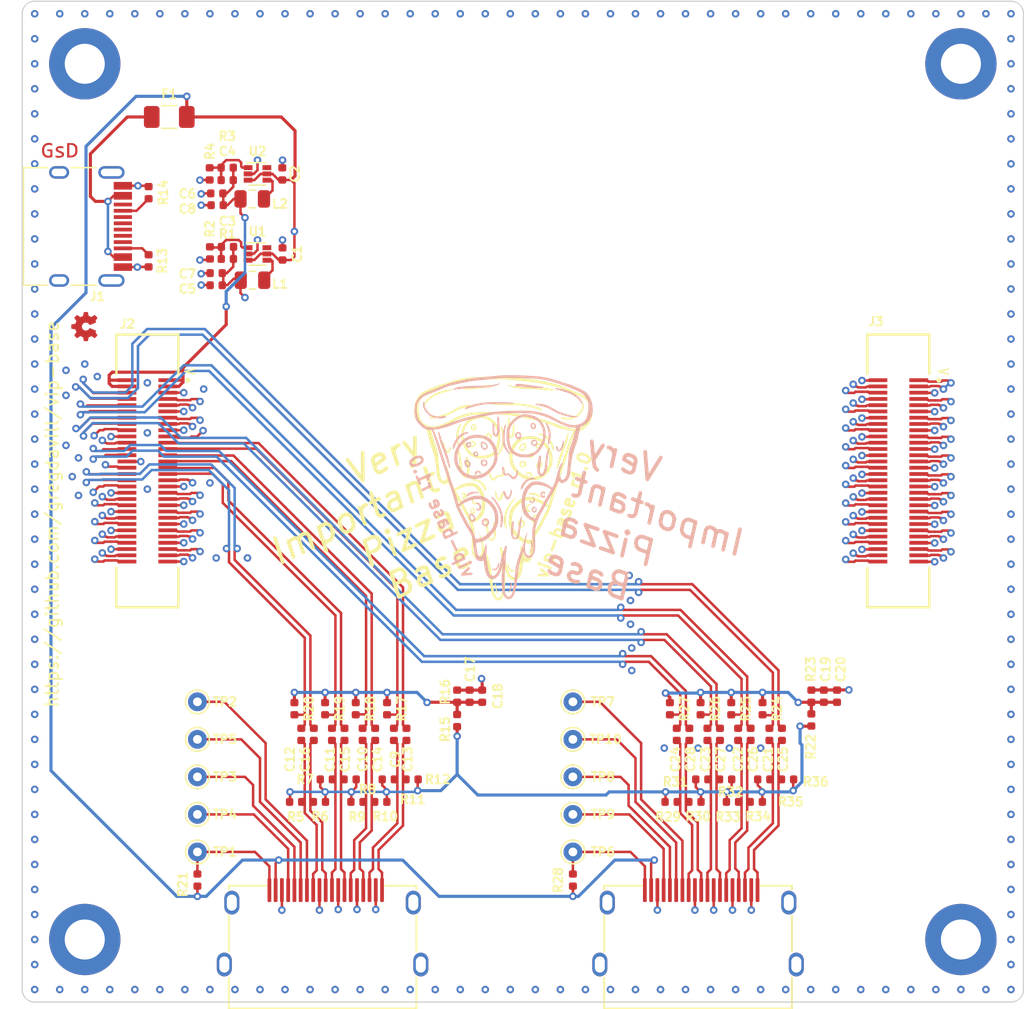
<source format=kicad_pcb>
(kicad_pcb (version 20201002) (generator pcbnew)
  (title_block (title "VIP Base") (date "2020-10-31") (rev "r1.0") (company "GsD") (comment 1 "Design: @gregdavill"))
  (layers (0 "F.Cu" signal) (1 "In1.Cu" signal) (2 "In2.Cu" signal) (31 "B.Cu" signal) (34 "B.Paste" user) (35 "F.Paste" user) (36 "B.SilkS" user "B.Silkscreen") (37 "F.SilkS" user "F.Silkscreen") (38 "B.Mask" user) (39 "F.Mask" user) (44 "Edge.Cuts" user))
  (net 0 "")
  (net 1 "/HDMI1.D2_N")
  (net 2 "GND")
  (net 3 "P2.5V")
  (net 4 "Net-(C3-Pad1)")
  (net 5 "P3.3V")
  (net 6 "Net-(C4-Pad1)")
  (net 7 "Net-(L1-Pad1)")
  (net 8 "Net-(L2-Pad1)")
  (net 9 "Net-(J1-PadA5)")
  (net 10 "Net-(J1-PadA6)")
  (net 11 "Net-(J1-PadA7)")
  (net 12 "Net-(J1-PadA8)")
  (net 13 "Net-(J1-PadB5)")
  (net 14 "Net-(J1-PadB6)")
  (net 15 "Net-(J1-PadB7)")
  (net 16 "Net-(J1-PadB8)")
  (net 17 "/HDMI1.D1_N")
  (net 18 "/HDMI1.D0_N")
  (net 19 "/HDMI1.CK_N")
  (net 20 "/HDMI1.D2_P")
  (net 21 "/HDMI1.D1_P")
  (net 22 "/HDMI1.D0_P")
  (net 23 "/HDMI1.CK_P")
  (net 24 "/HDMI0.D2_N")
  (net 25 "/HDMI0.D1_N")
  (net 26 "/HDMI0.D0_N")
  (net 27 "/HDMI0.CK_N")
  (net 28 "Net-(J2-Pad37)")
  (net 29 "Net-(J2-Pad39)")
  (net 30 "Net-(J2-Pad41)")
  (net 31 "/HDMI0.D2_P")
  (net 32 "Net-(J2-Pad43)")
  (net 33 "/HDMI0.D1_P")
  (net 34 "Net-(J2-Pad45)")
  (net 35 "/HDMI0.D0_P")
  (net 36 "Net-(J2-Pad47)")
  (net 37 "/HDMI0.CK_P")
  (net 38 "Net-(J2-Pad49)")
  (net 39 "Net-(J2-Pad50)")
  (net 40 "Net-(J2-Pad51)")
  (net 41 "Net-(J2-Pad52)")
  (net 42 "Net-(J3-Pad10)")
  (net 43 "Net-(J3-Pad12)")
  (net 44 "Net-(J3-Pad16)")
  (net 45 "Net-(J3-Pad18)")
  (net 46 "Net-(J3-Pad19)")
  (net 47 "Net-(J3-Pad21)")
  (net 48 "Net-(J3-Pad23)")
  (net 49 "Net-(J3-Pad25)")
  (net 50 "Net-(J3-Pad27)")
  (net 51 "/upstream_connectors/GSRN")
  (net 52 "Net-(J3-Pad29)")
  (net 53 "Net-(J3-Pad30)")
  (net 54 "Net-(J3-Pad31)")
  (net 55 "Net-(J3-Pad32)")
  (net 56 "Net-(J3-Pad33)")
  (net 57 "Net-(J3-Pad35)")
  (net 58 "Net-(J3-Pad36)")
  (net 59 "Net-(J3-Pad37)")
  (net 60 "Net-(J3-Pad38)")
  (net 61 "Net-(J3-Pad39)")
  (net 62 "Net-(J3-Pad42)")
  (net 63 "Net-(J3-Pad44)")
  (net 64 "Net-(J3-Pad45)")
  (net 65 "Net-(J3-Pad47)")
  (net 66 "Net-(J3-Pad48)")
  (net 67 "Net-(J3-Pad49)")
  (net 68 "Net-(J3-Pad50)")
  (net 69 "Net-(J3-Pad51)")
  (net 70 "Net-(J3-Pad53)")
  (net 71 "Net-(J3-Pad54)")
  (net 72 "Net-(J3-Pad56)")
  (net 73 "Net-(J3-Pad60)")
  (net 74 "Net-(U1-Pad6)")
  (net 75 "Net-(U2-Pad6)")
  (net 76 "Net-(J2-Pad5)")
  (net 77 "Net-(J2-Pad7)")
  (net 78 "/hdmi-0/_D2_N")
  (net 79 "Net-(J2-Pad9)")
  (net 80 "/hdmi-0/_D1_N")
  (net 81 "/hdmi-0/_D0_N")
  (net 82 "Net-(J2-Pad11)")
  (net 83 "/hdmi-0/_CK_N")
  (net 84 "/hdmi-0/_D2_P")
  (net 85 "Net-(J4-Pad13)")
  (net 86 "Net-(J4-Pad14)")
  (net 87 "Net-(J4-Pad15)")
  (net 88 "Net-(J4-Pad16)")
  (net 89 "Net-(J2-Pad13)")
  (net 90 "/hdmi-0/_D1_P")
  (net 91 "Net-(J4-Pad19)")
  (net 92 "/hdmi-0/_D0_P")
  (net 93 "Net-(J2-Pad15)")
  (net 94 "/hdmi-0/_CK_P")
  (net 95 "Net-(C17-Pad1)")
  (net 96 "Net-(C19-Pad1)")
  (net 97 "/hdmi-01/_D2_N")
  (net 98 "/hdmi-01/_D1_N")
  (net 99 "/hdmi-01/_D0_N")
  (net 100 "/hdmi-01/_CK_N")
  (net 101 "Net-(J2-Pad28)")
  (net 102 "/hdmi-01/_D2_P")
  (net 103 "Net-(J2-Pad30)")
  (net 104 "/hdmi-01/_D1_P")
  (net 105 "Net-(J2-Pad42)")
  (net 106 "/hdmi-01/_D0_P")
  (net 107 "Net-(J2-Pad44)")
  (net 108 "/hdmi-01/_CK_P")
  (net 109 "Net-(J2-Pad46)")
  (net 110 "Net-(F1-Pad1)")
  (net 111 "+5V")
  (net 112 "Net-(J5-Pad13)")
  (net 113 "Net-(J5-Pad14)")
  (net 114 "Net-(J5-Pad15)")
  (net 115 "Net-(J5-Pad16)")
  (net 116 "Net-(J5-Pad19)")
  (net 117 "+3V3")
  (net 118 "Net-(J2-Pad48)")
  (net 119 "Net-(J3-Pad7)")
  (net 120 "Net-(J3-Pad9)")
  (net 121 "Net-(J3-Pad13)")
  (net 122 "Net-(J3-Pad15)")
  (net 123 "Net-(J3-Pad41)")
  (net 124 "Net-(J3-Pad43)")
  (module "MountingHole:MountingHole_3.2mm_M3_ISO7380_Pad" (layer "F.Cu") (at 175 140)
    (fp_text reference "H2" hide)
    (fp_text value "~")
    (pad "1" thru_hole circle (at 0 0) (size 5.7 5.7) (drill 3.2) (layers *.Cu *.Mask))
  )
  (module "TestPoint:TestPoint_THTPad_D1.5mm_Drill0.7mm" (layer "F.Cu") (at 114 127)
    (fp_text reference "TP3" (at 2.2 0) (layer "F.SilkS") (effects (font (size 0.7 0.7))))
    (fp_text value "TestPoint")
    (pad "1" thru_hole circle (at 0 0) (size 1.5 1.5) (drill 0.7) (layers *.Cu *.Mask) (net 87 "Net-(J4-Pad15)"))
  )
  (module "TestPoint:TestPoint_THTPad_D1.5mm_Drill0.7mm" (layer "F.Cu") (at 144 121)
    (fp_text reference "TP7" (at 2.4 0) (layer "F.SilkS") (effects (font (size 0.7 0.7))))
    (fp_text value "TestPoint")
    (pad "1" thru_hole circle (at 0 0) (size 1.5 1.5) (drill 0.7) (layers *.Cu *.Mask) (net 112 "Net-(J5-Pad13)"))
  )
  (module "Capacitor_SMD:C_0402_1005Metric" (layer "F.Cu") (at 154.75 123.6 -90)
    (fp_text reference "C23" (at 2 0.15 90) (layer "F.SilkS") (effects (font (size 0.7 0.7))))
    (fp_text value "0.1u")
    (pad "1" smd roundrect (at -0.485 0 270) (size 0.59 0.64) (layers "F.Cu" "F.Paste" "F.Mask") (net 18 "/HDMI1.D0_N"))
    (pad "2" smd roundrect (at 0.485 0 270) (size 0.59 0.64) (layers "F.Cu" "F.Paste" "F.Mask") (net 99 "/hdmi-01/_D0_N"))
  )
  (module "gsd_logo_small" (layer "F.Cu") (at 103 77)
    (fp_text reference "G***" hide)
    (fp_text value "LOGO" hide)
    (fp_poly (pts (xy -0.729586 -0.662399) (xy -0.677333 -0.647505) (xy -0.626418 -0.62313) (xy -0.603622 -0.588205) (xy -0.59668 -0.543282) (xy -0.593267 -0.492195) (xy -0.600915 -0.471095) (xy -0.629252 -0.474961) (xy -0.684652 -0.497417) (xy -0.793084 -0.52487) (xy -0.911313 -0.52619) (xy -1.021487 -0.502134) (xy -1.067329 -0.481194) (xy -1.152001 -0.414193) (xy -1.209167 -0.323118) (xy -1.240724 -0.203739) (xy -1.248833 -0.077437) (xy -1.235812 0.076285) (xy -1.196686 0.196724) (xy -1.131367 0.283993) (xy -1.039764 0.338206) (xy -0.921786 0.359477) (xy -0.902158 0.359833) (xy -0.827591 0.358133) (xy -0.78048 0.347764) (xy -0.754524 0.320825) (xy -0.743421 0.269416) (xy -0.740872 0.185636) (xy -0.740833 0.157542) (xy -0.740833 -0.019054) (xy -0.862541 -0.025402) (xy -0.931356 -0.030401) (xy -0.968596 -0.039801) (xy -0.985008 -0.059004) (xy -0.990947 -0.089958) (xy -0.997645 -0.148167) (xy -0.592666 -0.148167) (xy -0.592666 0.440359) (xy -0.661458 0.46483) (xy -0.746414 0.485276) (xy -0.850823 0.496713) (xy -0.957542 0.498477) (xy -1.049423 0.489902) (xy -1.085247 0.481267) (xy -1.208581 0.422253) (xy -1.302342 0.335079) (xy -1.367447 0.218338) (xy -1.404808 0.070623) (xy -1.413852 -0.024121) (xy -1.40885 -0.20249) (xy -1.373738 -0.351868) (xy -1.307754 -0.47377) (xy -1.210142 -0.569709) (xy -1.111404 -0.627564) (xy -0.992941 -0.664104) (xy -0.859141 -0.676016) (xy -0.729586 -0.662399)) (layer "F.Cu") (width 0.01))
    (fp_poly (pts (xy 0.809625 -0.656049) (xy 0.948894 -0.652824) (xy 1.055352 -0.641742) (xy 1.138164 -0.620435) (xy 1.206496 -0.586535) (xy 1.269512 -0.537672) (xy 1.270237 -0.537018) (xy 1.340037 -0.45732) (xy 1.386054 -0.362298) (xy 1.410458 -0.244688) (xy 1.415419 -0.097228) (xy 1.413931 -0.056017) (xy 1.39408 0.106816) (xy 1.349894 0.237949) (xy 1.279148 0.339287) (xy 1.179619 0.412731) (xy 1.049083 0.460187) (xy 0.885316 0.483556) (xy 0.779803 0.486833) (xy 0.592667 0.486833) (xy 0.592667 0.338667) (xy 0.762 0.338667) (xy 0.884039 0.338667) (xy 0.998972 0.327347) (xy 1.079303 0.299395) (xy 1.160578 0.233792) (xy 1.215228 0.137724) (xy 1.243868 0.009786) (xy 1.248834 -0.087568) (xy 1.23982 -0.236059) (xy 1.21085 -0.349515) (xy 1.159033 -0.431642) (xy 1.081476 -0.486148) (xy 0.975288 -0.516738) (xy 0.908005 -0.524408) (xy 0.762 -0.534855) (xy 0.762 0.338667) (xy 0.592667 0.338667) (xy 0.592667 -0.656167) (xy 0.809625 -0.656049)) (layer "F.Cu") (width 0.01))
    (fp_poly (pts (xy 0.162577 -0.408638) (xy 0.231651 -0.397665) (xy 0.269226 -0.38476) (xy 0.285863 -0.363181) (xy 0.292122 -0.326181) (xy 0.292151 -0.325883) (xy 0.298552 -0.260216) (xy 0.140244 -0.270375) (xy 0.023554 -0.274289) (xy -0.058453 -0.267638) (xy -0.112413 -0.249068) (xy -0.144962 -0.217221) (xy -0.1483 -0.211417) (xy -0.159408 -0.158528) (xy -0.131713 -0.111118) (xy -0.063856 -0.06759) (xy -0.005378 -0.043426) (xy 0.120986 0.004376) (xy 0.212326 0.044812) (xy 0.274186 0.082617) (xy 0.312111 0.122522) (xy 0.331646 0.16926) (xy 0.338334 0.227561) (xy 0.338667 0.250217) (xy 0.332061 0.319458) (xy 0.306108 0.369754) (xy 0.275785 0.401589) (xy 0.193201 0.454029) (xy 0.081845 0.489442) (xy -0.047579 0.506087) (xy -0.184364 0.50222) (xy -0.264583 0.489528) (xy -0.310364 0.472303) (xy -0.330277 0.436937) (xy -0.334784 0.40645) (xy -0.341485 0.336834) (xy -0.228951 0.353625) (xy -0.077646 0.369325) (xy 0.038464 0.366191) (xy 0.11832 0.344321) (xy 0.151534 0.318598) (xy 0.179753 0.277874) (xy 0.1905 0.251655) (xy 0.170586 0.212403) (xy 0.114686 0.169922) (xy 0.028559 0.127998) (xy -0.031142 0.106035) (xy -0.115912 0.072019) (xy -0.195079 0.030549) (xy -0.245396 -0.004577) (xy -0.292577 -0.05312) (xy -0.313312 -0.100997) (xy -0.3175 -0.159315) (xy -0.298442 -0.24985) (xy -0.244324 -0.323152) (xy -0.159727 -0.376842) (xy -0.04923 -0.40854) (xy 0.082583 -0.415868) (xy 0.162577 -0.408638)) (layer "F.Cu") (width 0.01))
  )
  (module "TestPoint:TestPoint_THTPad_D1.5mm_Drill0.7mm" (layer "F.Cu") (at 144 124)
    (fp_text reference "TP10" (at 2.6 0) (layer "F.SilkS") (effects (font (size 0.7 0.7))))
    (fp_text value "TestPoint")
    (pad "1" thru_hole circle (at 0 0) (size 1.5 1.5) (drill 0.7) (layers *.Cu *.Mask) (net 113 "Net-(J5-Pad14)"))
  )
  (module "Capacitor_SMD:C_0402_1005Metric" (layer "F.Cu") (at 115.55 80.36)
    (fp_text reference "C6" (at -2.35 0.04) (layer "F.SilkS") (effects (font (size 0.7 0.7))))
    (fp_text value "10uF")
    (pad "1" smd roundrect (at -0.485 0) (size 0.59 0.64) (layers "F.Cu" "F.Paste" "F.Mask") (net 2 "GND"))
    (pad "2" smd roundrect (at 0.485 0) (size 0.59 0.64) (layers "F.Cu" "F.Paste" "F.Mask") (net 5 "P3.3V"))
  )
  (module "Resistor_SMD:R_0402_1005Metric" (layer "F.Cu") (at 123.75 129 180)
    (fp_text reference "R6" (at -0.05 -1.17) (layer "F.SilkS") (effects (font (size 0.7 0.7))))
    (fp_text value "50R")
    (pad "1" smd roundrect (at -0.485 0 180) (size 0.59 0.64) (layers "F.Cu" "F.Paste" "F.Mask") (net 117 "+3V3"))
    (pad "2" smd roundrect (at 0.485 0 180) (size 0.59 0.64) (layers "F.Cu" "F.Paste" "F.Mask") (net 94 "/hdmi-0/_CK_P"))
  )
  (module "Resistor_SMD:R_0402_1005Metric" (layer "F.Cu") (at 128.65 129 180)
    (fp_text reference "R10" (at -0.35 -1.17) (layer "F.SilkS") (effects (font (size 0.7 0.7))))
    (fp_text value "50R")
    (pad "1" smd roundrect (at -0.485 0 180) (size 0.59 0.64) (layers "F.Cu" "F.Paste" "F.Mask") (net 117 "+3V3"))
    (pad "2" smd roundrect (at 0.485 0 180) (size 0.59 0.64) (layers "F.Cu" "F.Paste" "F.Mask") (net 90 "/hdmi-0/_D1_P"))
  )
  (module "Resistor_SMD:R_0402_1005Metric" (layer "F.Cu") (at 131.15 127.2 180)
    (fp_text reference "R12" (at -2.05 0) (layer "F.SilkS") (effects (font (size 0.7 0.7))))
    (fp_text value "50R")
    (pad "1" smd roundrect (at -0.485 0 180) (size 0.59 0.64) (layers "F.Cu" "F.Paste" "F.Mask") (net 117 "+3V3"))
    (pad "2" smd roundrect (at 0.485 0 180) (size 0.59 0.64) (layers "F.Cu" "F.Paste" "F.Mask") (net 84 "/hdmi-0/_D2_P"))
  )
  (module "Capacitor_SMD:C_0402_1005Metric" (layer "F.Cu") (at 125.75 123.6 -90)
    (fp_text reference "C15" (at 2 -0.05 90) (layer "F.SilkS") (effects (font (size 0.7 0.7))))
    (fp_text value "0.1u")
    (pad "1" smd roundrect (at -0.485 0 270) (size 0.59 0.64) (layers "F.Cu" "F.Paste" "F.Mask") (net 35 "/HDMI0.D0_P"))
    (pad "2" smd roundrect (at 0.485 0 270) (size 0.59 0.64) (layers "F.Cu" "F.Paste" "F.Mask") (net 92 "/hdmi-0/_D0_P"))
  )
  (module "Capacitor_SMD:C_0402_1005Metric" (layer "F.Cu") (at 159.7 123.6 -90)
    (fp_text reference "C21" (at 2 0.1 90) (layer "F.SilkS") (effects (font (size 0.7 0.7))))
    (fp_text value "0.1u")
    (pad "1" smd roundrect (at -0.485 0 270) (size 0.59 0.64) (layers "F.Cu" "F.Paste" "F.Mask") (net 1 "/HDMI1.D2_N"))
    (pad "2" smd roundrect (at 0.485 0 270) (size 0.59 0.64) (layers "F.Cu" "F.Paste" "F.Mask") (net 97 "/hdmi-01/_D2_N"))
  )
  (module "LOGO" (layer "F.Cu") (at 138.3 103.6)
    (fp_text reference "G***" hide)
    (fp_text value "LOGO" hide)
  )
  (module "Resistor_SMD:R_0402_1005Metric" (layer "F.Cu") (at 110.1 80.3 -90)
    (fp_text reference "R14" (at 0 -1.17 90) (layer "F.SilkS") (effects (font (size 0.7 0.7))))
    (fp_text value "5.1k")
    (pad "1" smd roundrect (at -0.485 0 270) (size 0.59 0.64) (layers "F.Cu" "F.Paste" "F.Mask") (net 2 "GND"))
    (pad "2" smd roundrect (at 0.485 0 270) (size 0.59 0.64) (layers "F.Cu" "F.Paste" "F.Mask") (net 9 "Net-(J1-PadA5)"))
  )
  (module "Capacitor_SMD:C_0402_1005Metric" (layer "F.Cu") (at 120.78 78.8 -90)
    (fp_text reference "C2" (at 0 -1.02 90) (layer "F.SilkS") (effects (font (size 0.7 0.7))))
    (fp_text value "10uF")
    (pad "1" smd roundrect (at -0.485 0 270) (size 0.59 0.64) (layers "F.Cu" "F.Paste" "F.Mask") (net 2 "GND"))
    (pad "2" smd roundrect (at 0.485 0 270) (size 0.59 0.64) (layers "F.Cu" "F.Paste" "F.Mask") (net 111 "+5V"))
  )
  (module "Capacitor_SMD:C_0402_1005Metric" (layer "F.Cu") (at 122.3 123.6 -90)
    (fp_text reference "C12" (at 2 0.9 90) (layer "F.SilkS") (effects (font (size 0.7 0.7))))
    (fp_text value "0.1u")
    (pad "1" smd roundrect (at -0.485 0 270) (size 0.59 0.64) (layers "F.Cu" "F.Paste" "F.Mask") (net 27 "/HDMI0.CK_N"))
    (pad "2" smd roundrect (at 0.485 0 270) (size 0.59 0.64) (layers "F.Cu" "F.Paste" "F.Mask") (net 83 "/hdmi-0/_CK_N"))
  )
  (module "Resistor_SMD:R_0402_1005Metric" (layer "F.Cu") (at 156.2 127.2 180)
    (fp_text reference "R32" (at -0.4 -1) (layer "F.SilkS") (effects (font (size 0.7 0.7))))
    (fp_text value "50R")
    (pad "1" smd roundrect (at -0.485 0 180) (size 0.59 0.64) (layers "F.Cu" "F.Paste" "F.Mask") (net 117 "+3V3"))
    (pad "2" smd roundrect (at 0.485 0 180) (size 0.59 0.64) (layers "F.Cu" "F.Paste" "F.Mask") (net 106 "/hdmi-01/_D0_P"))
  )
  (module "Resistor_SMD:R_0402_1005Metric" (layer "F.Cu") (at 110.1 85.75 90)
    (fp_text reference "R13" (at 0 1.1 90) (layer "F.SilkS") (effects (font (size 0.7 0.7))))
    (fp_text value "5.1k")
    (pad "1" smd roundrect (at -0.485 0 90) (size 0.59 0.64) (layers "F.Cu" "F.Paste" "F.Mask") (net 2 "GND"))
    (pad "2" smd roundrect (at 0.485 0 90) (size 0.59 0.64) (layers "F.Cu" "F.Paste" "F.Mask") (net 13 "Net-(J1-PadB5)"))
  )
  (module "Capacitor_SMD:C_0402_1005Metric" (layer "F.Cu") (at 123.3 123.6 -90)
    (fp_text reference "C16" (at 2 0.7 90) (layer "F.SilkS") (effects (font (size 0.7 0.7))))
    (fp_text value "0.1u")
    (pad "1" smd roundrect (at -0.485 0 270) (size 0.59 0.64) (layers "F.Cu" "F.Paste" "F.Mask") (net 37 "/HDMI0.CK_P"))
    (pad "2" smd roundrect (at 0.485 0 270) (size 0.59 0.64) (layers "F.Cu" "F.Paste" "F.Mask") (net 94 "/hdmi-0/_CK_P"))
  )
  (module "Resistor_SMD:R_0402_1005Metric" (layer "F.Cu") (at 161.15 127.2 180)
    (fp_text reference "R36" (at -2.25 -0.2) (layer "F.SilkS") (effects (font (size 0.7 0.7))))
    (fp_text value "50R")
    (pad "1" smd roundrect (at -0.485 0 180) (size 0.59 0.64) (layers "F.Cu" "F.Paste" "F.Mask") (net 117 "+3V3"))
    (pad "2" smd roundrect (at 0.485 0 180) (size 0.59 0.64) (layers "F.Cu" "F.Paste" "F.Mask") (net 102 "/hdmi-01/_D2_P"))
  )
  (module "Capacitor_SMD:C_0402_1005Metric" (layer "F.Cu") (at 165.1 120.55 90)
    (fp_text reference "C20" (at 2.15 0.3 90) (layer "F.SilkS") (effects (font (size 0.7 0.7))))
    (fp_text value "4.7u")
    (pad "1" smd roundrect (at -0.485 0 90) (size 0.59 0.64) (layers "F.Cu" "F.Paste" "F.Mask") (net 96 "Net-(C19-Pad1)"))
    (pad "2" smd roundrect (at 0.485 0 90) (size 0.59 0.64) (layers "F.Cu" "F.Paste" "F.Mask") (net 2 "GND"))
  )
  (module "Resistor_SMD:R_0402_1005Metric" (layer "F.Cu") (at 121.75 121.55 -90)
    (fp_text reference "R20" (at 0 -1.17 90) (layer "F.SilkS") (effects (font (size 0.7 0.7))))
    (fp_text value "47k")
    (pad "1" smd roundrect (at -0.485 0 270) (size 0.59 0.64) (layers "F.Cu" "F.Paste" "F.Mask") (net 95 "Net-(C17-Pad1)"))
    (pad "2" smd roundrect (at 0.485 0 270) (size 0.59 0.64) (layers "F.Cu" "F.Paste" "F.Mask") (net 27 "/HDMI0.CK_N"))
  )
  (module "Resistor_SMD:R_0402_1005Metric" (layer "F.Cu") (at 124.3 127.2)
    (fp_text reference "R7" (at -1.7 0) (layer "F.SilkS") (effects (font (size 0.7 0.7))))
    (fp_text value "50R")
    (pad "1" smd roundrect (at -0.485 0) (size 0.59 0.64) (layers "F.Cu" "F.Paste" "F.Mask") (net 117 "+3V3"))
    (pad "2" smd roundrect (at 0.485 0) (size 0.59 0.64) (layers "F.Cu" "F.Paste" "F.Mask") (net 81 "/hdmi-0/_D0_N"))
  )
  (module "Resistor_SMD:R_0402_1005Metric" (layer "F.Cu") (at 163.05 122.45 90)
    (fp_text reference "R22" (at -2.15 -0.05 90) (layer "F.SilkS") (effects (font (size 0.7 0.7))))
    (fp_text value "2k")
    (pad "1" smd roundrect (at -0.485 0 90) (size 0.59 0.64) (layers "F.Cu" "F.Paste" "F.Mask") (net 117 "+3V3"))
    (pad "2" smd roundrect (at 0.485 0 90) (size 0.59 0.64) (layers "F.Cu" "F.Paste" "F.Mask") (net 96 "Net-(C19-Pad1)"))
  )
  (module "TestPoint:TestPoint_THTPad_D1.5mm_Drill0.7mm" (layer "F.Cu") (at 114 124)
    (fp_text reference "TP5" (at 2.2 0) (layer "F.SilkS") (effects (font (size 0.7 0.7))))
    (fp_text value "TestPoint")
    (pad "1" thru_hole circle (at 0 0) (size 1.5 1.5) (drill 0.7) (layers *.Cu *.Mask) (net 86 "Net-(J4-Pad14)"))
  )
  (module "TestPoint:TestPoint_THTPad_D1.5mm_Drill0.7mm" (layer "F.Cu") (at 114 130)
    (fp_text reference "TP4" (at 2.2 0) (layer "F.SilkS") (effects (font (size 0.7 0.7))))
    (fp_text value "TestPoint")
    (pad "1" thru_hole circle (at 0 0) (size 1.5 1.5) (drill 0.7) (layers *.Cu *.Mask) (net 88 "Net-(J4-Pad16)"))
  )
  (module "Capacitor_SMD:C_0402_1005Metric" (layer "F.Cu") (at 158.2 123.6 -90)
    (fp_text reference "C26" (at 2 -0.2 90) (layer "F.SilkS") (effects (font (size 0.7 0.7))))
    (fp_text value "0.1u")
    (pad "1" smd roundrect (at -0.485 0 270) (size 0.59 0.64) (layers "F.Cu" "F.Paste" "F.Mask") (net 21 "/HDMI1.D1_P"))
    (pad "2" smd roundrect (at 0.485 0 270) (size 0.59 0.64) (layers "F.Cu" "F.Paste" "F.Mask") (net 104 "/hdmi-01/_D1_P"))
  )
  (module "Capacitor_SMD:C_0402_1005Metric" (layer "F.Cu") (at 130.7 123.6 -90)
    (fp_text reference "C13" (at 2 -0.1 90) (layer "F.SilkS") (effects (font (size 0.7 0.7))))
    (fp_text value "0.1u")
    (pad "1" smd roundrect (at -0.485 0 270) (size 0.59 0.64) (layers "F.Cu" "F.Paste" "F.Mask") (net 31 "/HDMI0.D2_P"))
    (pad "2" smd roundrect (at 0.485 0 270) (size 0.59 0.64) (layers "F.Cu" "F.Paste" "F.Mask") (net 84 "/hdmi-0/_D2_P"))
  )
  (module "Capacitor_SMD:C_0402_1005Metric" (layer "F.Cu") (at 129.7 123.6 -90)
    (fp_text reference "C9" (at 2 -0.1 90) (layer "F.SilkS") (effects (font (size 0.7 0.7))))
    (fp_text value "0.1u")
    (pad "1" smd roundrect (at -0.485 0 270) (size 0.59 0.64) (layers "F.Cu" "F.Paste" "F.Mask") (net 24 "/HDMI0.D2_N"))
    (pad "2" smd roundrect (at 0.485 0 270) (size 0.59 0.64) (layers "F.Cu" "F.Paste" "F.Mask") (net 78 "/hdmi-0/_D2_N"))
  )
  (module "Capacitor_SMD:C_0402_1005Metric" (layer "F.Cu") (at 124.75 123.6 -90)
    (fp_text reference "C11" (at 2 0.15 90) (layer "F.SilkS") (effects (font (size 0.7 0.7))))
    (fp_text value "0.1u")
    (pad "1" smd roundrect (at -0.485 0 270) (size 0.59 0.64) (layers "F.Cu" "F.Paste" "F.Mask") (net 26 "/HDMI0.D0_N"))
    (pad "2" smd roundrect (at 0.485 0 270) (size 0.59 0.64) (layers "F.Cu" "F.Paste" "F.Mask") (net 81 "/hdmi-0/_D0_N"))
  )
  (module "Resistor_SMD:R_0402_1005Metric" (layer "F.Cu") (at 156.75 129)
    (fp_text reference "R33" (at -0.35 1.2) (layer "F.SilkS") (effects (font (size 0.7 0.7))))
    (fp_text value "50R")
    (pad "1" smd roundrect (at -0.485 0) (size 0.59 0.64) (layers "F.Cu" "F.Paste" "F.Mask") (net 117 "+3V3"))
    (pad "2" smd roundrect (at 0.485 0) (size 0.59 0.64) (layers "F.Cu" "F.Paste" "F.Mask") (net 98 "/hdmi-01/_D1_N"))
  )
  (module "Resistor_SMD:R_0402_1005Metric" (layer "F.Cu") (at 153.75 129 180)
    (fp_text reference "R30" (at -0.25 -1.17) (layer "F.SilkS") (effects (font (size 0.7 0.7))))
    (fp_text value "50R")
    (pad "1" smd roundrect (at -0.485 0 180) (size 0.59 0.64) (layers "F.Cu" "F.Paste" "F.Mask") (net 117 "+3V3"))
    (pad "2" smd roundrect (at 0.485 0 180) (size 0.59 0.64) (layers "F.Cu" "F.Paste" "F.Mask") (net 108 "/hdmi-01/_CK_P"))
  )
  (module "Capacitor_SMD:C_0402_1005Metric" (layer "F.Cu") (at 116.4 84.63)
    (fp_text reference "C3" (at 0 -2.03) (layer "F.SilkS") (effects (font (size 0.7 0.7))))
    (fp_text value "10pF")
    (pad "1" smd roundrect (at -0.485 0) (size 0.59 0.64) (layers "F.Cu" "F.Paste" "F.Mask") (net 4 "Net-(C3-Pad1)"))
    (pad "2" smd roundrect (at 0.485 0) (size 0.59 0.64) (layers "F.Cu" "F.Paste" "F.Mask") (net 3 "P2.5V"))
  )
  (module "Inductor_SMD:L_0805_2012Metric" (layer "F.Cu") (at 118.4 87.3 180)
    (fp_text reference "L1" (at -2.2 -0.3) (layer "F.SilkS") (effects (font (size 0.7 0.7))))
    (fp_text value "2.2uH")
    (pad "1" smd roundrect (at -0.9375 0 180) (size 0.975 1.4) (layers "F.Cu" "F.Paste" "F.Mask") (net 7 "Net-(L1-Pad1)"))
    (pad "2" smd roundrect (at 0.9375 0 180) (size 0.975 1.4) (layers "F.Cu" "F.Paste" "F.Mask") (net 3 "P2.5V"))
  )
  (module "Capacitor_SMD:C_0402_1005Metric" (layer "F.Cu") (at 128.2 123.6 -90)
    (fp_text reference "C14" (at 2 -0.2 90) (layer "F.SilkS") (effects (font (size 0.7 0.7))))
    (fp_text value "0.1u")
    (pad "1" smd roundrect (at -0.485 0 270) (size 0.59 0.64) (layers "F.Cu" "F.Paste" "F.Mask") (net 33 "/HDMI0.D1_P"))
    (pad "2" smd roundrect (at 0.485 0 270) (size 0.59 0.64) (layers "F.Cu" "F.Paste" "F.Mask") (net 90 "/hdmi-0/_D1_P"))
  )
  (module "vip-base:HDMI-10029449-111RLF" (layer "F.Cu") (at 154 137)
    (fp_text reference "J5")
    (fp_text value "HDMI_A_1.4")
    (pad "1" smd roundrect (at 4.75 -0.95) (size 0.3 1.9) (layers "F.Cu" "F.Paste" "F.Mask") (net 102 "/hdmi-01/_D2_P"))
    (pad "2" smd roundrect (at 4.25 -0.95) (size 0.3 1.9) (layers "F.Cu" "F.Paste" "F.Mask") (net 2 "GND"))
    (pad "3" smd roundrect (at 3.75 -0.95) (size 0.3 1.9) (layers "F.Cu" "F.Paste" "F.Mask") (net 97 "/hdmi-01/_D2_N"))
    (pad "4" smd roundrect (at 3.25 -0.95) (size 0.3 1.9) (layers "F.Cu" "F.Paste" "F.Mask") (net 104 "/hdmi-01/_D1_P"))
    (pad "5" smd roundrect (at 2.75 -0.95) (size 0.3 1.9) (layers "F.Cu" "F.Paste" "F.Mask") (net 2 "GND"))
    (pad "6" smd roundrect (at 2.25 -0.95) (size 0.3 1.9) (layers "F.Cu" "F.Paste" "F.Mask") (net 98 "/hdmi-01/_D1_N"))
    (pad "7" smd roundrect (at 1.75 -0.95) (size 0.3 1.9) (layers "F.Cu" "F.Paste" "F.Mask") (net 106 "/hdmi-01/_D0_P"))
    (pad "8" smd roundrect (at 1.25 -0.95) (size 0.3 1.9) (layers "F.Cu" "F.Paste" "F.Mask") (net 2 "GND"))
    (pad "9" smd roundrect (at 0.75 -0.95) (size 0.3 1.9) (layers "F.Cu" "F.Paste" "F.Mask") (net 99 "/hdmi-01/_D0_N"))
    (pad "10" smd roundrect (at 0.25 -0.95) (size 0.3 1.9) (layers "F.Cu" "F.Paste" "F.Mask") (net 108 "/hdmi-01/_CK_P"))
    (pad "11" smd roundrect (at -0.25 -0.95) (size 0.3 1.9) (layers "F.Cu" "F.Paste" "F.Mask") (net 2 "GND"))
    (pad "12" smd roundrect (at -0.75 -0.95) (size 0.3 1.9) (layers "F.Cu" "F.Paste" "F.Mask") (net 100 "/hdmi-01/_CK_N"))
    (pad "13" smd roundrect (at -1.25 -0.95) (size 0.3 1.9) (layers "F.Cu" "F.Paste" "F.Mask") (net 112 "Net-(J5-Pad13)"))
    (pad "14" smd roundrect (at -1.75 -0.95) (size 0.3 1.9) (layers "F.Cu" "F.Paste" "F.Mask") (net 113 "Net-(J5-Pad14)"))
    (pad "15" smd roundrect (at -2.25 -0.95) (size 0.3 1.9) (layers "F.Cu" "F.Paste" "F.Mask") (net 114 "Net-(J5-Pad15)"))
    (pad "16" smd roundrect (at -2.75 -0.95) (size 0.3 1.9) (layers "F.Cu" "F.Paste" "F.Mask") (net 115 "Net-(J5-Pad16)"))
    (pad "17" smd roundrect (at -3.25 -0.95) (size 0.3 1.9) (layers "F.Cu" "F.Paste" "F.Mask") (net 2 "GND"))
    (pad "18" smd roundrect (at -3.75 -0.95) (size 0.3 1.9) (layers "F.Cu" "F.Paste" "F.Mask") (net 111 "+5V"))
    (pad "19" smd roundrect (at -4.25 -0.95) (size 0.3 1.9) (layers "F.Cu" "F.Paste" "F.Mask") (net 116 "Net-(J5-Pad19)"))
    (pad "SH" thru_hole oval (at -7.25 0.05) (size 1.2 1.9) (drill oval 0.8 1.3) (layers *.Cu *.Mask) (net 2 "GND"))
    (pad "SH" thru_hole oval (at -7.85 5) (size 1.2 1.9) (drill oval 0.8 1.3) (layers *.Cu *.Mask) (net 2 "GND"))
    (pad "SH" thru_hole oval (at 7.85 5) (size 1.2 1.9) (drill oval 0.8 1.3) (layers *.Cu *.Mask) (net 2 "GND"))
    (pad "SH" thru_hole oval (at 7.25 0.05) (size 1.2 1.9) (drill oval 0.8 1.3) (layers *.Cu *.Mask) (net 2 "GND"))
  )
  (module "TestPoint:TestPoint_THTPad_D1.5mm_Drill0.7mm" (layer "F.Cu") (at 144 130)
    (fp_text reference "TP9" (at 2.4 0) (layer "F.SilkS") (effects (font (size 0.7 0.7))))
    (fp_text value "TestPoint")
    (pad "1" thru_hole circle (at 0 0) (size 1.5 1.5) (drill 0.7) (layers *.Cu *.Mask) (net 115 "Net-(J5-Pad16)"))
  )
  (module "Resistor_SMD:R_0402_1005Metric" (layer "F.Cu") (at 156.65 121.55 -90)
    (fp_text reference "R25" (at 0 -1.17 90) (layer "F.SilkS") (effects (font (size 0.7 0.7))))
    (fp_text value "47k")
    (pad "1" smd roundrect (at -0.485 0 270) (size 0.59 0.64) (layers "F.Cu" "F.Paste" "F.Mask") (net 96 "Net-(C19-Pad1)"))
    (pad "2" smd roundrect (at 0.485 0 270) (size 0.59 0.64) (layers "F.Cu" "F.Paste" "F.Mask") (net 17 "/HDMI1.D1_N"))
  )
  (module "MountingHole:MountingHole_3.2mm_M3_ISO7380_Pad" (layer "F.Cu") (at 175 70)
    (fp_text reference "H1" hide)
    (fp_text value "~")
    (pad "1" thru_hole circle (at 0 0) (size 5.7 5.7) (drill 3.2) (layers *.Cu *.Mask))
  )
  (module "Resistor_SMD:R_0402_1005Metric" (layer "F.Cu") (at 144 135.25 90)
    (fp_text reference "R28" (at 0 -1.17 90) (layer "F.SilkS") (effects (font (size 0.7 0.7))))
    (fp_text value "1k")
    (pad "1" smd roundrect (at -0.485 0 90) (size 0.59 0.64) (layers "F.Cu" "F.Paste" "F.Mask") (net 111 "+5V"))
    (pad "2" smd roundrect (at 0.485 0 90) (size 0.59 0.64) (layers "F.Cu" "F.Paste" "F.Mask") (net 116 "Net-(J5-Pad19)"))
  )
  (module "TestPoint:TestPoint_THTPad_D1.5mm_Drill0.7mm" (layer "F.Cu") (at 114 121)
    (fp_text reference "TP2" (at 2.2 0) (layer "F.SilkS") (effects (font (size 0.7 0.7))))
    (fp_text value "TestPoint")
    (pad "1" thru_hole circle (at 0 0) (size 1.5 1.5) (drill 0.7) (layers *.Cu *.Mask) (net 85 "Net-(J4-Pad13)"))
  )
  (module "Capacitor_SMD:C_0402_1005Metric" (layer "F.Cu") (at 115.5 87.7)
    (fp_text reference "C5" (at -2.3 0.3) (layer "F.SilkS") (effects (font (size 0.7 0.7))))
    (fp_text value "10uF")
    (pad "1" smd roundrect (at -0.485 0) (size 0.59 0.64) (layers "F.Cu" "F.Paste" "F.Mask") (net 2 "GND"))
    (pad "2" smd roundrect (at 0.485 0) (size 0.59 0.64) (layers "F.Cu" "F.Paste" "F.Mask") (net 3 "P2.5V"))
  )
  (module "Resistor_SMD:R_0402_1005Metric" (layer "F.Cu") (at 134.75 122.5 90)
    (fp_text reference "R15" (at -0.7 -0.95 90) (layer "F.SilkS") (effects (font (size 0.7 0.7))))
    (fp_text value "2k")
    (pad "1" smd roundrect (at -0.485 0 90) (size 0.59 0.64) (layers "F.Cu" "F.Paste" "F.Mask") (net 117 "+3V3"))
    (pad "2" smd roundrect (at 0.485 0 90) (size 0.59 0.64) (layers "F.Cu" "F.Paste" "F.Mask") (net 95 "Net-(C17-Pad1)"))
  )
  (module "vip-base:SAMTEC_ERM5-030-05.0-L-DV-K-TR" (layer "F.Cu") (at 170 102.539 -90)
    (fp_text reference "J3" (at -11.939 1.8 180) (layer "F.SilkS") (effects (font (size 0.7 0.7))))
    (fp_text value "Conn_02x30_Odd_Even")
    (pad "1" smd rect (at -7.25 -1.63 270) (size 0.3 1.5) (layers "F.Cu" "F.Mask") (net 5 "P3.3V"))
    (pad "2" smd rect (at -7.25 1.63 270) (size 0.3 1.5) (layers "F.Cu" "F.Mask") (net 111 "+5V"))
    (pad "3" smd rect (at -6.75 -1.63 270) (size 0.3 1.5) (layers "F.Cu" "F.Mask") (net 5 "P3.3V"))
    (pad "4" smd rect (at -6.75 1.63 270) (size 0.3 1.5) (layers "F.Cu" "F.Mask") (net 111 "+5V"))
    (pad "5" smd rect (at -6.25 -1.63 270) (size 0.3 1.5) (layers "F.Cu" "F.Mask") (net 2 "GND"))
    (pad "6" smd rect (at -6.25 1.63 270) (size 0.3 1.5) (layers "F.Cu" "F.Mask") (net 111 "+5V"))
    (pad "7" smd rect (at -5.75 -1.63 270) (size 0.3 1.5) (layers "F.Cu" "F.Mask") (net 119 "Net-(J3-Pad7)"))
    (pad "8" smd rect (at -5.75 1.63 270) (size 0.3 1.5) (layers "F.Cu" "F.Mask") (net 2 "GND"))
    (pad "9" smd rect (at -5.25 -1.63 270) (size 0.3 1.5) (layers "F.Cu" "F.Mask") (net 120 "Net-(J3-Pad9)"))
    (pad "10" smd rect (at -5.25 1.63 270) (size 0.3 1.5) (layers "F.Cu" "F.Mask") (net 42 "Net-(J3-Pad10)"))
    (pad "11" smd rect (at -4.75 -1.63 270) (size 0.3 1.5) (layers "F.Cu" "F.Mask") (net 2 "GND"))
    (pad "12" smd rect (at -4.75 1.63 270) (size 0.3 1.5) (layers "F.Cu" "F.Mask") (net 43 "Net-(J3-Pad12)"))
    (pad "13" smd rect (at -4.25 -1.63 270) (size 0.3 1.5) (layers "F.Cu" "F.Mask") (net 121 "Net-(J3-Pad13)"))
    (pad "14" smd rect (at -4.25 1.63 270) (size 0.3 1.5) (layers "F.Cu" "F.Mask") (net 2 "GND"))
    (pad "15" smd rect (at -3.75 -1.63 270) (size 0.3 1.5) (layers "F.Cu" "F.Mask") (net 122 "Net-(J3-Pad15)"))
    (pad "16" smd rect (at -3.75 1.63 270) (size 0.3 1.5) (layers "F.Cu" "F.Mask") (net 44 "Net-(J3-Pad16)"))
    (pad "17" smd rect (at -3.25 -1.63 270) (size 0.3 1.5) (layers "F.Cu" "F.Mask") (net 2 "GND"))
    (pad "18" smd rect (at -3.25 1.63 270) (size 0.3 1.5) (layers "F.Cu" "F.Mask") (net 45 "Net-(J3-Pad18)"))
    (pad "19" smd rect (at -2.75 -1.63 270) (size 0.3 1.5) (layers "F.Cu" "F.Mask") (net 46 "Net-(J3-Pad19)"))
    (pad "20" smd rect (at -2.75 1.63 270) (size 0.3 1.5) (layers "F.Cu" "F.Mask") (net 2 "GND"))
    (pad "21" smd rect (at -2.25 -1.63 270) (size 0.3 1.5) (layers "F.Cu" "F.Mask") (net 47 "Net-(J3-Pad21)"))
    (pad "22" smd rect (at -2.25 1.63 270) (size 0.3 1.5) (layers "F.Cu" "F.Mask") (net 3 "P2.5V"))
    (pad "23" smd rect (at -1.75 -1.63 270) (size 0.3 1.5) (layers "F.Cu" "F.Mask") (net 48 "Net-(J3-Pad23)"))
    (pad "24" smd rect (at -1.75 1.63 270) (size 0.3 1.5) (layers "F.Cu" "F.Mask") (net 3 "P2.5V"))
    (pad "25" smd rect (at -1.25 -1.63 270) (size 0.3 1.5) (layers "F.Cu" "F.Mask") (net 49 "Net-(J3-Pad25)"))
    (pad "26" smd rect (at -1.25 1.63 270) (size 0.3 1.5) (layers "F.Cu" "F.Mask") (net 2 "GND"))
    (pad "27" smd rect (at -0.75 -1.63 270) (size 0.3 1.5) (layers "F.Cu" "F.Mask") (net 50 "Net-(J3-Pad27)"))
    (pad "28" smd rect (at -0.75 1.63 270) (size 0.3 1.5) (layers "F.Cu" "F.Mask") (net 51 "/upstream_connectors/GSRN"))
    (pad "29" smd rect (at -0.25 -1.63 270) (size 0.3 1.5) (layers "F.Cu" "F.Mask") (net 52 "Net-(J3-Pad29)"))
    (pad "30" smd rect (at -0.25 1.63 270) (size 0.3 1.5) (layers "F.Cu" "F.Mask") (net 53 "Net-(J3-Pad30)"))
    (pad "31" smd rect (at 0.25 -1.63 270) (size 0.3 1.5) (layers "F.Cu" "F.Mask") (net 54 "Net-(J3-Pad31)"))
    (pad "32" smd rect (at 0.25 1.63 270) (size 0.3 1.5) (layers "F.Cu" "F.Mask") (net 55 "Net-(J3-Pad32)"))
    (pad "33" smd rect (at 0.75 -1.63 270) (size 0.3 1.5) (layers "F.Cu" "F.Mask") (net 56 "Net-(J3-Pad33)"))
    (pad "34" smd rect (at 0.75 1.63 270) (size 0.3 1.5) (layers "F.Cu" "F.Mask") (net 2 "GND"))
    (pad "35" smd rect (at 1.25 -1.63 270) (size 0.3 1.5) (layers "F.Cu" "F.Mask") (net 57 "Net-(J3-Pad35)"))
    (pad "36" smd rect (at 1.25 1.63 270) (size 0.3 1.5) (layers "F.Cu" "F.Mask") (net 58 "Net-(J3-Pad36)"))
    (pad "37" smd rect (at 1.75 -1.63 270) (size 0.3 1.5) (layers "F.Cu" "F.Mask") (net 59 "Net-(J3-Pad37)"))
    (pad "38" smd rect (at 1.75 1.63 270) (size 0.3 1.5) (layers "F.Cu" "F.Mask") (net 60 "Net-(J3-Pad38)"))
    (pad "39" smd rect (at 2.25 -1.63 270) (size 0.3 1.5) (layers "F.Cu" "F.Mask") (net 61 "Net-(J3-Pad39)"))
    (pad "40" smd rect (at 2.25 1.63 270) (size 0.3 1.5) (layers "F.Cu" "F.Mask") (net 2 "GND"))
    (pad "41" smd rect (at 2.75 -1.63 270) (size 0.3 1.5) (layers "F.Cu" "F.Mask") (net 123 "Net-(J3-Pad41)"))
    (pad "42" smd rect (at 2.75 1.63 270) (size 0.3 1.5) (layers "F.Cu" "F.Mask") (net 62 "Net-(J3-Pad42)"))
    (pad "43" smd rect (at 3.25 -1.63 270) (size 0.3 1.5) (layers "F.Cu" "F.Mask") (net 124 "Net-(J3-Pad43)"))
    (pad "44" smd rect (at 3.25 1.63 270) (size 0.3 1.5) (layers "F.Cu" "F.Mask") (net 63 "Net-(J3-Pad44)"))
    (pad "45" smd rect (at 3.75 -1.63 270) (size 0.3 1.5) (layers "F.Cu" "F.Mask") (net 64 "Net-(J3-Pad45)"))
    (pad "46" smd rect (at 3.75 1.63 270) (size 0.3 1.5) (layers "F.Cu" "F.Mask") (net 2 "GND"))
    (pad "47" smd rect (at 4.25 -1.63 270) (size 0.3 1.5) (layers "F.Cu" "F.Mask") (net 65 "Net-(J3-Pad47)"))
    (pad "48" smd rect (at 4.25 1.63 270) (size 0.3 1.5) (layers "F.Cu" "F.Mask") (net 66 "Net-(J3-Pad48)"))
    (pad "49" smd rect (at 4.75 -1.63 270) (size 0.3 1.5) (layers "F.Cu" "F.Mask") (net 67 "Net-(J3-Pad49)"))
    (pad "50" smd rect (at 4.75 1.63 270) (size 0.3 1.5) (layers "F.Cu" "F.Mask") (net 68 "Net-(J3-Pad50)"))
    (pad "51" smd rect (at 5.25 -1.63 270) (size 0.3 1.5) (layers "F.Cu" "F.Mask") (net 69 "Net-(J3-Pad51)"))
    (pad "52" smd rect (at 5.25 1.63 270) (size 0.3 1.5) (layers "F.Cu" "F.Mask") (net 2 "GND"))
    (pad "53" smd rect (at 5.75 -1.63 270) (size 0.3 1.5) (layers "F.Cu" "F.Mask") (net 70 "Net-(J3-Pad53)"))
    (pad "54" smd rect (at 5.75 1.63 270) (size 0.3 1.5) (layers "F.Cu" "F.Mask") (net 71 "Net-(J3-Pad54)"))
    (pad "55" smd rect (at 6.25 -1.63 270) (size 0.3 1.5) (layers "F.Cu" "F.Mask") (net 2 "GND"))
    (pad "56" smd rect (at 6.25 1.63 270) (size 0.3 1.5) (layers "F.Cu" "F.Mask") (net 72 "Net-(J3-Pad56)"))
    (pad "57" smd rect (at 6.75 -1.63 270) (size 0.3 1.5) (layers "F.Cu" "F.Mask") (net 2 "GND"))
    (pad "58" smd rect (at 6.75 1.63 270) (size 0.3 1.5) (layers "F.Cu" "F.Mask") (net 2 "GND"))
    (pad "59" smd rect (at 7.25 -1.63 270) (size 0.3 1.5) (layers "F.Cu" "F.Mask") (net 2 "GND"))
    (pad "60" smd rect (at 7.25 1.63 270) (size 0.3 1.5) (layers "F.Cu" "F.Mask") (net 73 "Net-(J3-Pad60)"))
    (pad "None" np_thru_hole circle (at -9.3 -1 270) (size 1.45 1.45) (drill 1.45) (layers *.Cu *.Mask))
    (pad "None" np_thru_hole circle (at 9.3 -1 270) (size 1.45 1.45) (drill 1.45) (layers *.Cu *.Mask))
  )
  (module "Capacitor_SMD:C_0402_1005Metric" (layer "F.Cu") (at 155.75 123.6 -90)
    (fp_text reference "C27" (at 2 -0.05 90) (layer "F.SilkS") (effects (font (size 0.7 0.7))))
    (fp_text value "0.1u")
    (pad "1" smd roundrect (at -0.485 0 270) (size 0.59 0.64) (layers "F.Cu" "F.Paste" "F.Mask") (net 22 "/HDMI1.D0_P"))
    (pad "2" smd roundrect (at 0.485 0 270) (size 0.59 0.64) (layers "F.Cu" "F.Paste" "F.Mask") (net 106 "/hdmi-01/_D0_P"))
  )
  (module "TestPoint:TestPoint_THTPad_D1.5mm_Drill0.7mm" (layer "F.Cu") (at 144 133)
    (fp_text reference "TP6" (at 2.4 0) (layer "F.SilkS") (effects (font (size 0.7 0.7))))
    (fp_text value "TestPoint")
    (pad "1" thru_hole circle (at 0 0) (size 1.5 1.5) (drill 0.7) (layers *.Cu *.Mask) (net 116 "Net-(J5-Pad19)"))
  )
  (module "Resistor_SMD:R_0402_1005Metric" (layer "F.Cu") (at 116.38 78.3)
    (fp_text reference "R3" (at 0 -2.5) (layer "F.SilkS") (effects (font (size 0.7 0.7))))
    (fp_text value "360k")
    (pad "1" smd roundrect (at -0.485 0) (size 0.59 0.64) (layers "F.Cu" "F.Paste" "F.Mask") (net 6 "Net-(C4-Pad1)"))
    (pad "2" smd roundrect (at 0.485 0) (size 0.59 0.64) (layers "F.Cu" "F.Paste" "F.Mask") (net 5 "P3.3V"))
  )
  (module "Resistor_SMD:R_0402_1005Metric" (layer "F.Cu") (at 129.15 121.55 -90)
    (fp_text reference "R17" (at 0 -1.17 90) (layer "F.SilkS") (effects (font (size 0.7 0.7))))
    (fp_text value "47k")
    (pad "1" smd roundrect (at -0.485 0 270) (size 0.59 0.64) (layers "F.Cu" "F.Paste" "F.Mask") (net 95 "Net-(C17-Pad1)"))
    (pad "2" smd roundrect (at 0.485 0 270) (size 0.59 0.64) (layers "F.Cu" "F.Paste" "F.Mask") (net 24 "/HDMI0.D2_N"))
  )
  (module "Resistor_SMD:R_0402_1005Metric" (layer "F.Cu") (at 151.75 121.55 -90)
    (fp_text reference "R27" (at 0 -1.17 90) (layer "F.SilkS") (effects (font (size 0.7 0.7))))
    (fp_text value "47k")
    (pad "1" smd roundrect (at -0.485 0 270) (size 0.59 0.64) (layers "F.Cu" "F.Paste" "F.Mask") (net 96 "Net-(C19-Pad1)"))
    (pad "2" smd roundrect (at 0.485 0 270) (size 0.59 0.64) (layers "F.Cu" "F.Paste" "F.Mask") (net 19 "/HDMI1.CK_N"))
  )
  (module "Resistor_SMD:R_0402_1005Metric" (layer "F.Cu") (at 159.25 127.2)
    (fp_text reference "R35" (at 2.15 1.8) (layer "F.SilkS") (effects (font (size 0.7 0.7))))
    (fp_text value "50R")
    (pad "1" smd roundrect (at -0.485 0) (size 0.59 0.64) (layers "F.Cu" "F.Paste" "F.Mask") (net 117 "+3V3"))
    (pad "2" smd roundrect (at 0.485 0) (size 0.59 0.64) (layers "F.Cu" "F.Paste" "F.Mask") (net 97 "/hdmi-01/_D2_N"))
  )
  (module "Resistor_SMD:R_0402_1005Metric" (layer "F.Cu") (at 114 135.25 90)
    (fp_text reference "R21" (at -0.35 -1.17 90) (layer "F.SilkS") (effects (font (size 0.7 0.7))))
    (fp_text value "1k")
    (pad "1" smd roundrect (at -0.485 0 90) (size 0.59 0.64) (layers "F.Cu" "F.Paste" "F.Mask") (net 111 "+5V"))
    (pad "2" smd roundrect (at 0.485 0 90) (size 0.59 0.64) (layers "F.Cu" "F.Paste" "F.Mask") (net 91 "Net-(J4-Pad19)"))
  )
  (module "Capacitor_SMD:C_0402_1005Metric" (layer "F.Cu") (at 136.75 120.55 90)
    (fp_text reference "C18" (at 0 1.25 90) (layer "F.SilkS") (effects (font (size 0.7 0.7))))
    (fp_text value "4.7u")
    (pad "1" smd roundrect (at -0.485 0 90) (size 0.59 0.64) (layers "F.Cu" "F.Paste" "F.Mask") (net 95 "Net-(C17-Pad1)"))
    (pad "2" smd roundrect (at 0.485 0 90) (size 0.59 0.64) (layers "F.Cu" "F.Paste" "F.Mask") (net 2 "GND"))
  )
  (module "Resistor_SMD:R_0402_1005Metric" (layer "F.Cu") (at 126.65 121.55 -90)
    (fp_text reference "R18" (at 0 -1.17 90) (layer "F.SilkS") (effects (font (size 0.7 0.7))))
    (fp_text value "47k")
    (pad "1" smd roundrect (at -0.485 0 270) (size 0.59 0.64) (layers "F.Cu" "F.Paste" "F.Mask") (net 95 "Net-(C17-Pad1)"))
    (pad "2" smd roundrect (at 0.485 0 270) (size 0.59 0.64) (layers "F.Cu" "F.Paste" "F.Mask") (net 25 "/HDMI0.D1_N"))
  )
  (module "Resistor_SMD:R_0402_1005Metric" (layer "F.Cu") (at 126.2 127.2 180)
    (fp_text reference "R8" (at -1.4 -0.8) (layer "F.SilkS") (effects (font (size 0.7 0.7))))
    (fp_text value "50R")
    (pad "1" smd roundrect (at -0.485 0 180) (size 0.59 0.64) (layers "F.Cu" "F.Paste" "F.Mask") (net 117 "+3V3"))
    (pad "2" smd roundrect (at 0.485 0 180) (size 0.59 0.64) (layers "F.Cu" "F.Paste" "F.Mask") (net 92 "/hdmi-0/_D0_P"))
  )
  (module "MountingHole:MountingHole_3.2mm_M3_ISO7380_Pad" (layer "F.Cu") (at 105 70)
    (fp_text reference "H3" hide)
    (fp_text value "~")
    (pad "1" thru_hole circle (at 0 0) (size 5.7 5.7) (drill 3.2) (layers *.Cu *.Mask))
  )
  (module "Resistor_SMD:R_0402_1005Metric" (layer "F.Cu") (at 151.85 129)
    (fp_text reference "R29" (at -0.25 1.2) (layer "F.SilkS") (effects (font (size 0.7 0.7))))
    (fp_text value "50R")
    (pad "1" smd roundrect (at -0.485 0) (size 0.59 0.64) (layers "F.Cu" "F.Paste" "F.Mask") (net 117 "+3V3"))
    (pad "2" smd roundrect (at 0.485 0) (size 0.59 0.64) (layers "F.Cu" "F.Paste" "F.Mask") (net 100 "/hdmi-01/_CK_N"))
  )
  (module "TestPoint:TestPoint_THTPad_D1.5mm_Drill0.7mm" (layer "F.Cu") (at 114 133)
    (fp_text reference "TP1" (at 2.2 0) (layer "F.SilkS") (effects (font (size 0.7 0.7))))
    (fp_text value "TestPoint")
    (pad "1" thru_hole circle (at 0 0) (size 1.5 1.5) (drill 0.7) (layers *.Cu *.Mask) (net 91 "Net-(J4-Pad19)"))
  )
  (module "Resistor_SMD:R_0402_1005Metric" (layer "F.Cu") (at 154.3 127.2)
    (fp_text reference "R31" (at -2.1 0.2) (layer "F.SilkS") (effects (font (size 0.7 0.7))))
    (fp_text value "50R")
    (pad "1" smd roundrect (at -0.485 0) (size 0.59 0.64) (layers "F.Cu" "F.Paste" "F.Mask") (net 117 "+3V3"))
    (pad "2" smd roundrect (at 0.485 0) (size 0.59 0.64) (layers "F.Cu" "F.Paste" "F.Mask") (net 99 "/hdmi-01/_D0_N"))
  )
  (module "Resistor_SMD:R_0402_1005Metric" (layer "F.Cu") (at 154.2 121.55 -90)
    (fp_text reference "R26" (at 0 -1.17 90) (layer "F.SilkS") (effects (font (size 0.7 0.7))))
    (fp_text value "47k")
    (pad "1" smd roundrect (at -0.485 0 270) (size 0.59 0.64) (layers "F.Cu" "F.Paste" "F.Mask") (net 96 "Net-(C19-Pad1)"))
    (pad "2" smd roundrect (at 0.485 0 270) (size 0.59 0.64) (layers "F.Cu" "F.Paste" "F.Mask") (net 18 "/HDMI1.D0_N"))
  )
  (module "Capacitor_SMD:C_0402_1005Metric" (layer "F.Cu") (at 157.2 123.6 -90)
    (fp_text reference "C22" (at 2 0 90) (layer "F.SilkS") (effects (font (size 0.7 0.7))))
    (fp_text value "0.1u")
    (pad "1" smd roundrect (at -0.485 0 270) (size 0.59 0.64) (layers "F.Cu" "F.Paste" "F.Mask") (net 17 "/HDMI1.D1_N"))
    (pad "2" smd roundrect (at 0.485 0 270) (size 0.59 0.64) (layers "F.Cu" "F.Paste" "F.Mask") (net 98 "/hdmi-01/_D1_N"))
  )
  (module "vip-base:SAMTEC_ERM5-030-05.0-L-DV-K-TR" (layer "F.Cu") (at 110 102.539 -90)
    (fp_text reference "J2" (at -11.739 1.6 180) (layer "F.SilkS") (effects (font (size 0.7 0.7))))
    (fp_text value "Conn_02x30_Odd_Even")
    (pad "1" smd rect (at -7.25 -1.63 270) (size 0.3 1.5) (layers "F.Cu" "F.Mask") (net 5 "P3.3V"))
    (pad "2" smd rect (at -7.25 1.63 270) (size 0.3 1.5) (layers "F.Cu" "F.Mask") (net 5 "P3.3V"))
    (pad "3" smd rect (at -6.75 -1.63 270) (size 0.3 1.5) (layers "F.Cu" "F.Mask") (net 5 "P3.3V"))
    (pad "4" smd rect (at -6.75 1.63 270) (size 0.3 1.5) (layers "F.Cu" "F.Mask") (net 5 "P3.3V"))
    (pad "5" smd rect (at -6.25 -1.63 270) (size 0.3 1.5) (layers "F.Cu" "F.Mask") (net 76 "Net-(J2-Pad5)"))
    (pad "6" smd rect (at -6.25 1.63 270) (size 0.3 1.5) (layers "F.Cu" "F.Mask") (net 20 "/HDMI1.D2_P"))
    (pad "7" smd rect (at -5.75 -1.63 270) (size 0.3 1.5) (layers "F.Cu" "F.Mask") (net 77 "Net-(J2-Pad7)"))
    (pad "8" smd rect (at -5.75 1.63 270) (size 0.3 1.5) (layers "F.Cu" "F.Mask") (net 1 "/HDMI1.D2_N"))
    (pad "9" smd rect (at -5.25 -1.63 270) (size 0.3 1.5) (layers "F.Cu" "F.Mask") (net 79 "Net-(J2-Pad9)"))
    (pad "10" smd rect (at -5.25 1.63 270) (size 0.3 1.5) (layers "F.Cu" "F.Mask") (net 21 "/HDMI1.D1_P"))
    (pad "11" smd rect (at -4.75 -1.63 270) (size 0.3 1.5) (layers "F.Cu" "F.Mask") (net 82 "Net-(J2-Pad11)"))
    (pad "12" smd rect (at -4.75 1.63 270) (size 0.3 1.5) (layers "F.Cu" "F.Mask") (net 17 "/HDMI1.D1_N"))
    (pad "13" smd rect (at -4.25 -1.63 270) (size 0.3 1.5) (layers "F.Cu" "F.Mask") (net 89 "Net-(J2-Pad13)"))
    (pad "14" smd rect (at -4.25 1.63 270) (size 0.3 1.5) (layers "F.Cu" "F.Mask") (net 22 "/HDMI1.D0_P"))
    (pad "15" smd rect (at -3.75 -1.63 270) (size 0.3 1.5) (layers "F.Cu" "F.Mask") (net 93 "Net-(J2-Pad15)"))
    (pad "16" smd rect (at -3.75 1.63 270) (size 0.3 1.5) (layers "F.Cu" "F.Mask") (net 18 "/HDMI1.D0_N"))
    (pad "17" smd rect (at -3.25 -1.63 270) (size 0.3 1.5) (layers "F.Cu" "F.Mask") (net 2 "GND"))
    (pad "18" smd rect (at -3.25 1.63 270) (size 0.3 1.5) (layers "F.Cu" "F.Mask") (net 2 "GND"))
    (pad "19" smd rect (at -2.75 -1.63 270) (size 0.3 1.5) (layers "F.Cu" "F.Mask") (net 2 "GND"))
    (pad "20" smd rect (at -2.75 1.63 270) (size 0.3 1.5) (layers "F.Cu" "F.Mask") (net 2 "GND"))
    (pad "21" smd rect (at -2.25 -1.63 270) (size 0.3 1.5) (layers "F.Cu" "F.Mask") (net 31 "/HDMI0.D2_P"))
    (pad "22" smd rect (at -2.25 1.63 270) (size 0.3 1.5) (layers "F.Cu" "F.Mask") (net 2 "GND"))
    (pad "23" smd rect (at -1.75 -1.63 270) (size 0.3 1.5) (layers "F.Cu" "F.Mask") (net 24 "/HDMI0.D2_N"))
    (pad "24" smd rect (at -1.75 1.63 270) (size 0.3 1.5) (layers "F.Cu" "F.Mask") (net 23 "/HDMI1.CK_P"))
    (pad "25" smd rect (at -1.25 -1.63 270) (size 0.3 1.5) (layers "F.Cu" "F.Mask") (net 33 "/HDMI0.D1_P"))
    (pad "26" smd rect (at -1.25 1.63 270) (size 0.3 1.5) (layers "F.Cu" "F.Mask") (net 19 "/HDMI1.CK_N"))
    (pad "27" smd rect (at -0.75 -1.63 270) (size 0.3 1.5) (layers "F.Cu" "F.Mask") (net 25 "/HDMI0.D1_N"))
    (pad "28" smd rect (at -0.75 1.63 270) (size 0.3 1.5) (layers "F.Cu" "F.Mask") (net 101 "Net-(J2-Pad28)"))
    (pad "29" smd rect (at -0.25 -1.63 270) (size 0.3 1.5) (layers "F.Cu" "F.Mask") (net 35 "/HDMI0.D0_P"))
    (pad "30" smd rect (at -0.25 1.63 270) (size 0.3 1.5) (layers "F.Cu" "F.Mask") (net 103 "Net-(J2-Pad30)"))
    (pad "31" smd rect (at 0.25 -1.63 270) (size 0.3 1.5) (layers "F.Cu" "F.Mask") (net 26 "/HDMI0.D0_N"))
    (pad "32" smd rect (at 0.25 1.63 270) (size 0.3 1.5) (layers "F.Cu" "F.Mask") (net 37 "/HDMI0.CK_P"))
    (pad "33" smd rect (at 0.75 -1.63 270) (size 0.3 1.5) (layers "F.Cu" "F.Mask") (net 2 "GND"))
    (pad "34" smd rect (at 0.75 1.63 270) (size 0.3 1.5) (layers "F.Cu" "F.Mask") (net 27 "/HDMI0.CK_N"))
    (pad "35" smd rect (at 1.25 -1.63 270) (size 0.3 1.5) (layers "F.Cu" "F.Mask") (net 2 "GND"))
    (pad "36" smd rect (at 1.25 1.63 270) (size 0.3 1.5) (layers "F.Cu" "F.Mask") (net 2 "GND"))
    (pad "37" smd rect (at 1.75 -1.63 270) (size 0.3 1.5) (layers "F.Cu" "F.Mask") (net 28 "Net-(J2-Pad37)"))
    (pad "38" smd rect (at 1.75 1.63 270) (size 0.3 1.5) (layers "F.Cu" "F.Mask") (net 2 "GND"))
    (pad "39" smd rect (at 2.25 -1.63 270) (size 0.3 1.5) (layers "F.Cu" "F.Mask") (net 29 "Net-(J2-Pad39)"))
    (pad "40" smd rect (at 2.25 1.63 270) (size 0.3 1.5) (layers "F.Cu" "F.Mask") (net 2 "GND"))
    (pad "41" smd rect (at 2.75 -1.63 270) (size 0.3 1.5) (layers "F.Cu" "F.Mask") (net 30 "Net-(J2-Pad41)"))
    (pad "42" smd rect (at 2.75 1.63 270) (size 0.3 1.5) (layers "F.Cu" "F.Mask") (net 105 "Net-(J2-Pad42)"))
    (pad "43" smd rect (at 3.25 -1.63 270) (size 0.3 1.5) (layers "F.Cu" "F.Mask") (net 32 "Net-(J2-Pad43)"))
    (pad "44" smd rect (at 3.25 1.63 270) (size 0.3 1.5) (layers "F.Cu" "F.Mask") (net 107 "Net-(J2-Pad44)"))
    (pad "45" smd rect (at 3.75 -1.63 270) (size 0.3 1.5) (layers "F.Cu" "F.Mask") (net 34 "Net-(J2-Pad45)"))
    (pad "46" smd rect (at 3.75 1.63 270) (size 0.3 1.5) (layers "F.Cu" "F.Mask") (net 109 "Net-(J2-Pad46)"))
    (pad "47" smd rect (at 4.25 -1.63 270) (size 0.3 1.5) (layers "F.Cu" "F.Mask") (net 36 "Net-(J2-Pad47)"))
    (pad "48" smd rect (at 4.25 1.63 270) (size 0.3 1.5) (layers "F.Cu" "F.Mask") (net 118 "Net-(J2-Pad48)"))
    (pad "49" smd rect (at 4.75 -1.63 270) (size 0.3 1.5) (layers "F.Cu" "F.Mask") (net 38 "Net-(J2-Pad49)"))
    (pad "50" smd rect (at 4.75 1.63 270) (size 0.3 1.5) (layers "F.Cu" "F.Mask") (net 39 "Net-(J2-Pad50)"))
    (pad "51" smd rect (at 5.25 -1.63 270) (size 0.3 1.5) (layers "F.Cu" "F.Mask") (net 40 "Net-(J2-Pad51)"))
    (pad "52" smd rect (at 5.25 1.63 270) (size 0.3 1.5) (layers "F.Cu" "F.Mask") (net 41 "Net-(J2-Pad52)"))
    (pad "53" smd rect (at 5.75 -1.63 270) (size 0.3 1.5) (layers "F.Cu" "F.Mask") (net 2 "GND"))
    (pad "54" smd rect (at 5.75 1.63 270) (size 0.3 1.5) (layers "F.Cu" "F.Mask") (net 2 "GND"))
    (pad "55" smd rect (at 6.25 -1.63 270) (size 0.3 1.5) (layers "F.Cu" "F.Mask") (net 2 "GND"))
    (pad "56" smd rect (at 6.25 1.63 270) (size 0.3 1.5) (layers "F.Cu" "F.Mask") (net 2 "GND"))
    (pad "57" smd rect (at 6.75 -1.63 270) (size 0.3 1.5) (layers "F.Cu" "F.Mask") (net 3 "P2.5V"))
    (pad "58" smd rect (at 6.75 1.63 270) (size 0.3 1.5) (layers "F.Cu" "F.Mask") (net 3 "P2.5V"))
    (pad "59" smd rect (at 7.25 -1.63 270) (size 0.3 1.5) (layers "F.Cu" "F.Mask") (net 3 "P2.5V"))
    (pad "60" smd rect (at 7.25 1.63 270) (size 0.3 1.5) (layers "F.Cu" "F.Mask") (net 3 "P2.5V"))
    (pad "None" np_thru_hole circle (at 9.3 -1 270) (size 1.45 1.45) (drill 1.45) (layers *.Cu *.Mask))
    (pad "None" np_thru_hole circle (at -9.3 -1 270) (size 1.45 1.45) (drill 1.45) (layers *.Cu *.Mask))
  )
  (module "Resistor_SMD:R_0402_1005Metric" (layer "F.Cu") (at 116.39 85.6)
    (fp_text reference "R1" (at 0.01 -2) (layer "F.SilkS") (effects (font (size 0.7 0.7))))
    (fp_text value "360k")
    (pad "1" smd roundrect (at -0.485 0) (size 0.59 0.64) (layers "F.Cu" "F.Paste" "F.Mask") (net 4 "Net-(C3-Pad1)"))
    (pad "2" smd roundrect (at 0.485 0) (size 0.59 0.64) (layers "F.Cu" "F.Paste" "F.Mask") (net 3 "P2.5V"))
  )
  (module "Capacitor_SMD:C_0402_1005Metric" (layer "F.Cu") (at 153.3 123.6 -90)
    (fp_text reference "C28" (at 2 -0.1 90) (layer "F.SilkS") (effects (font (size 0.7 0.7))))
    (fp_text value "0.1u")
    (pad "1" smd roundrect (at -0.485 0 270) (size 0.59 0.64) (layers "F.Cu" "F.Paste" "F.Mask") (net 23 "/HDMI1.CK_P"))
    (pad "2" smd roundrect (at 0.485 0 270) (size 0.59 0.64) (layers "F.Cu" "F.Paste" "F.Mask") (net 108 "/hdmi-01/_CK_P"))
  )
  (module "Capacitor_SMD:C_0402_1005Metric" (layer "F.Cu") (at 115.58 81.3)
    (fp_text reference "C8" (at -2.38 0.3) (layer "F.SilkS") (effects (font (size 0.7 0.7))))
    (fp_text value "10uF")
    (pad "1" smd roundrect (at -0.485 0) (size 0.59 0.64) (layers "F.Cu" "F.Paste" "F.Mask") (net 2 "GND"))
    (pad "2" smd roundrect (at 0.485 0) (size 0.59 0.64) (layers "F.Cu" "F.Paste" "F.Mask") (net 5 "P3.3V"))
  )
  (module "Resistor_SMD:R_0402_1005Metric" (layer "F.Cu") (at 124.2 121.55 -90)
    (fp_text reference "R19" (at 0 -1.17 90) (layer "F.SilkS") (effects (font (size 0.7 0.7))))
    (fp_text value "47k")
    (pad "1" smd roundrect (at -0.485 0 270) (size 0.59 0.64) (layers "F.Cu" "F.Paste" "F.Mask") (net 95 "Net-(C17-Pad1)"))
    (pad "2" smd roundrect (at 0.485 0 270) (size 0.59 0.64) (layers "F.Cu" "F.Paste" "F.Mask") (net 26 "/HDMI0.D0_N"))
  )
  (module "Resistor_SMD:R_0402_1005Metric" (layer "F.Cu") (at 126.75 129)
    (fp_text reference "R9" (at 0 1.2) (layer "F.SilkS") (effects (font (size 0.7 0.7))))
    (fp_text value "50R")
    (pad "1" smd roundrect (at -0.485 0) (size 0.59 0.64) (layers "F.Cu" "F.Paste" "F.Mask") (net 117 "+3V3"))
    (pad "2" smd roundrect (at 0.485 0) (size 0.59 0.64) (layers "F.Cu" "F.Paste" "F.Mask") (net 80 "/hdmi-0/_D1_N"))
  )
  (module "Capacitor_SMD:C_0402_1005Metric" (layer "F.Cu") (at 152.3 123.6 -90)
    (fp_text reference "C24" (at 2 0.1 90) (layer "F.SilkS") (effects (font (size 0.7 0.7))))
    (fp_text value "0.1u")
    (pad "1" smd roundrect (at -0.485 0 270) (size 0.59 0.64) (layers "F.Cu" "F.Paste" "F.Mask") (net 19 "/HDMI1.CK_N"))
    (pad "2" smd roundrect (at 0.485 0 270) (size 0.59 0.64) (layers "F.Cu" "F.Paste" "F.Mask") (net 100 "/hdmi-01/_CK_N"))
  )
  (module "Inductor_SMD:L_1206_3216Metric" (layer "F.Cu") (at 111.75 74.25)
    (fp_text reference "F1" (at 0 -1.82) (layer "F.SilkS") (effects (font (size 0.7 0.7))))
    (fp_text value "Polyfuse_Small")
    (pad "1" smd roundrect (at -1.4 0) (size 1.25 1.75) (layers "F.Cu" "F.Paste" "F.Mask") (roundrect_rratio 0.2) (net 110 "Net-(F1-Pad1)"))
    (pad "2" smd roundrect (at 1.4 0) (size 1.25 1.75) (layers "F.Cu" "F.Paste" "F.Mask") (roundrect_rratio 0.2) (net 111 "+5V"))
  )
  (module "Resistor_SMD:R_0402_1005Metric" (layer "F.Cu") (at 163.05 120.55 90)
    (fp_text reference "R23" (at 2.15 -0.05 90) (layer "F.SilkS") (effects (font (size 0.7 0.7))))
    (fp_text value "1k")
    (pad "1" smd roundrect (at -0.485 0 90) (size 0.59 0.64) (layers "F.Cu" "F.Paste" "F.Mask") (net 96 "Net-(C19-Pad1)"))
    (pad "2" smd roundrect (at 0.485 0 90) (size 0.59 0.64) (layers "F.Cu" "F.Paste" "F.Mask") (net 2 "GND"))
  )
  (module "Resistor_SMD:R_0402_1005Metric" (layer "F.Cu") (at 114.98 78.8 -90)
    (fp_text reference "R4" (at -1.8 -0.02 90) (layer "F.SilkS") (effects (font (size 0.7 0.7))))
    (fp_text value "82k")
    (pad "1" smd roundrect (at -0.485 0 270) (size 0.59 0.64) (layers "F.Cu" "F.Paste" "F.Mask") (net 6 "Net-(C4-Pad1)"))
    (pad "2" smd roundrect (at 0.485 0 270) (size 0.59 0.64) (layers "F.Cu" "F.Paste" "F.Mask") (net 2 "GND"))
  )
  (module "Resistor_SMD:R_0402_1005Metric" (layer "F.Cu") (at 159.15 121.55 -90)
    (fp_text reference "R24" (at 0 -1.17 90) (layer "F.SilkS") (effects (font (size 0.7 0.7))))
    (fp_text value "47k")
    (pad "1" smd roundrect (at -0.485 0 270) (size 0.59 0.64) (layers "F.Cu" "F.Paste" "F.Mask") (net 96 "Net-(C19-Pad1)"))
    (pad "2" smd roundrect (at 0.485 0 270) (size 0.59 0.64) (layers "F.Cu" "F.Paste" "F.Mask") (net 1 "/HDMI1.D2_N"))
  )
  (module "Connector_USB:USB_C_Receptacle_HRO_TYPE-C-31-M-12" (layer "F.Cu") (at 104 83 -90)
    (fp_text reference "J1" (at 5.6 -2 180) (layer "F.SilkS") (effects (font (size 0.7 0.7))))
    (fp_text value "USB_C_Receptacle_USB2.0")
    (pad "" np_thru_hole circle (at -2.89 -2.6 270) (size 0.65 0.65) (drill 0.65) (layers *.Cu *.Mask))
    (pad "" np_thru_hole circle (at 2.89 -2.6 270) (size 0.65 0.65) (drill 0.65) (layers *.Cu *.Mask))
    (pad "A1" smd rect (at -3.25 -4.045 270) (size 0.6 1.45) (layers "F.Cu" "F.Paste" "F.Mask") (net 2 "GND"))
    (pad "A4" smd rect (at -2.45 -4.045 270) (size 0.6 1.45) (layers "F.Cu" "F.Paste" "F.Mask") (net 110 "Net-(F1-Pad1)"))
    (pad "A5" smd rect (at -1.25 -4.045 270) (size 0.3 1.45) (layers "F.Cu" "F.Paste" "F.Mask") (net 9 "Net-(J1-PadA5)"))
    (pad "A6" smd rect (at -0.25 -4.045 270) (size 0.3 1.45) (layers "F.Cu" "F.Paste" "F.Mask") (net 10 "Net-(J1-PadA6)"))
    (pad "A7" smd rect (at 0.25 -4.045 270) (size 0.3 1.45) (layers "F.Cu" "F.Paste" "F.Mask") (net 11 "Net-(J1-PadA7)"))
    (pad "A8" smd rect (at 1.25 -4.045 270) (size 0.3 1.45) (layers "F.Cu" "F.Paste" "F.Mask") (net 12 "Net-(J1-PadA8)"))
    (pad "A9" smd rect (at 2.45 -4.045 270) (size 0.6 1.45) (layers "F.Cu" "F.Paste" "F.Mask") (net 110 "Net-(F1-Pad1)"))
    (pad "A12" smd rect (at 3.25 -4.045 270) (size 0.6 1.45) (layers "F.Cu" "F.Paste" "F.Mask") (net 2 "GND"))
    (pad "B1" smd rect (at 3.25 -4.045 270) (size 0.6 1.45) (layers "F.Cu" "F.Paste" "F.Mask") (net 2 "GND"))
    (pad "B4" smd rect (at 2.45 -4.045 270) (size 0.6 1.45) (layers "F.Cu" "F.Paste" "F.Mask") (net 110 "Net-(F1-Pad1)"))
    (pad "B5" smd rect (at 1.75 -4.045 270) (size 0.3 1.45) (layers "F.Cu" "F.Paste" "F.Mask") (net 13 "Net-(J1-PadB5)"))
    (pad "B6" smd rect (at 0.75 -4.045 270) (size 0.3 1.45) (layers "F.Cu" "F.Paste" "F.Mask") (net 14 "Net-(J1-PadB6)"))
    (pad "B7" smd rect (at -0.75 -4.045 270) (size 0.3 1.45) (layers "F.Cu" "F.Paste" "F.Mask") (net 15 "Net-(J1-PadB7)"))
    (pad "B8" smd rect (at -1.75 -4.045 270) (size 0.3 1.45) (layers "F.Cu" "F.Paste" "F.Mask") (net 16 "Net-(J1-PadB8)"))
    (pad "B9" smd rect (at -2.45 -4.045 270) (size 0.6 1.45) (layers "F.Cu" "F.Paste" "F.Mask") (net 110 "Net-(F1-Pad1)"))
    (pad "B12" smd rect (at -3.25 -4.045 270) (size 0.6 1.45) (layers "F.Cu" "F.Paste" "F.Mask") (net 2 "GND"))
    (pad "S1" thru_hole oval (at 4.32 1.05 270) (size 1 1.6) (drill oval 0.6 1.2) (layers *.Cu *.Mask) (net 2 "GND"))
    (pad "S1" thru_hole oval (at -4.32 1.05 270) (size 1 1.6) (drill oval 0.6 1.2) (layers *.Cu *.Mask) (net 2 "GND"))
    (pad "S1" thru_hole oval (at 4.32 -3.13 270) (size 1 2.1) (drill oval 0.6 1.7) (layers *.Cu *.Mask) (net 2 "GND"))
    (pad "S1" thru_hole oval (at -4.32 -3.13 270) (size 1 2.1) (drill oval 0.6 1.7) (layers *.Cu *.Mask) (net 2 "GND"))
  )
  (module "Package_TO_SOT_SMD:SOT-563" (layer "F.Cu") (at 118.8 85.2)
    (fp_text reference "U1" (at 0 -1.8) (layer "F.SilkS") (effects (font (size 0.7 0.7))))
    (fp_text value "TLV62569DRL")
    (pad "1" smd rect (at -0.75 -0.5) (size 0.7 0.4) (layers "F.Cu" "F.Paste" "F.Mask") (net 4 "Net-(C3-Pad1)"))
    (pad "2" smd rect (at -0.75 0) (size 0.7 0.4) (layers "F.Cu" "F.Paste" "F.Mask") (net 2 "GND"))
    (pad "3" smd rect (at -0.75 0.5) (size 0.7 0.4) (layers "F.Cu" "F.Paste" "F.Mask") (net 111 "+5V"))
    (pad "4" smd rect (at 0.75 0.5) (size 0.7 0.4) (layers "F.Cu" "F.Paste" "F.Mask") (net 7 "Net-(L1-Pad1)"))
    (pad "5" smd rect (at 0.75 0) (size 0.7 0.4) (layers "F.Cu" "F.Paste" "F.Mask") (net 111 "+5V"))
    (pad "6" smd rect (at 0.75 -0.5) (size 0.7 0.4) (layers "F.Cu" "F.Paste" "F.Mask") (net 74 "Net-(U1-Pad6)"))
  )
  (module "Resistor_SMD:R_0402_1005Metric" (layer "F.Cu") (at 158.65 129 180)
    (fp_text reference "R34" (at -0.15 -1.17) (layer "F.SilkS") (effects (font (size 0.7 0.7))))
    (fp_text value "50R")
    (pad "1" smd roundrect (at -0.485 0 180) (size 0.59 0.64) (layers "F.Cu" "F.Paste" "F.Mask") (net 117 "+3V3"))
    (pad "2" smd roundrect (at 0.485 0 180) (size 0.59 0.64) (layers "F.Cu" "F.Paste" "F.Mask") (net 104 "/hdmi-01/_D1_P"))
  )
  (module "Inductor_SMD:L_0805_2012Metric" (layer "F.Cu") (at 118.38 80.8 180)
    (fp_text reference "L2" (at -2.22 -0.4) (layer "F.SilkS") (effects (font (size 0.7 0.7))))
    (fp_text value "2.2uH")
    (pad "1" smd roundrect (at -0.9375 0 180) (size 0.975 1.4) (layers "F.Cu" "F.Paste" "F.Mask") (net 8 "Net-(L2-Pad1)"))
    (pad "2" smd roundrect (at 0.9375 0 180) (size 0.975 1.4) (layers "F.Cu" "F.Paste" "F.Mask") (net 5 "P3.3V"))
  )
  (module "Capacitor_SMD:C_0402_1005Metric" (layer "F.Cu") (at 116.38 79.3)
    (fp_text reference "C4" (at 0.02 -2.3) (layer "F.SilkS") (effects (font (size 0.7 0.7))))
    (fp_text value "10pF")
    (pad "1" smd roundrect (at -0.485 0) (size 0.59 0.64) (layers "F.Cu" "F.Paste" "F.Mask") (net 6 "Net-(C4-Pad1)"))
    (pad "2" smd roundrect (at 0.485 0) (size 0.59 0.64) (layers "F.Cu" "F.Paste" "F.Mask") (net 5 "P3.3V"))
  )
  (module "Capacitor_SMD:C_0402_1005Metric" (layer "F.Cu") (at 120.8 85.2 -90)
    (fp_text reference "C1" (at 0 -1.17 90) (layer "F.SilkS") (effects (font (size 0.7 0.7))))
    (fp_text value "10uF")
    (pad "1" smd roundrect (at -0.485 0 270) (size 0.59 0.64) (layers "F.Cu" "F.Paste" "F.Mask") (net 2 "GND"))
    (pad "2" smd roundrect (at 0.485 0 270) (size 0.59 0.64) (layers "F.Cu" "F.Paste" "F.Mask") (net 111 "+5V"))
  )
  (module "MountingHole:MountingHole_3.2mm_M3_ISO7380_Pad" (layer "F.Cu") (at 105 140)
    (fp_text reference "H4" hide)
    (fp_text value "~")
    (pad "1" thru_hole circle (at 0 0) (size 5.7 5.7) (drill 3.2) (layers *.Cu *.Mask))
  )
  (module "Capacitor_SMD:C_0402_1005Metric" (layer "F.Cu") (at 160.7 123.6 -90)
    (fp_text reference "C25" (at 2 -0.1 90) (layer "F.SilkS") (effects (font (size 0.7 0.7))))
    (fp_text value "0.1u")
    (pad "1" smd roundrect (at -0.485 0 270) (size 0.59 0.64) (layers "F.Cu" "F.Paste" "F.Mask") (net 20 "/HDMI1.D2_P"))
    (pad "2" smd roundrect (at 0.485 0 270) (size 0.59 0.64) (layers "F.Cu" "F.Paste" "F.Mask") (net 102 "/hdmi-01/_D2_P"))
  )
  (module "Package_TO_SOT_SMD:SOT-563" (layer "F.Cu") (at 118.8 78.8)
    (fp_text reference "U2" (at 0 -1.8) (layer "F.SilkS") (effects (font (size 0.7 0.7))))
    (fp_text value "TLV62569DRL")
    (pad "1" smd rect (at -0.75 -0.5) (size 0.7 0.4) (layers "F.Cu" "F.Paste" "F.Mask") (net 6 "Net-(C4-Pad1)"))
    (pad "2" smd rect (at -0.75 0) (size 0.7 0.4) (layers "F.Cu" "F.Paste" "F.Mask") (net 2 "GND"))
    (pad "3" smd rect (at -0.75 0.5) (size 0.7 0.4) (layers "F.Cu" "F.Paste" "F.Mask") (net 111 "+5V"))
    (pad "4" smd rect (at 0.75 0.5) (size 0.7 0.4) (layers "F.Cu" "F.Paste" "F.Mask") (net 8 "Net-(L2-Pad1)"))
    (pad "5" smd rect (at 0.75 0) (size 0.7 0.4) (layers "F.Cu" "F.Paste" "F.Mask") (net 111 "+5V"))
    (pad "6" smd rect (at 0.75 -0.5) (size 0.7 0.4) (layers "F.Cu" "F.Paste" "F.Mask") (net 75 "Net-(U2-Pad6)"))
  )
  (module "Capacitor_SMD:C_0402_1005Metric" (layer "F.Cu") (at 127.2 123.6 -90)
    (fp_text reference "C10" (at 2 0 90) (layer "F.SilkS") (effects (font (size 0.7 0.7))))
    (fp_text value "0.1u")
    (pad "1" smd roundrect (at -0.485 0 270) (size 0.59 0.64) (layers "F.Cu" "F.Paste" "F.Mask") (net 25 "/HDMI0.D1_N"))
    (pad "2" smd roundrect (at 0.485 0 270) (size 0.59 0.64) (layers "F.Cu" "F.Paste" "F.Mask") (net 80 "/hdmi-0/_D1_N"))
  )
  (module "Resistor_SMD:R_0402_1005Metric" (layer "F.Cu") (at 134.75 120.55 90)
    (fp_text reference "R16" (at 0.35 -0.95 90) (layer "F.SilkS") (effects (font (size 0.7 0.7))))
    (fp_text value "1k")
    (pad "1" smd roundrect (at -0.485 0 90) (size 0.59 0.64) (layers "F.Cu" "F.Paste" "F.Mask") (net 95 "Net-(C17-Pad1)"))
    (pad "2" smd roundrect (at 0.485 0 90) (size 0.59 0.64) (layers "F.Cu" "F.Paste" "F.Mask") (net 2 "GND"))
  )
  (module "Capacitor_SMD:C_0402_1005Metric" (layer "F.Cu") (at 135.75 120.55 90)
    (fp_text reference "C17" (at 2.15 0.05 90) (layer "F.SilkS") (effects (font (size 0.7 0.7))))
    (fp_text value "0.1u")
    (pad "1" smd roundrect (at -0.485 0 90) (size 0.59 0.64) (layers "F.Cu" "F.Paste" "F.Mask") (net 95 "Net-(C17-Pad1)"))
    (pad "2" smd roundrect (at 0.485 0 90) (size 0.59 0.64) (layers "F.Cu" "F.Paste" "F.Mask") (net 2 "GND"))
  )
  (module "Capacitor_SMD:C_0402_1005Metric" (layer "F.Cu") (at 115.5 86.73)
    (fp_text reference "C7" (at -2.3 0.07) (layer "F.SilkS") (effects (font (size 0.7 0.7))))
    (fp_text value "10uF")
    (pad "1" smd roundrect (at -0.485 0) (size 0.59 0.64) (layers "F.Cu" "F.Paste" "F.Mask") (net 2 "GND"))
    (pad "2" smd roundrect (at 0.485 0) (size 0.59 0.64) (layers "F.Cu" "F.Paste" "F.Mask") (net 3 "P2.5V"))
  )
  (module "TestPoint:TestPoint_THTPad_D1.5mm_Drill0.7mm" (layer "F.Cu") (at 144 127)
    (fp_text reference "TP8" (at 2.4 0) (layer "F.SilkS") (effects (font (size 0.7 0.7))))
    (fp_text value "TestPoint")
    (pad "1" thru_hole circle (at 0 0) (size 1.5 1.5) (drill 0.7) (layers *.Cu *.Mask) (net 114 "Net-(J5-Pad15)"))
  )
  (module "oshw_small" (layer "F.Cu") (at 105 91 90)
    (fp_text reference "G***" hide)
    (fp_text value "LOGO" hide)
    (fp_poly (pts (xy 0.034434 -1.070644) (xy 0.067967 -1.070441) (xy 0.094854 -1.070081) (xy 0.115679 -1.069545) (xy 0.131028 -1.068815) (xy 0.141484 -1.067873) (xy 0.147631 -1.0667) (xy 0.14957 -1.065823) (xy 0.151728 -1.062359) (xy 0.154421 -1.054534) (xy 0.157762 -1.041831) (xy 0.161865 -1.023736) (xy 0.166844 -0.999734) (xy 0.172812 -0.969309) (xy 0.179883 -0.931946) (xy 0.18387 -0.910492) (xy 0.191899 -0.867626) (xy 0.198777 -0.832133) (xy 0.204579 -0.803667) (xy 0.20938 -0.781882) (xy 0.213256 -0.766433) (xy 0.216284 -0.756974) (xy 0.218192 -0.753437) (xy 0.223255 -0.750437) (xy 0.23444 -0.745046) (xy 0.250596 -0.737743) (xy 0.270577 -0.729006) (xy 0.293232 -0.719311) (xy 0.317413 -0.709137) (xy 0.34197 -0.698962) (xy 0.365756 -0.689262) (xy 0.387621 -0.680517) (xy 0.406415 -0.673202) (xy 0.420991 -0.667796) (xy 0.430199 -0.664778) (xy 0.432574 -0.664308) (xy 0.436931 -0.666453) (xy 0.446994 -0.672572) (xy 0.46204 -0.682192) (xy 0.48135 -0.69484) (xy 0.504202 -0.710041) (xy 0.529876 -0.727323) (xy 0.557649 -0.746211) (xy 0.566444 -0.752231) (xy 0.594625 -0.771491) (xy 0.620833 -0.789294) (xy 0.644361 -0.805167) (xy 0.664502 -0.81864) (xy 0.68055 -0.82924) (xy 0.691799 -0.836496) (xy 0.697543 -0.839936) (xy 0.698099 -0.840154) (xy 0.702045 -0.837466) (xy 0.710615 -0.829883) (xy 0.723103 -0.818125) (xy 0.738801 -0.802913) (xy 0.757001 -0.784968) (xy 0.776995 -0.765011) (xy 0.798076 -0.743762) (xy 0.819537 -0.721943) (xy 0.840668 -0.700273) (xy 0.860764 -0.679473) (xy 0.879116 -0.660265) (xy 0.895016 -0.643369) (xy 0.907757 -0.629505) (xy 0.916632 -0.619395) (xy 0.920932 -0.613759) (xy 0.921212 -0.612916) (xy 0.918584 -0.608605) (xy 0.912018 -0.598596) (xy 0.902013 -0.583627) (xy 0.889064 -0.564435) (xy 0.873671 -0.541758) (xy 0.856331 -0.516332) (xy 0.837541 -0.488894) (xy 0.834677 -0.484721) (xy 0.815763 -0.456987) (xy 0.798327 -0.431061) (xy 0.782855 -0.407691) (xy 0.769833 -0.387628) (xy 0.759747 -0.371622) (xy 0.753081 -0.360422) (xy 0.750324 -0.35478) (xy 0.750277 -0.354467) (xy 0.751805 -0.348645) (xy 0.756066 -0.336833) (xy 0.762575 -0.320162) (xy 0.770846 -0.299763) (xy 0.780396 -0.276769) (xy 0.790739 -0.25231) (xy 0.801391 -0.22752) (xy 0.811866 -0.203529) (xy 0.821679 -0.181469) (xy 0.830347 -0.162471) (xy 0.837383 -0.147669) (xy 0.842304 -0.138192) (xy 0.844118 -0.135445) (xy 0.847693 -0.13317) (xy 0.854829 -0.13053) (xy 0.866139 -0.127386) (xy 0.882232 -0.123601) (xy 0.903722 -0.119039) (xy 0.931219 -0.113561) (xy 0.965334 -0.10703) (xy 0.996918 -0.10112) (xy 1.037379 -0.09352) (xy 1.070645 -0.087079) (xy 1.097233 -0.081681) (xy 1.117657 -0.077211) (xy 1.132435 -0.073556) (xy 1.142081 -0.070599) (xy 1.147113 -0.068226) (xy 1.147885 -0.067505) (xy 1.149215 -0.0638) (xy 1.150302 -0.05616) (xy 1.151165 -0.044) (xy 1.151823 -0.026735) (xy 1.152293 -0.003782) (xy 1.152594 0.025445) (xy 1.152744 0.061528) (xy 1.152769 0.088391) (xy 1.152737 0.127046) (xy 1.152622 0.158623) (xy 1.152394 0.183862) (xy 1.152024 0.2035) (xy 1.151483 0.218275) (xy 1.150742 0.228927) (xy 1.149772 0.236191) (xy 1.148544 0.240808) (xy 1.147028 0.243515) (xy 1.146629 0.243952) (xy 1.140833 0.248843) (xy 1.138213 0.250093) (xy 1.133978 0.250781) (xy 1.122934 0.25274) (xy 1.105954 0.25581) (xy 1.08391 0.259832) (xy 1.057677 0.264646) (xy 1.028128 0.270094) (xy 0.996838 0.275885) (xy 0.955612 0.283642) (xy 0.921763 0.290266) (xy 0.894946 0.295832) (xy 0.874815 0.300417) (xy 0.861026 0.304097) (xy 0.853234 0.30695) (xy 0.851445 0.308124) (xy 0.848436 0.313325) (xy 0.843095 0.324719) (xy 0.835867 0.341193) (xy 0.827199 0.361634) (xy 0.817539 0.38493) (xy 0.807332 0.409969) (xy 0.797024 0.435639) (xy 0.787064 0.460827) (xy 0.777896 0.48442) (xy 0.769968 0.505307) (xy 0.763726 0.522375) (xy 0.759617 0.534513) (xy 0.758086 0.540606) (xy 0.758085 0.540687) (xy 0.760235 0.545487) (xy 0.76635 0.555935) (xy 0.775934 0.571262) (xy 0.78849 0.590698) (xy 0.803521 0.613476) (xy 0.82053 0.638825) (xy 0.838801 0.665655) (xy 0.857314 0.69275) (xy 0.874414 0.717967) (xy 0.889593 0.740547) (xy 0.902348 0.759729) (xy 0.912171 0.774754) (xy 0.918559 0.784861) (xy 0.921002 0.789276) (xy 0.918645 0.793571) (xy 0.910956 0.802932) (xy 0.898247 0.817025) (xy 0.880834 0.835513) (xy 0.859031 0.858062) (xy 0.833152 0.884336) (xy 0.813356 0.904189) (xy 0.785293 0.932138) (xy 0.762177 0.954975) (xy 0.743486 0.973171) (xy 0.728699 0.987199) (xy 0.717295 0.997529) (xy 0.708752 1.004633) (xy 0.702549 1.008984) (xy 0.698165 1.011053) (xy 0.695078 1.011313) (xy 0.695008 1.011299) (xy 0.689679 1.008695) (xy 0.678758 1.002154) (xy 0.663066 0.99221) (xy 0.643424 0.979394) (xy 0.62065 0.964241) (xy 0.595565 0.947284) (xy 0.576538 0.93426) (xy 0.550366 0.916286) (xy 0.526022 0.899625) (xy 0.504309 0.884826) (xy 0.486032 0.872434) (xy 0.471995 0.862994) (xy 0.463004 0.857053) (xy 0.460102 0.855246) (xy 0.457078 0.854255) (xy 0.452913 0.85445) (xy 0.446778 0.856201) (xy 0.437842 0.859876) (xy 0.425276 0.865845) (xy 0.40825 0.874477) (xy 0.385936 0.886143) (xy 0.360636 0.899546) (xy 0.347626 0.906182) (xy 0.339529 0.909288) (xy 0.33452 0.909294) (xy 0.330772 0.90663) (xy 0.330728 0.906585) (xy 0.328208 0.901935) (xy 0.32306 0.890769) (xy 0.315582 0.873809) (xy 0.306072 0.851778) (xy 0.294829 0.825397) (xy 0.282152 0.795391) (xy 0.268338 0.762481) (xy 0.253687 0.727389) (xy 0.238496 0.690838) (xy 0.223064 0.653551) (xy 0.20769 0.616249) (xy 0.192671 0.579657) (xy 0.178307 0.544495) (xy 0.164895 0.511487) (xy 0.152734 0.481354) (xy 0.142123 0.45482) (xy 0.133359 0.432607) (xy 0.126742 0.415438) (xy 0.122569 0.404034) (xy 0.121139 0.399138) (xy 0.124539 0.392081) (xy 0.134948 0.383227) (xy 0.143608 0.377584) (xy 0.188619 0.346069) (xy 0.227109 0.310716) (xy 0.258915 0.271782) (xy 0.283869 0.229527) (xy 0.301808 0.184209) (xy 0.312567 0.136086) (xy 0.315359 0.108587) (xy 0.314642 0.058353) (xy 0.306583 0.010097) (xy 0.291531 -0.035584) (xy 0.269836 -0.078095) (xy 0.241847 -0.11684) (xy 0.207914 -0.151221) (xy 0.168387 -0.180642) (xy 0.134816 -0.19932) (xy 0.09804 -0.215073) (xy 0.063083 -0.225281) (xy 0.027012 -0.2306) (xy -0.009769 -0.23174) (xy -0.059615 -0.227366) (xy -0.107125 -0.215762) (xy -0.151692 -0.19732) (xy -0.19271 -0.172431) (xy -0.229573 -0.141486) (xy -0.261673 -0.104878) (xy -0.288405 -0.062998) (xy -0.296711 -0.046464) (xy -0.308777 -0.018535) (xy -0.317161 0.006857) (xy -0.322405 0.032291) (xy -0.325047 0.060349) (xy -0.325639 0.091831) (xy -0.325267 0.115171) (xy -0.324232 0.133197) (xy -0.322223 0.148402) (xy -0.31893 0.163281) (xy -0.315036 0.177048) (xy -0.299291 0.220105) (xy -0.278927 0.258768) (xy -0.253213 0.293987) (xy -0.221415 0.326713) (xy -0.182801 0.357897) (xy -0.167177 0.368869) (xy -0.15294 0.378857) (xy -0.141274 0.387637) (xy -0.133636 0.394076) (xy -0.131448 0.396632) (xy -0.132459 0.401252) (xy -0.136161 0.4122) (xy -0.142219 0.428599) (xy -0.150296 0.449572) (xy -0.160055 0.474241) (xy -0.171161 0.50173) (xy -0.179518 0.522086) (xy -0.193998 0.557143) (xy -0.210561 0.597269) (xy -0.228319 0.640305) (xy -0.246379 0.684094) (xy -0.263853 0.726476) (xy -0.279849 0.765293) (xy -0.283708 0.774661) (xy -0.30004 0.813926) (xy -0.313973 0.846607) (xy -0.325441 0.872561) (xy -0.334378 0.89164) (xy -0.340718 0.903701) (xy -0.344396 0.908596) (xy -0.344568 0.908672) (xy -0.350459 0.907652) (xy -0.362082 0.903112) (xy -0.378438 0.895496) (xy -0.398524 0.885252) (xy -0.405826 0.881357) (xy -0.424649 0.871324) (xy -0.441113 0.862757) (xy -0.453973 0.856287) (xy -0.46198 0.852547) (xy -0.463947 0.851877) (xy -0.467846 0.854015) (xy -0.477435 0.860098) (xy -0.491969 0.869632) (xy -0.510708 0.882121) (xy -0.532909 0.897072) (xy -0.557828 0.913989) (xy -0.584152 0.931985) (xy -0.611219 0.950401) (xy -0.636511 0.967326) (xy -0.659249 0.982258) (xy -0.678656 0.994701) (xy -0.693953 1.004152) (xy -0.704362 1.010115) (xy -0.709029 1.012093) (xy -0.714317 1.009227) (xy -0.724895 1.00064) (xy -0.740744 0.986349) (xy -0.761845 0.96637) (xy -0.788182 0.940721) (xy -0.819737 0.909417) (xy -0.823573 0.905582) (xy -0.854778 0.874147) (xy -0.880703 0.847573) (xy -0.901264 0.825951) (xy -0.916376 0.809369) (xy -0.925955 0.797919) (xy -0.929919 0.79169) (xy -0.930031 0.791085) (xy -0.92788 0.786115) (xy -0.921763 0.775509) (xy -0.912177 0.760045) (xy -0.899622 0.740501) (xy -0.884598 0.717654) (xy -0.867603 0.692282) (xy -0.849923 0.666309) (xy -0.829505 0.636295) (xy -0.811454 0.609266) (xy -0.796155 0.585826) (xy -0.783993 0.566582) (xy -0.775352 0.552136) (xy -0.770619 0.543095) (xy -0.769815 0.540513) (xy -0.771264 0.534264) (xy -0.77531 0.521968) (xy -0.781505 0.504746) (xy -0.789401 0.483717) (xy -0.79855 0.460001) (xy -0.808503 0.434718) (xy -0.818812 0.408988) (xy -0.829028 0.38393) (xy -0.838704 0.360665) (xy -0.847389 0.340312) (xy -0.854637 0.323991) (xy -0.859999 0.312821) (xy -0.862902 0.308036) (xy -0.867671 0.305602) (xy -0.87803 0.302427) (xy -0.894356 0.298426) (xy -0.917028 0.293518) (xy -0.946424 0.287618) (xy -0.982922 0.280644) (xy -1.010138 0.275586) (xy -1.047747 0.268606) (xy -1.078379 0.262788) (xy -1.102761 0.257964) (xy -1.121618 0.253968) (xy -1.135675 0.250632) (xy -1.145658 0.24779) (xy -1.152293 0.245274) (xy -1.156305 0.242918) (xy -1.157654 0.241632) (xy -1.15942 0.239026) (xy -1.160856 0.235261) (xy -1.161994 0.229569) (xy -1.162869 0.221179) (xy -1.163515 0.209321) (xy -1.163965 0.193226) (xy -1.164254 0.172124) (xy -1.164415 0.145246) (xy -1.164483 0.111821) (xy -1.164492 0.086283) (xy -1.164428 0.045824) (xy -1.164221 0.01259) (xy -1.163855 -0.014004) (xy -1.163309 -0.034547) (xy -1.162566 -0.049626) (xy -1.161607 -0.05983) (xy -1.160413 -0.065746) (xy -1.159607 -0.06744) (xy -1.155945 -0.069673) (xy -1.147653 -0.072467) (xy -1.134227 -0.075935) (xy -1.115162 -0.080188) (xy -1.089954 -0.085337) (xy -1.058098 -0.091496) (xy -1.019091 -0.098774) (xy -1.014046 -0.099703) (xy -0.981474 -0.105744) (xy -0.950996 -0.111504) (xy -0.92355 -0.116796) (xy -0.900074 -0.121436) (xy -0.881505 -0.125239) (xy -0.86878 -0.128019) (xy -0.862911 -0.129562) (xy -0.859518 -0.13152) (xy -0.855885 -0.135299) (xy -0.851618 -0.141672) (xy -0.846325 -0.151412) (xy -0.839613 -0.165293) (xy -0.831087 -0.184087) (xy -0.820354 -0.208567) (xy -0.807226 -0.239032) (xy -0.795686 -0.266257) (xy -0.785233 -0.291524) (xy -0.776256 -0.313841) (xy -0.769147 -0.332215) (xy -0.764295 -0.345655) (xy -0.762091 -0.353168) (xy -0.762 -0.353986) (xy -0.764265 -0.359917) (xy -0.770911 -0.371817) (xy -0.781717 -0.389337) (xy -0.796461 -0.412131) (xy -0.814922 -0.43985) (xy -0.836876 -0.472148) (xy -0.844752 -0.483608) (xy -0.863574 -0.511131) (xy -0.880974 -0.536957) (xy -0.896447 -0.560306) (xy -0.909488 -0.580402) (xy -0.919593 -0.596466) (xy -0.926256 -0.607719) (xy -0.928974 -0.613383) (xy -0.928997 -0.613507) (xy -0.928723 -0.616663) (xy -0.926741 -0.620996) (xy -0.922573 -0.627032) (xy -0.915741 -0.635298) (xy -0.905766 -0.646322) (xy -0.892169 -0.66063) (xy -0.874471 -0.678749) (xy -0.852194 -0.701206) (xy -0.824859 -0.728528) (xy -0.821132 -0.732243) (xy -0.789304 -0.763769) (xy -0.762732 -0.789677) (xy -0.74133 -0.810047) (xy -0.725007 -0.824962) (xy -0.713675 -0.834505) (xy -0.707246 -0.838758) (xy -0.705927 -0.838966) (xy -0.701497 -0.836315) (xy -0.69137 -0.829716) (xy -0.676277 -0.819663) (xy -0.656953 -0.806651) (xy -0.634129 -0.791172) (xy -0.608539 -0.773722) (xy -0.580914 -0.754793) (xy -0.574689 -0.750515) (xy -0.546742 -0.731402) (xy -0.520662 -0.713761) (xy -0.497181 -0.69807) (xy -0.477028 -0.68481) (xy -0.460937 -0.674462) (xy -0.449637 -0.667505) (xy -0.44386 -0.664419) (xy -0.443397 -0.664307) (xy -0.438246 -0.665738) (xy -0.426954 -0.669755) (xy -0.410596 -0.675946) (xy -0.390249 -0.683898) (xy -0.366989 -0.6932) (xy -0.350632 -0.69985) (xy -0.317571 -0.713385) (xy -0.291012 -0.724298) (xy -0.270221 -0.732923) (xy -0.254468 -0.739595) (xy -0.24302 -0.744651) (xy -0.235143 -0.748424) (xy -0.230107 -0.751249) (xy -0.227177 -0.753463) (xy -0.225623 -0.7554) (xy -0.224711 -0.757395) (xy -0.224679 -0.757476) (xy -0.223541 -0.762317) (xy -0.221174 -0.773804) (xy -0.217774 -0.790899) (xy -0.213539 -0.812567) (xy -0.208664 -0.837768) (xy -0.203347 -0.865466) (xy -0.197785 -0.894622) (xy -0.192175 -0.9242) (xy -0.186713 -0.953161) (xy -0.181597 -0.980468) (xy -0.177024 -1.005084) (xy -0.17319 -1.025971) (xy -0.170292 -1.042092) (xy -0.168528 -1.052408) (xy -0.168065 -1.055775) (xy -0.165582 -1.060348) (xy -0.16189 -1.064567) (xy -0.159523 -1.066154) (xy -0.155419 -1.067447) (xy -0.14884 -1.068475) (xy -0.139047 -1.069267) (xy -0.125302 -1.069852) (xy -0.106868 -1.070259) (xy -0.083005 -1.070518) (xy -0.052976 -1.070657) (xy -0.016043 -1.070706) (xy -0.006329 -1.070708) (xy 0.034434 -1.070644)) (layer "F.Cu") (width 0.01))
  )
  (module "Resistor_SMD:R_0402_1005Metric" (layer "F.Cu") (at 121.85 129)
    (fp_text reference "R5" (at 0 1.2) (layer "F.SilkS") (effects (font (size 0.7 0.7))))
    (fp_text value "50R")
    (pad "1" smd roundrect (at -0.485 0) (size 0.59 0.64) (layers "F.Cu" "F.Paste" "F.Mask") (net 117 "+3V3"))
    (pad "2" smd roundrect (at 0.485 0) (size 0.59 0.64) (layers "F.Cu" "F.Paste" "F.Mask") (net 83 "/hdmi-0/_CK_N"))
  )
  (module "vip-base:HDMI-10029449-111RLF" (layer "F.Cu") (at 124 137)
    (fp_text reference "J4")
    (fp_text value "HDMI_A_1.4")
    (pad "1" smd roundrect (at 4.75 -0.95) (size 0.3 1.9) (layers "F.Cu" "F.Paste" "F.Mask") (net 84 "/hdmi-0/_D2_P"))
    (pad "2" smd roundrect (at 4.25 -0.95) (size 0.3 1.9) (layers "F.Cu" "F.Paste" "F.Mask") (net 2 "GND"))
    (pad "3" smd roundrect (at 3.75 -0.95) (size 0.3 1.9) (layers "F.Cu" "F.Paste" "F.Mask") (net 78 "/hdmi-0/_D2_N"))
    (pad "4" smd roundrect (at 3.25 -0.95) (size 0.3 1.9) (layers "F.Cu" "F.Paste" "F.Mask") (net 90 "/hdmi-0/_D1_P"))
    (pad "5" smd roundrect (at 2.75 -0.95) (size 0.3 1.9) (layers "F.Cu" "F.Paste" "F.Mask") (net 2 "GND"))
    (pad "6" smd roundrect (at 2.25 -0.95) (size 0.3 1.9) (layers "F.Cu" "F.Paste" "F.Mask") (net 80 "/hdmi-0/_D1_N"))
    (pad "7" smd roundrect (at 1.75 -0.95) (size 0.3 1.9) (layers "F.Cu" "F.Paste" "F.Mask") (net 92 "/hdmi-0/_D0_P"))
    (pad "8" smd roundrect (at 1.25 -0.95) (size 0.3 1.9) (layers "F.Cu" "F.Paste" "F.Mask") (net 2 "GND"))
    (pad "9" smd roundrect (at 0.75 -0.95) (size 0.3 1.9) (layers "F.Cu" "F.Paste" "F.Mask") (net 81 "/hdmi-0/_D0_N"))
    (pad "10" smd roundrect (at 0.25 -0.95) (size 0.3 1.9) (layers "F.Cu" "F.Paste" "F.Mask") (net 94 "/hdmi-0/_CK_P"))
    (pad "11" smd roundrect (at -0.25 -0.95) (size 0.3 1.9) (layers "F.Cu" "F.Paste" "F.Mask") (net 2 "GND"))
    (pad "12" smd roundrect (at -0.75 -0.95) (size 0.3 1.9) (layers "F.Cu" "F.Paste" "F.Mask") (net 83 "/hdmi-0/_CK_N"))
    (pad "13" smd roundrect (at -1.25 -0.95) (size 0.3 1.9) (layers "F.Cu" "F.Paste" "F.Mask") (net 85 "Net-(J4-Pad13)"))
    (pad "14" smd roundrect (at -1.75 -0.95) (size 0.3 1.9) (layers "F.Cu" "F.Paste" "F.Mask") (net 86 "Net-(J4-Pad14)"))
    (pad "15" smd roundrect (at -2.25 -0.95) (size 0.3 1.9) (layers "F.Cu" "F.Paste" "F.Mask") (net 87 "Net-(J4-Pad15)"))
    (pad "16" smd roundrect (at -2.75 -0.95) (size 0.3 1.9) (layers "F.Cu" "F.Paste" "F.Mask") (net 88 "Net-(J4-Pad16)"))
    (pad "17" smd roundrect (at -3.25 -0.95) (size 0.3 1.9) (layers "F.Cu" "F.Paste" "F.Mask") (net 2 "GND"))
    (pad "18" smd roundrect (at -3.75 -0.95) (size 0.3 1.9) (layers "F.Cu" "F.Paste" "F.Mask") (net 111 "+5V"))
    (pad "19" smd roundrect (at -4.25 -0.95) (size 0.3 1.9) (layers "F.Cu" "F.Paste" "F.Mask") (net 91 "Net-(J4-Pad19)"))
    (pad "SH" thru_hole oval (at 7.85 5) (size 1.2 1.9) (drill oval 0.8 1.3) (layers *.Cu *.Mask) (net 2 "GND"))
    (pad "SH" thru_hole oval (at -7.25 0.05) (size 1.2 1.9) (drill oval 0.8 1.3) (layers *.Cu *.Mask) (net 2 "GND"))
    (pad "SH" thru_hole oval (at -7.85 5) (size 1.2 1.9) (drill oval 0.8 1.3) (layers *.Cu *.Mask) (net 2 "GND"))
    (pad "SH" thru_hole oval (at 7.25 0.05) (size 1.2 1.9) (drill oval 0.8 1.3) (layers *.Cu *.Mask) (net 2 "GND"))
  )
  (module "Resistor_SMD:R_0402_1005Metric" (layer "F.Cu") (at 129.25 127.2)
    (fp_text reference "R11" (at 1.95 1.6) (layer "F.SilkS") (effects (font (size 0.7 0.7))))
    (fp_text value "50R")
    (pad "1" smd roundrect (at -0.485 0) (size 0.59 0.64) (layers "F.Cu" "F.Paste" "F.Mask") (net 117 "+3V3"))
    (pad "2" smd roundrect (at 0.485 0) (size 0.59 0.64) (layers "F.Cu" "F.Paste" "F.Mask") (net 78 "/hdmi-0/_D2_N"))
  )
  (module "Capacitor_SMD:C_0402_1005Metric" (layer "F.Cu") (at 164.05 120.55 90)
    (fp_text reference "C19" (at 2.15 0.15 90) (layer "F.SilkS") (effects (font (size 0.7 0.7))))
    (fp_text value "0.1u")
    (pad "1" smd roundrect (at -0.485 0 90) (size 0.59 0.64) (layers "F.Cu" "F.Paste" "F.Mask") (net 96 "Net-(C19-Pad1)"))
    (pad "2" smd roundrect (at 0.485 0 90) (size 0.59 0.64) (layers "F.Cu" "F.Paste" "F.Mask") (net 2 "GND"))
  )
  (module "Resistor_SMD:R_0402_1005Metric" (layer "F.Cu") (at 115 85.115 -90)
    (fp_text reference "R2" (at -1.915 0 90) (layer "F.SilkS") (effects (font (size 0.7 0.7))))
    (fp_text value "82k")
    (pad "1" smd roundrect (at -0.485 0 270) (size 0.59 0.64) (layers "F.Cu" "F.Paste" "F.Mask") (net 4 "Net-(C3-Pad1)"))
    (pad "2" smd roundrect (at 0.485 0 270) (size 0.59 0.64) (layers "F.Cu" "F.Paste" "F.Mask") (net 2 "GND"))
  )
  (module "LOGO" (layer "B.Cu") (at 138.6 103.5 180)
    (fp_text reference "G***" hide)
    (fp_text value "LOGO" hide)
  )
  (gr_line (start 173.2 94.6) (end 174 94.8) (layer "F.SilkS") (width 0.12))
  (gr_line (start 173.2 94.6) (end 174 94.4) (layer "F.SilkS") (width 0.12))
  (gr_line (start 113 94.6) (end 113.8 94.4) (layer "F.SilkS") (width 0.12))
  (gr_line (start 113 94.6) (end 113.8 94.8) (layer "F.SilkS") (width 0.12))
  (gr_arc (start 179.000002 144.000002) (end 180 144) (angle 90.00022918) (layer "Edge.Cuts") (width 0.1))
  (gr_line (start 179 145) (end 101 145) (layer "Edge.Cuts") (width 0.1))
  (gr_line (start 180 66.000003) (end 180 144) (layer "Edge.Cuts") (width 0.1))
  (gr_line (start 101 65) (end 179 65.000003) (layer "Edge.Cuts") (width 0.1))
  (gr_arc (start 101.000012 143.999987) (end 101 145) (angle 89.99856762) (layer "Edge.Cuts") (width 0.1))
  (gr_arc (start 179 66) (end 180 66) (angle -90) (layer "Edge.Cuts") (width 0.1))
  (gr_arc (start 101 66) (end 100 66) (angle 90) (layer "Edge.Cuts") (width 0.1))
  (gr_line (start 100 144) (end 100 66) (layer "Edge.Cuts") (width 0.1))
  (gr_text "Very\nImportant\nPizza\nBase\n" (at 143.4 105 340) (layer "B.SilkS") (effects (font (size 2 2) (thickness 0.3) italic) (justify right mirror)))
  (gr_text "vip-base r1.0" (at 135.8 111.1 295) (layer "B.SilkS") (effects (font (size 1 1) (thickness 0.2)) (justify left mirror)))
  (gr_text "https://github.com/gregdavill/vip-base" (at 102.4 106 90) (layer "F.SilkS") (effects (font (size 1 1))))
  (gr_text "vip-base r1.0" (at 141.4 111.2 70) (layer "F.SilkS") (effects (font (size 1 1) (thickness 0.2)) (justify left)))
  (gr_text "Very\nImportant\nPizza\nBase\n" (at 133.9 104.5 25) (layer "F.SilkS") (effects (font (size 2 2) (thickness 0.3) italic) (justify right)))
  (segment (start 159.975 122.84) (end 159.975 122.075) (width 0.2) (layer "F.Cu") (net 1))
  (segment (start 108.345 96.764) (end 108.37 96.789) (width 0.2) (layer "F.Cu") (net 1))
  (segment (start 104.557322 95.825521) (end 105.495801 96.764) (width 0.2) (layer "F.Cu") (net 1))
  (segment (start 159.15 122.035) (end 159.19 122.075) (width 0.2) (layer "F.Cu") (net 1))
  (segment (start 153.3568 112.05) (end 149.45 112.05) (width 0.2) (layer "F.Cu") (net 1))
  (segment (start 159.975 118.6682) (end 153.3568 112.05) (width 0.2) (layer "F.Cu") (net 1))
  (segment (start 159.975 122.075) (end 159.975 118.6682) (width 0.2) (layer "F.Cu") (net 1))
  (segment (start 149.45 112.05) (end 149.25 112.25) (width 0.2) (layer "F.Cu") (net 1))
  (segment (start 104.274479 95.825521) (end 104.557322 95.825521) (width 0.2) (layer "F.Cu") (net 1))
  (segment (start 159.7 123.115) (end 159.975 122.84) (width 0.2) (layer "F.Cu") (net 1))
  (segment (start 159.19 122.075) (end 159.975 122.075) (width 0.2) (layer "F.Cu") (net 1))
  (segment (start 105.495801 96.764) (end 108.345 96.764) (width 0.2) (layer "F.Cu") (net 1))
  (via (at 104.274479 95.825521) (size 0.6) (drill 0.3) (layers "F.Cu" "B.Cu") (net 1))
  (via (at 149.25 112.25) (size 0.6) (drill 0.3) (layers "F.Cu" "B.Cu") (net 1))
  (segment (start 149.25 112.25) (end 149.05 112.05) (width 0.2) (layer "B.Cu") (net 1))
  (segment (start 149.05 112.05) (end 134.8068 112.05) (width 0.2) (layer "B.Cu") (net 1))
  (segment (start 134.8068 112.05) (end 114.4068 91.65) (width 0.2) (layer "B.Cu") (net 1))
  (segment (start 104.557322 95.825521) (end 104.274479 95.825521) (width 0.2) (layer "B.Cu") (net 1))
  (segment (start 109.25 92.5682) (end 109.25 95.9182) (width 0.2) (layer "B.Cu") (net 1))
  (segment (start 109.25 95.9182) (end 108.4432 96.725) (width 0.2) (layer "B.Cu") (net 1))
  (segment (start 108.4432 96.725) (end 105.456801 96.725) (width 0.2) (layer "B.Cu") (net 1))
  (segment (start 114.4068 91.65) (end 110.1682 91.65) (width 0.2) (layer "B.Cu") (net 1))
  (segment (start 110.1682 91.65) (end 109.25 92.5682) (width 0.2) (layer "B.Cu") (net 1))
  (segment (start 105.456801 96.725) (end 104.557322 95.825521) (width 0.2) (layer "B.Cu") (net 1))
  (segment (start 173.3165 109.3165) (end 173.416501 109.3165) (width 0.2) (layer "F.Cu") (net 2))
  (segment (start 173.205501 109.2555) (end 173.3165 109.3165) (width 0.2) (layer "F.Cu") (net 2))
  (segment (start 106.489 99.289) (end 106.578 99.2) (width 0.2) (layer "F.Cu") (net 2))
  (segment (start 174.016502 108.8165) (end 173.516501 108.8165) (width 0.2) (layer "F.Cu") (net 2))
  (segment (start 106.489 103.789) (end 106.578 103.7) (width 0.2) (layer "F.Cu") (net 2))
  (segment (start 106.186 99.289) (end 106.489 99.289) (width 0.2) (layer "F.Cu") (net 2))
  (segment (start 114.98 79.285) (end 114.215 79.285) (width 0.2) (layer "F.Cu") (net 2))
  (segment (start 168.354001 98.3165) (end 167.095001 98.3165) (width 0.2) (layer "F.Cu") (net 2))
  (segment (start 135.75 120.065) (end 136.75 120.065) (width 0.25) (layer "F.Cu") (net 2))
  (segment (start 107.511 104.789) (end 107.4 104.85) (width 0.2) (layer "F.Cu") (net 2))
  (segment (start 173.427501 108.9055) (end 173.516501 108.8165) (width 0.2) (layer "F.Cu") (net 2))
  (segment (start 171.635501 97.8165) (end 171.646501 97.8055) (width 0.2) (layer "F.Cu") (net 2))
  (segment (start 108.359 104.3) (end 107.1 104.3) (width 0.2) (layer "F.Cu") (net 2))
  (segment (start 166.684001 109.3055) (end 166.584001 109.3055) (width 0.2) (layer "F.Cu") (net 2))
  (segment (start 120.75 136.05) (end 120.75 137.65) (width 0.2) (layer "F.Cu") (net 2))
  (segment (start 113.4325 108.889) (end 113.5215 108.8) (width 0.2) (layer "F.Cu") (net 2))
  (segment (start 166.584001 107.8055) (end 166.395001 107.6165) (width 0.2) (layer "F.Cu") (net 2))
  (segment (start 106.589 100.289) (end 106.4 100.1) (width 0.2) (layer "F.Cu") (net 2))
  (segment (start 114.98 85.6675) (end 114.215 85.6675) (width 0.2) (layer "F.Cu") (net 2))
  (segment (start 120.78 84.6975) (end 120.8 84.6775) (width 0.2) (layer "F.Cu") (net 2))
  (segment (start 123.75 136.05) (end 123.75 137.65) (width 0.2) (layer "F.Cu") (net 2))
  (segment (start 166.795001 106.3665) (end 166.684001 106.3055) (width 0.2) (layer "F.Cu") (net 2))
  (segment (start 120.78 78.315) (end 120.8 78.295) (width 0.2) (layer "F.Cu") (net 2))
  (segment (start 168.365001 107.8055) (end 167.506001 107.8055) (width 0.2) (layer "F.Cu") (net 2))
  (segment (start 171.646501 99.3055) (end 172.905501 99.305499) (width 0.2) (layer "F.Cu") (net 2))
  (segment (start 120.8 78.295) (end 120.8 77.7) (width 0.2) (layer "F.Cu") (net 2))
  (segment (start 111.640499 103.8) (end 111.6515 103.788999) (width 0.2) (layer "F.Cu") (net 2))
  (segment (start 167.395001 103.3665) (end 166.795001 103.3665) (width 0.2) (layer "F.Cu") (net 2))
  (segment (start 109.215 86.235) (end 109.2 86.25) (width 0.2) (layer "F.Cu") (net 2))
  (segment (start 166.684001 103.3055) (end 166.584001 103.3055) (width 0.2) (layer "F.Cu") (net 2))
  (segment (start 171.646501 97.8055) (end 172.905501 97.8055) (width 0.2) (layer "F.Cu") (net 2))
  (segment (start 107.689 99.289) (end 108.37 99.289) (width 0.2) (layer "F.Cu") (net 2))
  (segment (start 150.75 136.05) (end 150.75 137.65) (width 0.2) (layer "F.Cu") (net 2))
  (segment (start 156.75 136.05) (end 156.75 137.65) (width 0.2) (layer "F.Cu") (net 2))
  (segment (start 166.684001 107.8055) (end 166.584001 107.8055) (width 0.2) (layer "F.Cu") (net 2))
  (segment (start 112.4995 103.3) (end 112.6105 103.239) (width 0.2) (layer "F.Cu") (net 2))
  (segment (start 171.635501 99.3165) (end 171.646501 99.3055) (width 0.2) (layer "F.Cu") (net 2))
  (segment (start 167.395001 104.8665) (end 166.795001 104.8665) (width 0.2) (layer "F.Cu") (net 2))
  (segment (start 118.8 78.5) (end 118.8 77.9) (width 0.2) (layer "F.Cu") (net 2))
  (segment (start 113.3215 103.3) (end 113.4215 103.3) (width 0.2) (layer "F.Cu") (net 2))
  (segment (start 108.37 99.789) (end 108.359 99.8) (width 0.2) (layer "F.Cu") (net 2))
  (segment (start 112.9105 108.889001) (end 113.4325 108.889) (width 0.2) (layer "F.Cu") (net 2))
  (segment (start 167.395001 107.8665) (end 166.795001 107.8665) (width 0.2) (layer "F.Cu") (net 2))
  (segment (start 112.3215 99.8) (end 111.640499 99.8) (width 0.2) (layer "F.Cu") (net 2))
  (segment (start 108.045 79.75) (end 109.25 79.75) (width 0.2) (layer "F.Cu") (net 2))
  (segment (start 166.584001 109.3055) (end 166.395001 109.1165) (width 0.2) (layer "F.Cu") (net 2))
  (segment (start 168.365001 104.8055) (end 167.506001 104.8055) (width 0.2) (layer "F.Cu") (net 2))
  (segment (start 107.4 104.85) (end 106.8 104.85) (width 0.2) (layer "F.Cu") (net 2))
  (segment (start 110.1 86.235) (end 109.215 86.235) (width 0.2) (layer "F.Cu") (net 2))
  (segment (start 171.646501 109.8055) (end 172.905501 109.8055) (width 0.2) (layer "F.Cu") (net 2))
  (segment (start 168.365001 101.3055) (end 168.354001 101.3165) (width 0.2) (layer "F.Cu") (net 2))
  (segment (start 114.021501 108.8) (end 113.5215 108.8) (width 0.2) (layer "F.Cu") (net 2))
  (segment (start 172.905501 108.905501) (end 172.505501 108.9055) (width 0.2) (layer "F.Cu") (net 2))
  (segment (start 108.37 104.289) (end 108.359 104.3) (width 0.2) (layer "F.Cu") (net 2))
  (segment (start 105.675 104.25) (end 106.136 103.789) (width 0.2) (layer "F.Cu") (net 2))
  (segment (start 167.506001 109.3055) (end 167.395001 109.3665) (width 0.2) (layer "F.Cu") (net 2))
  (segment (start 107.689 103.789) (end 108.37 103.789) (width 0.2) (layer "F.Cu") (net 2))
  (segment (start 112.6105 103.239) (end 113.2105 103.239) (width 0.2) (layer "F.Cu") (net 2))
  (segment (start 168.354001 96.8165) (end 167.095001 96.8165) (width 0.2) (layer "F.Cu") (net 2))
  (segment (start 173.416501 109.3165) (end 173.605501 109.5055) (width 0.2) (layer "F.Cu") (net 2))
  (segment (start 153.75 136.05) (end 153.75 137.65) (width 0.2) (layer "F.Cu") (net 2))
  (segment (start 106.589 104.789) (end 106.4 104.6) (width 0.2) (layer "F.Cu") (net 2))
  (segment (start 166.795001 109.3665) (end 166.684001 109.3055) (width 0.2) (layer "F.Cu") (net 2))
  (segment (start 111.640499 108.8) (end 112.3215 108.8) (width 0.2) (layer "F.Cu") (net 2))
  (segment (start 155.25 136.05) (end 155.25 137.65) (width 0.2) (layer "F.Cu") (net 2))
  (segment (start 112.5105 108.889) (end 112.4105 108.889) (width 0.2) (layer "F.Cu") (net 2))
  (segment (start 115.065 80.36) (end 114.34 80.36) (width 0.2) (layer "F.Cu") (net 2))
  (segment (start 168.354001 99.8165) (end 167.095001 99.8165) (width 0.2) (layer "F.Cu") (net 2))
  (segment (start 107.5 108.2) (end 107.6 108.2) (width 0.2) (layer "F.Cu") (net 2))
  (segment (start 167.506001 104.8055) (end 167.395001 104.8665) (width 0.2) (layer "F.Cu") (net 2))
  (segment (start 125.25 136) (end 125.25 137.6) (width 0.2) (layer "F.Cu") (net 2))
  (segment (start 166.795001 104.8665) (end 166.684001 104.8055) (width 0.2) (layer "F.Cu") (net 2))
  (segment (start 107.1 108.2) (end 107.5 108.2) (width 0.2) (layer "F.Cu") (net 2))
  (segment (start 110.035 79.75) (end 109.25 79.75) (width 0.2) (layer "F.Cu") (net 2))
  (segment (start 168.365001 103.3055) (end 167.506001 103.3055) (width 0.2) (layer "F.Cu") (net 2))
  (segment (start 108.37 108.789) (end 108.359 108.8) (width 0.2) (layer "F.Cu") (net 2))
  (segment (start 166.795001 103.3665) (end 166.684001 103.3055) (width 0.2) (layer "F.Cu") (net 2))
  (segment (start 167.506001 106.3055) (end 167.395001 106.3665) (width 0.2) (layer "F.Cu") (net 2))
  (segment (start 115.095 81.3) (end 114.3 81.3) (width 0.2) (layer "F.Cu") (net 2))
  (segment (start 166.795001 107.8665) (end 166.684001 107.8055) (width 0.2) (layer "F.Cu") (net 2))
  (segment (start 105.75 99.725) (end 106.186 99.289) (width 0.2) (layer "F.Cu") (net 2))
  (segment (start 171.646501 96.305501) (end 172.905501 96.3055) (width 0.2) (layer "F.Cu") (net 2))
  (segment (start 112.4105 99.889) (end 112.3215 99.8) (width 0.2) (layer "F.Cu") (net 2))
  (segment (start 120.8 84.6775) (end 120.8 84.0825) (width 0.2) (layer "F.Cu") (net 2))
  (segment (start 163.05 120.065) (end 163.065 120.05) (width 0.25) (layer "F.Cu") (net 2))
  (segment (start 136.75 119.2) (end 136.7 119.15) (width 0.25) (layer "F.Cu") (net 2))
  (segment (start 166.584001 103.3055) (end 166.395001 103.1165) (width 0.2) (layer "F.Cu") (net 2))
  (segment (start 114.2105 108.989) (end 114.021501 108.8) (width 0.2) (layer "F.Cu") (net 2))
  (segment (start 113.5215 99.8) (end 113.4325 99.889) (width 0.2) (layer "F.Cu") (net 2))
  (segment (start 108.359 108.8) (end 107.1 108.8) (width 0.2) (layer "F.Cu") (net 2))
  (segment (start 106.689 100.289) (end 106.589 100.289) (width 0.2) (layer "F.Cu") (net 2))
  (segment (start 118.8 77.9) (end 118.8 77.7) (width 0.2) (layer "F.Cu") (net 2))
  (segment (start 114.34 80.36) (end 114.3 80.4) (width 0.2) (layer "F.Cu") (net 2))
  (segment (start 106.8 100.35) (end 106.689 100.289) (width 0.2) (layer "F.Cu") (net 2))
  (segment (start 118.05 78.8) (end 118.5 78.8) (width 0.2) (layer "F.Cu") (net 2))
  (segment (start 106.578 103.7) (end 107.6 103.7) (width 0.2) (layer "F.Cu") (net 2))
  (segment (start 118.5 78.8) (end 118.8 78.5) (width 0.2) (layer "F.Cu") (net 2))
  (segment (start 167.395001 106.3665) (end 166.795001 106.3665) (width 0.2) (layer "F.Cu") (net 2))
  (segment (start 106.8 104.85) (end 106.689 104.789) (width 0.2) (layer "F.Cu") (net 2))
  (segment (start 107.6 99.2) (end 107.689 99.289) (width 0.2) (layer "F.Cu") (net 2))
  (segment (start 134.75 120.065) (end 135.75 120.065) (width 0.25) (layer "F.Cu") (net 2))
  (segment (start 166.684001 104.8055) (end 166.584001 104.8055) (width 0.2) (layer "F.Cu") (net 2))
  (segment (start 166.584001 106.3055) (end 166.395001 106.1165) (width 0.2) (layer "F.Cu") (net 2))
  (segment (start 171.6355 108.8165) (end 172.316501 108.8165) (width 0.2) (layer "F.Cu") (net 2))
  (segment (start 113.2105 103.239) (end 113.3215 103.3) (width 0.2) (layer "F.Cu") (net 2))
  (segment (start 118.8 84.2825) (end 118.8 84.0825) (width 0.2) (layer "F.Cu") (net 2))
  (segment (start 163.065 120.05) (end 166.05 120.05) (width 0.25) (layer "F.Cu") (net 2))
  (segment (start 113.4325 99.889) (end 112.4105 99.889) (width 0.2) (layer "F.Cu") (net 2))
  (segment (start 108.37 104.789) (end 107.511 104.789) (width 0.2) (layer "F.Cu") (net 2))
  (segment (start 174.205501 109.0055) (end 174.016502 108.8165) (width 0.2) (layer "F.Cu") (net 2))
  (segment (start 118.8 84.8825) (end 118.8 84.2825) (width 0.2) (layer "F.Cu") (net 2))
  (segment (start 112.9105 108.889001) (end 112.5105 108.889) (width 0.2) (layer "F.Cu") (net 2))
  (segment (start 114.45 99.325) (end 113.975 99.8) (width 0.2) (layer "F.Cu") (net 2))
  (segment (start 107.6 103.7) (end 107.689 103.789) (width 0.2) (layer "F.Cu") (net 2))
  (segment (start 167.506001 103.3055) (end 167.395001 103.3665) (width 0.2) (layer "F.Cu") (net 2))
  (segment (start 114.34 86.7425) (end 114.3 86.7825) (width 0.2) (layer "F.Cu") (net 2))
  (segment (start 111.6515 103.788999) (end 112.9105 103.789) (width 0.2) (layer "F.Cu") (net 2))
  (segment (start 107.1 108.2) (end 106.578 108.2) (width 0.2) (layer "F.Cu") (net 2))
  (segment (start 105.989 108.289) (end 106.489 108.289) (width 0.2) (layer "F.Cu") (net 2))
  (segment (start 106.689 104.789) (end 106.589 104.789) (width 0.2) (layer "F.Cu") (net 2))
  (segment (start 113.975 99.8) (end 113.5215 99.8) (width 0.2) (layer "F.Cu") (net 2))
  (segment (start 111.6515 99.289) (end 112.9105 99.288999) (width 0.2) (layer "F.Cu") (net 2))
  (segment (start 111.6405 108.3) (end 111.6515 108.289) (width 0.2) (layer "F.Cu") (net 2))
  (segment (start 112.4105 108.889) (end 112.3215 108.8) (width 0.2) (layer "F.Cu") (net 2))
  (segment (start 115.065 86.7425) (end 114.34 86.7425) (width 0.2) (layer "F.Cu") (net 2))
  (segment (start 167.506001 107.8055) (end 167.395001 107.8665) (width 0.2) (layer "F.Cu") (net 2))
  (segment (start 114.215 79.285) (end 114.2 79.3) (width 0.2) (layer "F.Cu") (net 2))
  (segment (start 168.365001 99.8055) (end 168.354001 99.8165) (width 0.2) (layer "F.Cu") (net 2))
  (segment (start 168.365001 109.3055) (end 167.506001 109.3055) (width 0.2) (layer "F.Cu") (net 2))
  (segment (start 107.4 100.35) (end 106.8 100.35) (width 0.2) (layer "F.Cu") (net 2))
  (segment (start 118.5 85.1825) (end 118.8 84.8825) (width 0.2) (layer "F.Cu") (net 2))
  (segment (start 114.215 85.6675) (end 114.2 85.6825) (width 0.2) (layer "F.Cu") (net 2))
  (segment (start 113.4215 103.3) (end 113.6105 103.489) (width 0.2) (layer "F.Cu") (net 2))
  (segment (start 128.25 136) (end 128.25 137.6) (width 0.2) (layer "F.Cu") (net 2))
  (segment (start 108.045 86.25) (end 109.2 86.25) (width 0.2) (layer "F.Cu") (net 2))
  (segment (start 106.578 108.2) (end 106.489 108.289) (width 0.2) (layer "F.Cu") (net 2))
  (segment (start 115.095 87.6825) (end 114.3 87.6825) (width 0.2) (layer "F.Cu") (net 2))
  (segment (start 168.365001 106.3055) (end 167.506001 106.3055) (width 0.2) (layer "F.Cu") (net 2))
  (segment (start 172.905501 108.905501) (end 173.427501 108.9055) (width 0.2) (layer "F.Cu") (net 2))
  (segment (start 108.37 100.289) (end 107.511 100.289) (width 0.2) (layer "F.Cu") (net 2))
  (segment (start 118.05 85.1825) (end 118.5 85.1825) (width 0.2) (layer "F.Cu") (net 2))
  (segment (start 172.405501 108.9055) (end 172.316501 108.8165) (width 0.2) (layer "F.Cu") (net 2))
  (segment (start 171.635501 96.3165) (end 171.646501 96.305501) (width 0.2) (layer "F.Cu") (net 2))
  (segment (start 107.6 108.2) (end 107.689 108.289) (width 0.2) (layer "F.Cu") (net 2))
  (segment (start 167.395001 109.3665) (end 166.795001 109.3665) (width 0.2) (layer "F.Cu") (net 2))
  (segment (start 172.494502 109.3165) (end 172.605501 109.2555) (width 0.2) (layer "F.Cu") (net 2))
  (segment (start 108.37 108.289) (end 107.689 108.289) (width 0.2) (layer "F.Cu") (net 2))
  (segment (start 171.635501 109.3165) (end 172.494502 109.3165) (width 0.2) (layer "F.Cu") (net 2))
  (segment (start 106.136 103.789) (end 106.489 103.789) (width 0.2) (layer "F.Cu") (net 2))
  (segment (start 166.584001 104.8055) (end 166.395001 104.6165) (width 0.2) (layer "F.Cu") (net 2))
  (segment (start 110.1 79.815) (end 110.035 79.75) (width 0.2) (layer "F.Cu") (net 2))
  (segment (start 111.6405 99.3) (end 111.6515 99.289) (width 0.2) (layer "F.Cu") (net 2))
  (segment (start 171.635501 109.8165) (end 171.646501 109.8055) (width 0.2) (layer "F.Cu") (net 2))
  (segment (start 111.6515 108.289) (end 112.910499 108.289) (width 0.2) (layer "F.Cu") (net 2))
  (segment (start 168.365001 98.3055) (end 168.354001 98.3165) (width 0.2) (layer "F.Cu") (net 2))
  (segment (start 158.25 136.05) (end 158.25 137.65) (width 0.2) (layer "F.Cu") (net 2))
  (segment (start 106.578 99.2) (end 107.6 99.2) (width 0.2) (layer "F.Cu") (net 2))
  (segment (start 105.8 108.1) (end 105.989 108.289) (width 0.2) (layer "F.Cu") (net 2))
  (segment (start 136.75 120.065) (end 136.75 119.2) (width 0.25) (layer "F.Cu") (net 2))
  (segment (start 107.511 100.289) (end 107.4 100.35) (width 0.2) (layer "F.Cu") (net 2))
  (segment (start 168.354001 101.3165) (end 167.095001 101.3165) (width 0.2) (layer "F.Cu") (net 2))
  (segment (start 108.359 99.8) (end 107.1 99.8) (width 0.2) (layer "F.Cu") (net 2))
  (segment (start 111.6405 103.3) (end 112.4995 103.3) (width 0.2) (layer "F.Cu") (net 2))
  (segment (start 126.75 136) (end 126.75 137.6) (width 0.2) (layer "F.Cu") (net 2))
  (segment (start 166.684001 106.3055) (end 166.584001 106.3055) (width 0.2) (layer "F.Cu") (net 2))
  (segment (start 172.505501 108.9055) (end 172.405501 108.9055) (width 0.2) (layer "F.Cu") (net 2))
  (segment (start 172.605501 109.2555) (end 173.205501 109.2555) (width 0.2) (layer "F.Cu") (net 2))
  (segment (start 168.365001 96.8055) (end 168.354001 96.8165) (width 0.2) (layer "F.Cu") (net 2))
  (via (at 106.4 104.6) (size 0.6) (drill 0.3) (layers "F.Cu" "B.Cu") (net 2))
  (via (at 101 86) (size 0.6) (drill 0.3) (layers "F.Cu" "B.Cu") (net 2))
  (via (at 143 66) (size 0.6) (drill 0.3) (layers "F.Cu" "B.Cu") (net 2))
  (via (at 110 95.5) (size 0.6) (drill 0.3) (layers "F.Cu" "B.Cu") (net 2))
  (via (at 148.7 116.7) (size 0.6) (drill 0.3) (layers "F.Cu" "B.Cu") (net 2))
  (via (at 114.2 79.3) (size 0.6) (drill 0.3) (layers "F.Cu" "B.Cu") (net 2))
  (via (at 115 144) (size 0.6) (drill 0.3) (layers "F.Cu" "B.Cu") (net 2))
  (via (at 109 66) (size 0.6) (drill 0.3) (layers "F.Cu" "B.Cu") (net 2))
  (via (at 172.905501 97.8055) (size 0.6) (drill 0.3) (layers "F.Cu" "B.Cu") (net 2))
  (via (at 125 144) (size 0.6) (drill 0.3) (layers "F.Cu" "B.Cu") (net 2))
  (via (at 105 144) (size 0.6) (drill 0.3) (layers "F.Cu" "B.Cu") (net 2))
  (via (at 144.999999 144) (size 0.6) (drill 0.3) (layers "F.Cu" "B.Cu") (net 2))
  (via (at 167 144.000001) (size 0.6) (drill 0.3) (layers "F.Cu" "B.Cu") (net 2))
  (via (at 103 66) (size 0.6) (drill 0.3) (layers "F.Cu" "B.Cu") (net 2))
  (via (at 101 114.000001) (size 0.6) (drill 0.3) (layers "F.Cu" "B.Cu") (net 2))
  (via (at 105.675 104.25) (size 0.6) (drill 0.3) (layers "F.Cu" "B.Cu") (net 2))
  (via (at 179 114) (size 0.6) (drill 0.3) (layers "F.Cu" "B.Cu") (net 2))
  (via (at 123.75 137.65) (size 0.6) (drill 0.3) (layers "F.Cu" "B.Cu") (net 2))
  (via (at 107.1 108.8) (size 0.6) (drill 0.3) (layers "F.Cu" "B.Cu") (net 2))
  (via (at 103.5 96.5) (size 0.6) (drill 0.3) (layers "F.Cu" "B.Cu") (net 2))
  (via (at 179 78) (size 0.6) (drill 0.3) (layers "F.Cu" "B.Cu") (net 2))
  (via (at 171 66) (size 0.6) (drill 0.3) (layers "F.Cu" "B.Cu") (net 2))
  (via (at 179 132) (size 0.6) (drill 0.3) (layers "F.Cu" "B.Cu") (net 2))
  (via (at 161 66) (size 0.6) (drill 0.3) (layers "F.Cu" "B.Cu") (net 2))
  (via (at 167.095001 101.3165) (size 0.6) (drill 0.3) (layers "F.Cu" "B.Cu") (net 2))
  (via (at 101 115.999998) (size 0.6) (drill 0.3) (layers "F.Cu" "B.Cu") (net 2))
  (via (at 101 118) (size 0.6) (drill 0.3) (layers "F.Cu" "B.Cu") (net 2))
  (via (at 103.5 100.5) (size 0.6) (drill 0.3) (layers "F.Cu" "B.Cu") (net 2))
  (via (at 105.75 99.725) (size 0.6) (drill 0.3) (layers "F.Cu" "B.Cu") (net 2))
  (via (at 166.395001 106.1165) (size 0.6) (drill 0.3) (layers "F.Cu" "B.Cu") (net 2))
  (via (at 156.5 124.7) (size 0.6) (drill 0.3) (layers "F.Cu" "B.Cu") (net 2))
  (via (at 157 144) (size 0.6) (drill 0.3) (layers "F.Cu" "B.Cu") (net 2))
  (via (at 105 66) (size 0.6) (drill 0.3) (layers "F.Cu" "B.Cu") (net 2))
  (via (at 139 66) (size 0.6) (drill 0.3) (layers "F.Cu" "B.Cu") (net 2))
  (via (at 179 134) (size 0.6) (drill 0.3) (layers "F.Cu" "B.Cu") (net 2))
  (via (at 101 106.000001) (size 0.6) (drill 0.3) (layers "F.Cu" "B.Cu") (net 2))
  (via (at 101 83.999998) (size 0.6) (drill 0.3) (layers "F.Cu" "B.Cu") (net 2))
  (via (at 131 66) (size 0.6) (drill 0.3) (layers "F.Cu" "B.Cu") (net 2))
  (via (at 149 66) (size 0.6) (drill 0.3) (layers "F.Cu" "B.Cu") (net 2))
  (via (at 114.45 99.325) (size 0.6) (drill 0.3) (layers "F.Cu" "B.Cu") (net 2))
  (via (at 115 66) (size 0.6) (drill 0.3) (layers "F.Cu" "B.Cu") (net 2))
  (via (at 157 66) (size 0.6) (drill 0.3) (layers "F.Cu" "B.Cu") (net 2))
  (via (at 179 126.000001) (size 0.6) (drill 0.3) (layers "F.Cu" "B.Cu") (net 2))
  (via (at 123 144) (size 0.6) (drill 0.3) (layers "F.Cu" "B.Cu") (net 2))
  (via (at 106.4 100.1) (size 0.6) (drill 0.3) (layers "F.Cu" "B.Cu") (net 2))
  (via (at 153.000001 144) (size 0.6) (drill 0.3) (layers "F.Cu" "B.Cu") (net 2))
  (via (at 114.2105 108.989) (size 0.6) (drill 0.3) (layers "F.Cu" "B.Cu") (net 2))
  (via (at 135 66) (size 0.6) (drill 0.3) (layers "F.Cu" "B.Cu") (net 2))
  (via (at 179 88) (size 0.6) (drill 0.3) (layers "F.Cu" "B.Cu") (net 2))
  (via (at 111 144) (size 0.6) (drill 0.3) (layers "F.Cu" "B.Cu") (net 2))
  (via (at 151.3 124.7) (size 0.6) (drill 0.3) (layers "F.Cu" "B.Cu") (net 2))
  (via (at 148.5 110.9) (size 0.6) (drill 0.3) (layers "F.Cu" "B.Cu") (net 2))
  (via (at 156.75 137.65) (size 0.6) (drill 0.3) (layers "F.Cu" "B.Cu") (net 2))
  (via (at 101 68) (size 0.6) (drill 0.3) (layers "F.Cu" "B.Cu") (net 2))
  (via (at 133 144) (size 0.6) (drill 0.3) (layers "F.Cu" "B.Cu") (net 2))
  (via (at 137 144) (size 0.6) (drill 0.3) (layers "F.Cu" "B.Cu") (net 2))
  (via (at 104.5 101.5) (size 0.6) (drill 0.3) (layers "F.Cu" "B.Cu") (net 2))
  (via (at 179 112) (size 0.6) (drill 0.3) (layers "F.Cu" "B.Cu") (net 2))
  (via (at 117 66) (size 0.6) (drill 0.3) (layers "F.Cu" "B.Cu") (net 2))
  (via (at 107.1 104.3) (size 0.6) (drill 0.3) (layers "F.Cu" "B.Cu") (net 2))
  (via (at 136.7 119.15) (size 0.6) (drill 0.3) (layers "F.Cu" "B.Cu") (net 2))
  (via (at 151 66) (size 0.6) (drill 0.3) (layers "F.Cu" "B.Cu") (net 2))
  (via (at 113 66) (size 0.6) (drill 0.3) (layers "F.Cu" "B.Cu") (net 2))
  (via (at 179 108.000001) (size 0.6) (drill 0.3) (layers "F.Cu" "B.Cu") (net 2))
  (via (at 153 66) (size 0.6) (drill 0.3) (layers "F.Cu" "B.Cu") (net 2))
  (via (at 101 80) (size 0.6) (drill 0.3) (layers "F.Cu" "B.Cu") (net 2))
  (via (at 104 103) (size 0.6) (drill 0.3) (layers "F.Cu" "B.Cu") (net 2))
  (via (at 101 138.000001) (size 0.6) (drill 0.3) (layers "F.Cu" "B.Cu") (net 2))
  (via (at 167.095001 98.3165) (size 0.6) (drill 0.3) (layers "F.Cu" "B.Cu") (net 2))
  (via (at 145 66) (size 0.6) (drill 0.3) (layers "F.Cu" "B.Cu") (net 2))
  (via (at 167.095001 96.8165) (size 0.6) (drill 0.3) (layers "F.Cu" "B.Cu") (net 2))
  (via (at 162.999999 144) (size 0.6) (drill 0.3) (layers "F.Cu" "B.Cu") (net 2))
  (via (at 121.000001 144) (size 0.6) (drill 0.3) (layers "F.Cu" "B.Cu") (net 2))
  (via (at 148.7 118.5) (size 0.6) (drill 0.3) (layers "F.Cu" "B.Cu") (net 2))
  (via (at 176.999999 144) (size 0.6) (drill 0.3) (layers "F.Cu" "B.Cu") (net 2))
  (via (at 101 130) (size 0.6) (drill 0.3) (layers "F.Cu" "B.Cu") (net 2))
  (via (at 101 124.000001) (size 0.6) (drill 0.3) (layers "F.Cu" "B.Cu") (net 2))
  (via (at 179 106) (size 0.6) (drill 0.3) (layers "F.Cu" "B.Cu") (net 2))
  (via (at 166.395001 103.1165) (size 0.6) (drill 0.3) (layers "F.Cu" "B.Cu") (net 2))
  (via (at 130.999999 144) (size 0.6) (drill 0.3) (layers "F.Cu" "B.Cu") (net 2))
  (via (at 101 70) (size 0.6) (drill 0.3) (layers "F.Cu" "B.Cu") (net 2))
  (via (at 101 144) (size 0.6) (drill 0.3) (layers "F.Cu" "B.Cu") (net 2))
  (via (at 109 144) (size 0.6) (drill 0.3) (layers "F.Cu" "B.Cu") (net 2))
  (via (at 158.25 137.65) (size 0.6) (drill 0.3) (layers "F.Cu" "B.Cu") (net 2))
  (via (at 153.75 137.65) (size 0.6) (drill 0.3) (layers "F.Cu" "B.Cu") (net 2))
  (via (at 119 66) (size 0.6) (drill 0.3) (layers "F.Cu" "B.Cu") (net 2))
  (via (at 179 68) (size 0.6) (drill 0.3) (layers "F.Cu" "B.Cu") (net 2))
  (via (at 114.3 80.4) (size 0.6) (drill 0.3) (layers "F.Cu" "B.Cu") (net 2))
  (via (at 101 126) (size 0.6) (drill 0.3) (layers "F.Cu" "B.Cu") (net 2))
  (via (at 101 122) (size 0.6) (drill 0.3) (layers "F.Cu" "B.Cu") (net 2))
  (via (at 101 100) (size 0.6) (drill 0.3) (layers "F.Cu" "B.Cu") (net 2))
  (via (at 106 95) (size 0.6) (drill 0.3) (layers "F.Cu" "B.Cu") (net 2))
  (via (at 159 144) (size 0.6) (drill 0.3) (layers "F.Cu" "B.Cu") (net 2))
  (via (at 115 103.5) (size 0.6) (drill 0.3) (layers "F.Cu" "B.Cu") (net 2))
  (via (at 101 136) (size 0.6) (drill 0.3) (layers "F.Cu" "B.Cu") (net 2))
  (via (at 179 70) (size 0.6) (drill 0.3) (layers "F.Cu" "B.Cu") (net 2))
  (via (at 179 135.999999) (size 0.6) (drill 0.3) (layers "F.Cu" "B.Cu") (net 2))
  (via (at 175 66) (size 0.6) (drill 0.3) (layers "F.Cu" "B.Cu") (net 2))
  (via (at 110 99.5) (size 0.6) (drill 0.3) (layers "F.Cu" "B.Cu") (net 2))
  (via (at 120.8 77.7) (size 0.6) (drill 0.3) (layers "F.Cu" "B.Cu") (net 2))
  (via (at 179 117.999999) (size 0.6) (drill 0.3) (layers "F.Cu" "B.Cu") (net 2))
  (via (at 101 74.000001) (size 0.6) (drill 0.3) (layers "F.Cu" "B.Cu") (net 2))
  (via (at 179 92) (size 0.6) (drill 0.3) (layers "F.Cu" "B.Cu") (net 2))
  (via (at 119 144) (size 0.6) (drill 0.3) (layers "F.Cu" "B.Cu") (net 2))
  (via (at 175 144) (size 0.6) (drill 0.3) (layers "F.Cu" "B.Cu") (net 2))
  (via (at 179 66) (size 0.6) (drill 0.3) (layers "F.Cu" "B.Cu") (net 2))
  (via (at 101 141.999999) (size 0.6) (drill 0.3) (layers "F.Cu" "B.Cu") (net 2))
  (via (at 101 134) (size 0.6) (drill 0.3) (layers "F.Cu" "B.Cu") (net 2))
  (via (at 121 66) (size 0.6) (drill 0.3) (layers "F.Cu" "B.Cu") (net 2))
  (via (at 101 140) (size 0.6) (drill 0.3) (layers "F.Cu" "B.Cu") (net 2))
  (via (at 139 144) (size 0.6) (drill 0.3) (layers "F.Cu" "B.Cu") (net 2))
  (via (at 179 74) (size 0.6) (drill 0.3) (layers "F.Cu" "B.Cu") (net 2))
  (via (at 179 128) (size 0.6) (drill 0.3) (layers "F.Cu" "B.Cu") (net 2))
  (via (at 114.3 87.6825) (size 0.6) (drill 0.3) (layers "F.Cu" "B.Cu") (net 2))
  (via (at 114.3 81.3) (size 0.6) (drill 0.3) (layers "F.Cu" "B.Cu") (net 2))
  (via (at 172.905501 96.3055) (size 0.6) (drill 0.3) (layers "F.Cu" "B.Cu") (net 2))
  (via (at 114.3 86.7825) (size 0.6) (drill 0.3) (layers "F.Cu" "B.Cu") (net 2))
  (via (at 123 66) (size 0.6) (drill 0.3) (layers "F.Cu" "B.Cu") (net 2))
  (via (at 101 104) (size 0.6) (drill 0.3) (layers "F.Cu" "B.Cu") (net 2))
  (via (at 107.1 99.8) (size 0.6) (drill 0.3) (layers "F.Cu" "B.Cu") (net 2))
  (via (at 101 90) (size 0.6) (drill 0.3) (layers "F.Cu" "B.Cu") (net 2))
  (via (at 166.395001 109.1165) (size 0.6) (drill 0.3) (layers "F.Cu" "B.Cu") (net 2))
  (via (at 167.095001 99.8165) (size 0.6) (drill 0.3) (layers "F.Cu" "B.Cu") (net 2))
  (via (at 101 82.000001) (size 0.6) (drill 0.3) (layers "F.Cu" "B.Cu") (net 2))
  (via (at 173 66) (size 0.6) (drill 0.3) (layers "F.Cu" "B.Cu") (net 2))
  (via (at 103.000001 144) (size 0.6) (drill 0.3) (layers "F.Cu" "B.Cu") (net 2))
  (via (at 112.9105 99.288999) (size 0.6) (drill 0.3) (layers "F.Cu" "B.Cu") (net 2))
  (via (at 179 102) (size 0.6) (drill 0.3) (layers "F.Cu" "B.Cu") (net 2))
  (via (at 179 144) (size 0.6) (drill 0.3) (layers "F.Cu" "B.Cu") (net 2))
  (via (at 101 110.000001) (size 0.6) (drill 0.3) (layers "F.Cu" "B.Cu") (net 2))
  (via (at 179 103.999999) (size 0.6) (drill 0.3) (layers "F.Cu" "B.Cu") (net 2))
  (via (at 148.6 114.8) (size 0.6) (drill 0.3) (layers "F.Cu" "B.Cu") (net 2))
  (via (at 155 144) (size 0.6) (drill 0.3) (layers "F.Cu" "B.Cu") (net 2))
  (via (at 101 94) (size 0.6) (drill 0.3) (layers "F.Cu" "B.Cu") (net 2))
  (via (at 159 66) (size 0.6) (drill 0.3) (layers "F.Cu" "B.Cu") (net 2))
  (via (at 150.75 137.65) (size 0.6) (drill 0.3) (layers "F.Cu" "B.Cu") (net 2))
  (via (at 118.8 77.7) (size 0.6) (drill 0.3) (layers "F.Cu" "B.Cu") (net 2))
  (via (at 179 116) (size 0.6) (drill 0.3) (layers "F.Cu" "B.Cu") (net 2))
  (via (at 101 102) (size 0.6) (drill 0.3) (layers "F.Cu" "B.Cu") (net 2))
  (via (at 114.5 96) (size 0.6) (drill 0.3) (layers "F.Cu" "B.Cu") (net 2))
  (via (at 155 66) (size 0.6) (drill 0.3) (layers "F.Cu" "B.Cu") (net 2))
  (via (at 101 112) (size 0.6) (drill 0.3) (layers "F.Cu" "B.Cu") (net 2))
  (via (at 135 144.000001) (size 0.6) (drill 0.3) (layers "F.Cu" "B.Cu") (net 2))
  (via (at 118.8 84.0825) (size 0.6) (drill 0.3) (layers "F.Cu" "B.Cu") (net 2))
  (via (at 112.910499 108.289) (size 0.6) (drill 0.3) (layers "F.Cu" "B.Cu") (net 2))
  (via (at 147 144) (size 0.6) (drill 0.3) (layers "F.Cu" "B.Cu") (net 2))
  (via (at 165 66) (size 0.6) (drill 0.3) (layers "F.Cu" "B.Cu") (net 2))
  (via (at 105.8 108.1) (size 0.6) (drill 0.3) (layers "F.Cu" "B.Cu") (net 2))
  (via (at 133 66) (size 0.6) (drill 0.3) (layers "F.Cu" "B.Cu") (net 2))
  (via (at 166.05 120.05) (size 0.6) (drill 0.3) (layers "F.Cu" "B.Cu") (net 2))
  (via (at 112.9105 103.789) (size 0.6) (drill 0.3) (layers "F.Cu" "B.Cu") (net 2))
  (via (at 111 66) (size 0.6) (drill 0.3) (layers "F.Cu" "B.Cu") (net 2))
  (via (at 179 80) (size 0.6) (drill 0.3) (layers "F.Cu" "B.Cu") (net 2))
  (via (at 179 98) (size 0.6) (drill 0.3) (layers "F.Cu" "B.Cu") (net 2))
  (via (at 129 66) (size 0.6) (drill 0.3) (layers "F.Cu" "B.Cu") (net 2))
  (via (at 101 92.000001) (size 0.6) (drill 0.3) (layers "F.Cu" "B.Cu") (net 2))
  (via (at 127 66) (size 0.6) (drill 0.3) (layers "F.Cu" "B.Cu") (net 2))
  (via (at 151 144) (size 0.6) (drill 0.3) (layers "F.Cu" "B.Cu") (net 2))
  (via (at 112.999999 144) (size 0.6) (drill 0.3) (layers "F.Cu" "B.Cu") (net 2))
  (via (at 169 144) (size 0.6) (drill 0.3) (layers "F.Cu" "B.Cu") (net 2))
  (via (at 179 138) (size 0.6) (drill 0.3) (layers "F.Cu" "B.Cu") (net 2))
  (via (at 179 82) (size 0.6) (drill 0.3) (layers "F.Cu" "B.Cu") (net 2))
  (via (at 125.25 137.6) (size 0.6) (drill 0.3) (layers "F.Cu" "B.Cu") (net 2))
  (via (at 120.75 137.65) (size 0.6) (drill 0.3) (layers "F.Cu" "B.Cu") (net 2))
  (via (at 141 144) (size 0.6) (drill 0.3) (layers "F.Cu" "B.Cu") (net 2))
  (via (at 109.25 79.75) (size 0.6) (drill 0.3) (layers "F.Cu" "B.Cu") (net 2))
  (via (at 179 100) (size 0.6) (drill 0.3) (layers "F.Cu" "B.Cu") (net 2))
  (via (at 107 66) (size 0.6) (drill 0.3) (layers "F.Cu" "B.Cu") (net 2))
  (via (at 179 124) (size 0.6) (drill 0.3) (layers "F.Cu" "B.Cu") (net 2))
  (via (at 179 89.999999) (size 0.6) (drill 0.3) (layers "F.Cu" "B.Cu") (net 2))
  (via (at 173 144) (size 0.6) (drill 0.3) (layers "F.Cu" "B.Cu") (net 2))
  (via (at 126.75 137.6) (size 0.6) (drill 0.3) (layers "F.Cu" "B.Cu") (net 2))
  (via (at 179 121.999999) (size 0.6) (drill 0.3) (layers "F.Cu" "B.Cu") (net 2))
  (via (at 179 85.999999) (size 0.6) (drill 0.3) (layers "F.Cu" "B.Cu") (net 2))
  (via (at 101 98) (size 0.6) (drill 0.3) (layers "F.Cu" "B.Cu") (net 2))
  (via (at 165 144) (size 0.6) (drill 0.3) (layers "F.Cu" "B.Cu") (net 2))
  (via (at 101 96.000001) (size 0.6) (drill 0.3) (layers "F.Cu" "B.Cu") (net 2))
  (via (at 149 144.000001) (size 0.6) (drill 0.3) (layers "F.Cu" "B.Cu") (net 2))
  (via (at 179 142) (size 0.6) (drill 0.3) (layers "F.Cu" "B.Cu") (net 2))
  (via (at 159 124.7) (size 0.6) (drill 0.3) (layers "F.Cu" "B.Cu") (net 2))
  (via (at 167 66) (size 0.6) (drill 0.3) (layers "F.Cu" "B.Cu") (net 2))
  (via (at 101 120.000001) (size 0.6) (drill 0.3) (layers "F.Cu" "B.Cu") (net 2))
  (via (at 173.605501 109.5055) (size 0.6) (drill 0.3) (layers "F.Cu" "B.Cu") (net 2))
  (via (at 107 144) (size 0.6) (drill 0.3) (layers "F.Cu" "B.Cu") (net 2))
  (via (at 129 144) (size 0.6) (drill 0.3) (layers "F.Cu" "B.Cu") (net 2))
  (via (at 101 72) (size 0.6) (drill 0.3) (layers "F.Cu" "B.Cu") (net 2))
  (via (at 101 128.000001) (size 0.6) (drill 0.3) (layers "F.Cu" "B.Cu") (net 2))
  (via (at 148.6 112.9) (size 0.6) (drill 0.3) (layers "F.Cu" "B.Cu") (net 2))
  (via (at 179 76.000001) (size 0.6) (drill 0.3) (layers "F.Cu" "B.Cu") (net 2))
  (via (at 155.25 137.65) (size 0.6) (drill 0.3) (layers "F.Cu" "B.Cu") (net 2))
  (via (at 118 109.5) (size 0.6) (drill 0.3) (layers "F.Cu" "B.Cu") (net 2))
  (via (at 166.395001 107.6165) (size 0.6) (drill 0.3) (layers "F.Cu" "B.Cu") (net 2))
  (via (at 163 66) (size 0.6) (drill 0.3) (layers "F.Cu" "B.Cu") (net 2))
  (via (at 179 130) (size 0.6) (drill 0.3) (layers "F.Cu" "B.Cu") (net 2))
  (via (at 161 144) (size 0.6) (drill 0.3) (layers "F.Cu" "B.Cu") (net 2))
  (via (at 179 120) (size 0.6) (drill 0.3) (layers "F.Cu" "B.Cu") (net 2))
  (via (at 179 96) (size 0.6) (drill 0.3) (layers "F.Cu" "B.Cu") (net 2))
  (via (at 101 88.000001) (size 0.6) (drill 0.3) (layers "F.Cu" "B.Cu") (net 2))
  (via (at 105 94) (size 0.6) (drill 0.3) (layers "F.Cu" "B.Cu") (net 2))
  (via (at 172.905501 109.8055) (size 0.6) (drill 0.3) (layers "F.Cu" "B.Cu") (net 2))
  (via (at 141 66) (size 0.6) (drill 0.3) (layers "F.Cu" "B.Cu") (net 2))
  (via (at 179 94.000001) (size 0.6) (drill 0.3) (layers "F.Cu" "B.Cu") (net 2))
  (via (at 110 104) (size 0.6) (drill 0.3) (layers "F.Cu" "B.Cu") (net 2))
  (via (at 109.2 86.25) (size 0.6) (drill 0.3) (layers "F.Cu" "B.Cu") (net 2))
  (via (at 154 124.7) (size 0.6) (drill 0.3) (layers "F.Cu" "B.Cu") (net 2))
  (via (at 177 66) (size 0.6) (drill 0.3) (layers "F.Cu" "B.Cu") (net 2))
  (via (at 169 66) (size 0.6) (drill 0.3) (layers "F.Cu" "B.Cu") (net 2))
  (via (at 113.6105 103.489) (size 0.6) (drill 0.3) (layers "F.Cu" "B.Cu") (net 2))
  (via (at 166.395001 104.6165) (size 0.6) (drill 0.3) (layers "F.Cu" "B.Cu") (net 2))
  (via (at 101 132) (size 0.6) (drill 0.3) (layers "F.Cu" "B.Cu") (net 2))
  (via (at 143 144) (size 0.6) (drill 0.3) (layers "F.Cu" "B.Cu") (net 2))
  (via (at 128.25 137.6) (size 0.6) (drill 0.3) (layers "F.Cu" "B.Cu") (net 2))
  (via (at 179 140.000001) (size 0.6) (drill 0.3) (layers "F.Cu" "B.Cu") (net 2))
  (via (at 101 108) (size 0.6) (drill 0.3) (layers "F.Cu" "B.Cu") (net 2))
  (via (at 115.5 109.5) (size 0.6) (drill 0.3) (layers "F.Cu" "B.Cu") (net 2))
  (via (at 101 66) (size 0.6) (drill 0.3) (layers "F.Cu" "B.Cu") (net 2))
  (via (at 125 66) (size 0.6) (drill 0.3) (layers "F.Cu" "B.Cu") (net 2))
  (via (at 147 66) (size 0.6) (drill 0.3) (layers "F.Cu" "B.Cu") (net 2))
  (via (at 103.5 94.5) (size 0.6) (drill 0.3) (layers "F.Cu" "B.Cu") (net 2))
  (via (at 127 144) (size 0.6) (drill 0.3) (layers "F.Cu" "B.Cu") (net 2))
  (via (at 179 71.999999) (size 0.6) (drill 0.3) (layers "F.Cu" "B.Cu") (net 2))
  (via (at 179 110) (size 0.6) (drill 0.3) (layers "F.Cu" "B.Cu") (net 2))
  (via (at 101 76) (size 0.6) (drill 0.3) (layers "F.Cu" "B.Cu") (net 2))
  (via (at 174.205501 109.0055) (size 0.6) (drill 0.3) (layers "F.Cu" "B.Cu") (net 2))
  (via (at 172.905501 99.305499) (size 0.6) (drill 0.3) (layers "F.Cu" "B.Cu") (net 2))
  (via (at 114.2 85.6825) (size 0.6) (drill 0.3) (layers "F.Cu" "B.Cu") (net 2))
  (via (at 171 144) (size 0.6) (drill 0.3) (layers "F.Cu" "B.Cu") (net 2))
  (via (at 137 66) (size 0.6) (drill 0.3) (layers "F.Cu" "B.Cu") (net 2))
  (via (at 101 78.000001) (size 0.6) (drill 0.3) (layers "F.Cu" "B.Cu") (net 2))
  (via (at 179 84) (size 0.6) (drill 0.3) (layers "F.Cu" "B.Cu") (net 2))
  (via (at 104.5 104.5) (size 0.6) (drill 0.3) (layers "F.Cu" "B.Cu") (net 2))
  (via (at 117 144.000001) (size 0.6) (drill 0.3) (layers "F.Cu" "B.Cu") (net 2))
  (via (at 120.8 84.0825) (size 0.6) (drill 0.3) (layers "F.Cu" "B.Cu") (net 2))
  (segment (start 106.589 109.289) (end 106.4 109.1) (width 0.2) (layer "F.Cu") (net 3))
  (segment (start 111.6515 109.789) (end 112.9105 109.789) (width 0.2) (layer "F.Cu") (net 3))
  (segment (start 166.573001 100.7165) (end 166.484001 100.8055) (width 0.2) (layer "F.Cu") (net 3))
  (segment (start 107.1 109.7) (end 106.578 109.7) (width 0.2) (layer "F.Cu") (net 3))
  (segment (start 167.095001 100.7165) (end 166.573001 100.7165) (width 0.2) (layer "F.Cu") (net 3))
  (segment (start 117.4425 88.325) (end 117.8 88.6825) (width 0.2) (layer "F.Cu") (net 3))
  (segment (start 166.795001 100.3665) (end 166.684001 100.3055) (width 0.2) (layer "F.Cu") (net 3))
  (segment (start 116.4 87.6825) (end 116.065 87.6825) (width 0.2) (layer "F.Cu") (net 3))
  (segment (start 108.37 109.789) (end 107.689 109.789) (width 0.2) (layer "F.Cu") (net 3))
  (segment (start 166.684001 100.3055) (end 166.584001 100.3055) (width 0.2) (layer "F.Cu") (net 3))
  (segment (start 111.6405 109.3) (end 112.499501 109.3) (width 0.2) (layer "F.Cu") (net 3))
  (segment (start 116.865 85.6825) (end 116.865 86.2175) (width 0.2) (layer "F.Cu") (net 3))
  (segment (start 116.865 86.2175) (end 116.7 86.3825) (width 0.2) (layer "F.Cu") (net 3))
  (segment (start 116.9 87.1825) (end 116.4 87.6825) (width 0.2) (layer "F.Cu") (net 3))
  (segment (start 116.34 86.7425) (end 116.035 86.7425) (width 0.2) (layer "F.Cu") (net 3))
  (segment (start 112.6105 109.239) (end 113.2105 109.239) (width 0.2) (layer "F.Cu") (net 3))
  (segment (start 107.5 109.7) (end 107.6 109.7) (width 0.2) (layer "F.Cu") (net 3))
  (segment (start 107.511 109.289) (end 107.4 109.35) (width 0.2) (layer "F.Cu") (net 3))
  (segment (start 113.321499 109.3) (end 113.4215 109.3) (width 0.2) (layer "F.Cu") (net 3))
  (segment (start 168.365001 100.8055) (end 167.684001 100.8055) (width 0.2) (layer "F.Cu") (net 3))
  (segment (start 105.8 109.6) (end 105.989 109.789) (width 0.2) (layer "F.Cu") (net 3))
  (segment (start 116.7 86.3825) (end 116.34 86.7425) (width 0.2) (layer "F.Cu") (net 3))
  (segment (start 106.689 109.289) (end 106.589 109.289) (width 0.2) (layer "F.Cu") (net 3))
  (segment (start 106.8 109.35) (end 106.689 109.289) (width 0.2) (layer "F.Cu") (net 3))
  (segment (start 117.4425 87.1825) (end 117.4425 88.325) (width 0.2) (layer "F.Cu") (net 3))
  (segment (start 105.989 109.789) (end 106.489 109.789) (width 0.2) (layer "F.Cu") (net 3))
  (segment (start 117.4425 87.1825) (end 116.9 87.1825) (width 0.2) (layer "F.Cu") (net 3))
  (segment (start 107.1 109.7) (end 107.5 109.7) (width 0.2) (layer "F.Cu") (net 3))
  (segment (start 112.499501 109.3) (end 112.6105 109.239) (width 0.2) (layer "F.Cu") (net 3))
  (segment (start 113.4215 109.3) (end 113.6105 109.489) (width 0.2) (layer "F.Cu") (net 3))
  (segment (start 167.506001 100.3055) (end 167.395001 100.3665) (width 0.2) (layer "F.Cu") (net 3))
  (segment (start 111.6405 109.8) (end 111.6515 109.789) (width 0.2) (layer "F.Cu") (net 3))
  (segment (start 167.495001 100.7165) (end 167.595001 100.7165) (width 0.2) (layer "F.Cu") (net 3))
  (segment (start 116.065 87.6825) (end 116.065 86.7725) (width 0.2) (layer "F.Cu") (net 3))
  (segment (start 106.578 109.7) (end 106.489 109.789) (width 0.2) (layer "F.Cu") (net 3))
  (segment (start 116.865 84.6825) (end 116.865 85.6825) (width 0.2) (layer "F.Cu") (net 3))
  (segment (start 165.795001 100.6165) (end 165.984001 100.8055) (width 0.2) (layer "F.Cu") (net 3))
  (segment (start 116.065 86.7725) (end 116.035 86.7425) (width 0.2) (layer "F.Cu") (net 3))
  (segment (start 107.6 109.7) (end 107.689 109.789) (width 0.2) (layer "F.Cu") (net 3))
  (segment (start 166.584001 100.3055) (end 166.395001 100.1165) (width 0.2) (layer "F.Cu") (net 3))
  (segment (start 113.2105 109.239) (end 113.321499 109.3) (width 0.2) (layer "F.Cu") (net 3))
  (segment (start 167.095001 100.7165) (end 167.495001 100.7165) (width 0.2) (layer "F.Cu") (net 3))
  (segment (start 167.395001 100.3665) (end 166.795001 100.3665) (width 0.2) (layer "F.Cu") (net 3))
  (segment (start 165.984001 100.8055) (end 166.484001 100.8055) (width 0.2) (layer "F.Cu") (net 3))
  (segment (start 167.595001 100.7165) (end 167.684001 100.8055) (width 0.2) (layer "F.Cu") (net 3))
  (segment (start 107.4 109.35) (end 106.8 109.35) (width 0.2) (layer "F.Cu") (net 3))
  (segment (start 168.365001 100.3055) (end 167.506001 100.3055) (width 0.2) (layer "F.Cu") (net 3))
  (segment (start 108.37 109.289) (end 107.511 109.289) (width 0.2) (layer "F.Cu") (net 3))
  (via (at 112.9105 109.789) (size 0.6) (drill 0.3) (layers "F.Cu" "B.Cu") (net 3))
  (via (at 166.395001 100.1165) (size 0.6) (drill 0.3) (layers "F.Cu" "B.Cu") (net 3))
  (via (at 106.4 109.1) (size 0.6) (drill 0.3) (layers "F.Cu" "B.Cu") (net 3))
  (via (at 105.8 109.6) (size 0.6) (drill 0.3) (layers "F.Cu" "B.Cu") (net 3))
  (via (at 113.6105 109.489) (size 0.6) (drill 0.3) (layers "F.Cu" "B.Cu") (net 3))
  (via (at 117.8 88.6825) (size 0.6) (drill 0.3) (layers "F.Cu" "B.Cu") (net 3))
  (via (at 165.795001 100.6165) (size 0.6) (drill 0.3) (layers "F.Cu" "B.Cu") (net 3))
  (segment (start 117.5 84.2825) (end 117.3 84.0825) (width 0.2) (layer "F.Cu") (net 4))
  (segment (start 115.895 85.6825) (end 115.895 84.6825) (width 0.2) (layer "F.Cu") (net 4))
  (segment (start 118.05 84.6825) (end 117.6 84.6825) (width 0.2) (layer "F.Cu") (net 4))
  (segment (start 117.3 84.0825) (end 116.3 84.0825) (width 0.2) (layer "F.Cu") (net 4))
  (segment (start 114.995 84.6825) (end 114.98 84.6975) (width 0.2) (layer "F.Cu") (net 4))
  (segment (start 117.5 84.5825) (end 117.5 84.2825) (width 0.2) (layer "F.Cu") (net 4))
  (segment (start 115.895 84.4875) (end 115.895 84.6825) (width 0.2) (layer "F.Cu") (net 4))
  (segment (start 115.895 84.6825) (end 114.995 84.6825) (width 0.2) (layer "F.Cu") (net 4))
  (segment (start 117.6 84.6825) (end 117.5 84.5825) (width 0.2) (layer "F.Cu") (net 4))
  (segment (start 116.3 84.0825) (end 115.895 84.4875) (width 0.2) (layer "F.Cu") (net 4))
  (segment (start 117.4425 81.9425) (end 117.8 82.3) (width 0.2) (layer "F.Cu") (net 5))
  (segment (start 106.95 95.3) (end 106.95 94.9) (width 0.25) (layer "F.Cu") (net 5))
  (segment (start 172.405502 95.4055) (end 172.316502 95.3165) (width 0.2) (layer "F.Cu") (net 5))
  (segment (start 172.905501 95.4055) (end 172.505501 95.4055) (width 0.2) (layer "F.Cu") (net 5))
  (segment (start 117.4425 80.8) (end 117.4425 81.9425) (width 0.2) (layer "F.Cu") (net 5))
  (segment (start 172.505501 95.4055) (end 172.405502 95.4055) (width 0.2) (layer "F.Cu") (net 5))
  (segment (start 116.865 78.3) (end 116.865 79.3) (width 0.2) (layer "F.Cu") (net 5))
  (segment (start 111.6405 95.3) (end 112.321501 95.3) (width 0.2) (layer "F.Cu") (net 5))
  (segment (start 173.316501 95.8165) (end 173.416501 95.816499) (width 0.2) (layer "F.Cu") (net 5))
  (segment (start 107.2 94.65) (end 112.5 94.65) (width 0.25) (layer "F.Cu") (net 5))
  (segment (start 112.85 95.2) (end 112.85 94.3) (width 0.25) (layer "F.Cu") (net 5))
  (segment (start 112.5 94.65) (end 113.15 94) (width 0.25) (layer "F.Cu") (net 5))
  (segment (start 116.865 79.3) (end 116.865 79.835) (width 0.2) (layer "F.Cu") (net 5))
  (segment (start 117.4425 80.8) (end 116.9 80.8) (width 0.2) (layer "F.Cu") (net 5))
  (segment (start 106.95 94.9) (end 107.2 94.65) (width 0.25) (layer "F.Cu") (net 5))
  (segment (start 116.34 80.36) (end 116.035 80.36) (width 0.2) (layer "F.Cu") (net 5))
  (segment (start 112.85 94.3) (end 113.15 94) (width 0.25) (layer "F.Cu") (net 5))
  (segment (start 108.37 95.789) (end 107.189 95.789) (width 0.25) (layer "F.Cu") (net 5))
  (segment (start 116.3 90.85) (end 116.3 89.4) (width 0.25) (layer "F.Cu") (net 5))
  (segment (start 173.427501 95.4055) (end 173.516501 95.3165) (width 0.2) (layer "F.Cu") (net 5))
  (segment (start 172.494501 95.8165) (end 172.605501 95.755499) (width 0.2) (layer "F.Cu") (net 5))
  (segment (start 116.865 79.835) (end 116.7 80) (width 0.2) (layer "F.Cu") (net 5))
  (segment (start 116.9 80.8) (end 116.4 81.3) (width 0.2) (layer "F.Cu") (net 5))
  (segment (start 116.4 81.3) (end 116.065 81.3) (width 0.2) (layer "F.Cu") (net 5))
  (segment (start 112.761 95.289) (end 112.85 95.2) (width 0.25) (layer "F.Cu") (net 5))
  (segment (start 111.63 95.289) (end 112.761 95.289) (width 0.25) (layer "F.Cu") (net 5))
  (segment (start 172.905501 95.4055) (end 173.427501 95.4055) (width 0.2) (layer "F.Cu") (net 5))
  (segment (start 173.416501 95.816499) (end 173.605501 96.0055) (width 0.2) (layer "F.Cu") (net 5))
  (segment (start 174.016501 95.3165) (end 173.516501 95.3165) (width 0.2) (layer "F.Cu") (net 5))
  (segment (start 111.63 95.789) (end 112.511 95.789) (width 0.25) (layer "F.Cu") (net 5))
  (segment (start 116.065 80.39) (end 116.035 80.36) (width 0.2) (layer "F.Cu") (net 5))
  (segment (start 107.189 95.789) (end 106.95 95.55) (width 0.25) (layer "F.Cu") (net 5))
  (segment (start 173.205501 95.755499) (end 173.316501 95.8165) (width 0.2) (layer "F.Cu") (net 5))
  (segment (start 112.85 95.45) (end 112.85 95.2) (width 0.25) (layer "F.Cu") (net 5))
  (segment (start 174.205501 95.5055) (end 174.016501 95.3165) (width 0.2) (layer "F.Cu") (net 5))
  (segment (start 172.605501 95.755499) (end 173.205501 95.755499) (width 0.2) (layer "F.Cu") (net 5))
  (segment (start 171.635501 95.3165) (end 172.316502 95.3165) (width 0.2) (layer "F.Cu") (net 5))
  (segment (start 106.95 95.55) (end 106.95 95.3) (width 0.25) (layer "F.Cu") (net 5))
  (segment (start 106.961 95.289) (end 106.95 95.3) (width 0.25) (layer "F.Cu") (net 5))
  (segment (start 116.065 81.3) (end 116.065 80.39) (width 0.2) (layer "F.Cu") (net 5))
  (segment (start 171.6355 95.8165) (end 172.494501 95.8165) (width 0.2) (layer "F.Cu") (net 5))
  (segment (start 116.7 80) (end 116.34 80.36) (width 0.2) (layer "F.Cu") (net 5))
  (segment (start 108.37 95.289) (end 106.961 95.289) (width 0.25) (layer "F.Cu") (net 5))
  (segment (start 112.511 95.789) (end 112.85 95.45) (width 0.25) (layer "F.Cu") (net 5))
  (segment (start 113.15 94) (end 116.3 90.85) (width 0.25) (layer "F.Cu") (net 5))
  (via (at 116.3 89.4) (size 0.6) (drill 0.3) (layers "F.Cu" "B.Cu") (net 5))
  (via (at 173.605501 96.0055) (size 0.6) (drill 0.3) (layers "F.Cu" "B.Cu") (net 5))
  (via (at 117.8 82.3) (size 0.6) (drill 0.3) (layers "F.Cu" "B.Cu") (net 5))
  (via (at 174.205501 95.5055) (size 0.6) (drill 0.3) (layers "F.Cu" "B.Cu") (net 5))
  (segment (start 116.3 88.2) (end 117.8 86.7) (width 0.25) (layer "B.Cu") (net 5))
  (segment (start 173.605501 96.0055) (end 174.105501 95.5055) (width 0.2) (layer "B.Cu") (net 5))
  (segment (start 117.8 86.7) (end 117.8 82.3) (width 0.2) (layer "B.Cu") (net 5))
  (segment (start 174.105501 95.5055) (end 174.205501 95.5055) (width 0.2) (layer "B.Cu") (net 5))
  (segment (start 116.3 89.4) (end 116.3 88.2) (width 0.25) (layer "B.Cu") (net 5))
  (segment (start 114.995 78.3) (end 114.98 78.315) (width 0.2) (layer "F.Cu") (net 6))
  (segment (start 118.05 78.3) (end 117.6 78.3) (width 0.2) (layer "F.Cu") (net 6))
  (segment (start 117.3 77.7) (end 116.3 77.7) (width 0.2) (layer "F.Cu") (net 6))
  (segment (start 117.5 77.9) (end 117.3 77.7) (width 0.2) (layer "F.Cu") (net 6))
  (segment (start 115.895 79.3) (end 115.895 78.3) (width 0.2) (layer "F.Cu") (net 6))
  (segment (start 115.895 78.105) (end 115.895 78.3) (width 0.2) (layer "F.Cu") (net 6))
  (segment (start 116.3 77.7) (end 115.895 78.105) (width 0.2) (layer "F.Cu") (net 6))
  (segment (start 117.5 78.2) (end 117.5 77.9) (width 0.2) (layer "F.Cu") (net 6))
  (segment (start 117.6 78.3) (end 117.5 78.2) (width 0.2) (layer "F.Cu") (net 6))
  (segment (start 115.895 78.3) (end 114.995 78.3) (width 0.2) (layer "F.Cu") (net 6))
  (segment (start 120 85.7825) (end 120 86.5) (width 0.2) (layer "F.Cu") (net 7))
  (segment (start 119.55 85.6825) (end 119.9 85.6825) (width 0.2) (layer "F.Cu") (net 7))
  (segment (start 120 86.5) (end 119.3175 87.1825) (width 0.2) (layer "F.Cu") (net 7))
  (segment (start 119.9 85.6825) (end 120 85.7825) (width 0.2) (layer "F.Cu") (net 7))
  (segment (start 119.55 79.3) (end 119.9 79.3) (width 0.2) (layer "F.Cu") (net 8))
  (segment (start 120 79.4) (end 120 80.1175) (width 0.2) (layer "F.Cu") (net 8))
  (segment (start 120 80.1175) (end 119.3175 80.8) (width 0.2) (layer "F.Cu") (net 8))
  (segment (start 119.9 79.3) (end 120 79.4) (width 0.2) (layer "F.Cu") (net 8))
  (segment (start 109.135 81.75) (end 110.1 80.785) (width 0.2) (layer "F.Cu") (net 9))
  (segment (start 108.045 81.75) (end 109.135 81.75) (width 0.2) (layer "F.Cu") (net 9))
  (segment (start 108.045 84.75) (end 109.585 84.75) (width 0.2) (layer "F.Cu") (net 13))
  (segment (start 109.585 84.75) (end 110.1 85.265) (width 0.2) (layer "F.Cu") (net 13))
  (segment (start 104.65 98.05) (end 104.85 97.85) (width 0.2) (layer "F.Cu") (net 17))
  (segment (start 156.66 122.025) (end 157.475 122.025) (width 0.2) (layer "F.Cu") (net 17))
  (segment (start 104.85 97.85) (end 105.3182 97.85) (width 0.2) (layer "F.Cu") (net 17))
  (segment (start 157.2 123.115) (end 157.475 122.84) (width 0.2) (layer "F.Cu") (net 17))
  (segment (start 152.4068 114.1) (end 148.025 114.1) (width 0.2) (layer "F.Cu") (net 17))
  (segment (start 157.475 122.84) (end 157.475 122.025) (width 0.2) (layer "F.Cu") (net 17))
  (segment (start 156.65 122.035) (end 156.66 122.025) (width 0.2) (layer "F.Cu") (net 17))
  (segment (start 108.345 97.764) (end 108.37 97.789) (width 0.2) (layer "F.Cu") (net 17))
  (segment (start 148.025 114.1) (end 147.825 114.3) (width 0.2) (layer "F.Cu") (net 17))
  (segment (start 105.4042 97.764) (end 108.345 97.764) (width 0.2) (layer "F.Cu") (net 17))
  (segment (start 105.3182 97.85) (end 105.4042 97.764) (width 0.2) (layer "F.Cu") (net 17))
  (segment (start 157.475 122.025) (end 157.475 119.1682) (width 0.2) (layer "F.Cu") (net 17))
  (segment (start 157.475 119.1682) (end 152.4068 114.1) (width 0.2) (layer "F.Cu") (net 17))
  (via (at 147.825 114.3) (size 0.6) (drill 0.3) (layers "F.Cu" "B.Cu") (net 17))
  (via (at 104.65 98.05) (size 0.6) (drill 0.3) (layers "F.Cu" "B.Cu") (net 17))
  (segment (start 114.9318 94.55) (end 113.0932 94.55) (width 0.2) (layer "B.Cu") (net 17))
  (segment (start 147.625 114.1) (end 134.4818 114.1) (width 0.2) (layer "B.Cu") (net 17))
  (segment (start 134.4818 114.1) (end 114.9318 94.55) (width 0.2) (layer "B.Cu") (net 17))
  (segment (start 113.0932 94.55) (end 109.7932 97.85) (width 0.2) (layer "B.Cu") (net 17))
  (segment (start 109.7932 97.85) (end 104.85 97.85) (width 0.2) (layer "B.Cu") (net 17))
  (segment (start 147.825 114.3) (end 147.625 114.1) (width 0.2) (layer "B.Cu") (net 17))
  (segment (start 104.85 97.85) (end 104.65 98.05) (width 0.2) (layer "B.Cu") (net 17))
  (segment (start 154.21 122.025) (end 155.025 122.025) (width 0.2) (layer "F.Cu") (net 18))
  (segment (start 154.2 122.035) (end 154.21 122.025) (width 0.2) (layer "F.Cu") (net 18))
  (segment (start 155.025 122.025) (end 155.025 119.7682) (width 0.2) (layer "F.Cu") (net 18))
  (segment (start 105.604199 98.764) (end 108.345 98.764) (width 0.2) (layer "F.Cu") (net 18))
  (segment (start 149.65 116.05) (end 149.45 116.25) (width 0.2) (layer "F.Cu") (net 18))
  (segment (start 108.345 98.764) (end 108.37 98.789) (width 0.2) (layer "F.Cu") (net 18))
  (segment (start 104.900521 99.467678) (end 105.604199 98.764) (width 0.2) (layer "F.Cu") (net 18))
  (segment (start 151.3068 116.05) (end 149.65 116.05) (width 0.2) (layer "F.Cu") (net 18))
  (segment (start 104.900521 99.750521) (end 104.900521 99.467678) (width 0.2) (layer "F.Cu") (net 18))
  (segment (start 155.025 119.7682) (end 151.3068 116.05) (width 0.2) (layer "F.Cu") (net 18))
  (segment (start 155.025 122.84) (end 155.025 122.025) (width 0.2) (layer "F.Cu") (net 18))
  (segment (start 154.75 123.115) (end 155.025 122.84) (width 0.2) (layer "F.Cu") (net 18))
  (via (at 149.45 116.25) (size 0.6) (drill 0.3) (layers "F.Cu" "B.Cu") (net 18))
  (via (at 104.900521 99.750521) (size 0.6) (drill 0.3) (layers "F.Cu" "B.Cu") (net 18))
  (segment (start 149.25 116.05) (end 133.4068 116.05) (width 0.2) (layer "B.Cu") (net 18))
  (segment (start 149.45 116.25) (end 149.25 116.05) (width 0.2) (layer "B.Cu") (net 18))
  (segment (start 105.643199 98.725) (end 104.900521 99.467678) (width 0.2) (layer "B.Cu") (net 18))
  (segment (start 110.8818 98.725) (end 105.643199 98.725) (width 0.2) (layer "B.Cu") (net 18))
  (segment (start 112.5068 100.35) (end 110.8818 98.725) (width 0.2) (layer "B.Cu") (net 18))
  (segment (start 133.4068 116.05) (end 117.7068 100.35) (width 0.2) (layer "B.Cu") (net 18))
  (segment (start 117.7068 100.35) (end 112.5068 100.35) (width 0.2) (layer "B.Cu") (net 18))
  (segment (start 104.900521 99.467678) (end 104.900521 99.750521) (width 0.2) (layer "B.Cu") (net 18))
  (segment (start 150.0568 117.8) (end 148.175 117.8) (width 0.2) (layer "F.Cu") (net 19))
  (segment (start 151.75 122.035) (end 151.76 122.025) (width 0.2) (layer "F.Cu") (net 19))
  (segment (start 106.5432 101.4) (end 106.6792 101.264) (width 0.2) (layer "F.Cu") (net 19))
  (segment (start 106.6792 101.264) (end 108.345 101.264) (width 0.2) (layer "F.Cu") (net 19))
  (segment (start 152.575 122.84) (end 152.575 122.025) (width 0.2) (layer "F.Cu") (net 19))
  (segment (start 105.675 101.6) (end 105.875 101.4) (width 0.2) (layer "F.Cu") (net 19))
  (segment (start 151.76 122.025) (end 152.575 122.025) (width 0.2) (layer "F.Cu") (net 19))
  (segment (start 105.875 101.4) (end 106.5432 101.4) (width 0.2) (layer "F.Cu") (net 19))
  (segment (start 148.175 117.8) (end 147.975 118) (width 0.2) (layer "F.Cu") (net 19))
  (segment (start 108.345 101.264) (end 108.37 101.289) (width 0.2) (layer "F.Cu") (net 19))
  (segment (start 152.3 123.115) (end 152.575 122.84) (width 0.2) (layer "F.Cu") (net 19))
  (segment (start 152.575 122.025) (end 152.575 120.3182) (width 0.2) (layer "F.Cu") (net 19))
  (segment (start 152.575 120.3182) (end 150.0568 117.8) (width 0.2) (layer "F.Cu") (net 19))
  (via (at 105.675 101.6) (size 0.6) (drill 0.3) (layers "F.Cu" "B.Cu") (net 19))
  (via (at 147.975 118) (size 0.6) (drill 0.3) (layers "F.Cu" "B.Cu") (net 19))
  (segment (start 115.5318 101.4) (end 111.3318 101.4) (width 0.2) (layer "B.Cu") (net 19))
  (segment (start 131.9318 117.8) (end 115.5318 101.4) (width 0.2) (layer "B.Cu") (net 19))
  (segment (start 147.975 118) (end 147.775 117.8) (width 0.2) (layer "B.Cu") (net 19))
  (segment (start 147.775 117.8) (end 131.9318 117.8) (width 0.2) (layer "B.Cu") (net 19))
  (segment (start 108.8182 100.925) (end 108.3432 101.4) (width 0.2) (layer "B.Cu") (net 19))
  (segment (start 110.8568 100.925) (end 108.8182 100.925) (width 0.2) (layer "B.Cu") (net 19))
  (segment (start 108.3432 101.4) (end 105.875 101.4) (width 0.2) (layer "B.Cu") (net 19))
  (segment (start 111.3318 101.4) (end 110.8568 100.925) (width 0.2) (layer "B.Cu") (net 19))
  (segment (start 105.875 101.4) (end 105.675 101.6) (width 0.2) (layer "B.Cu") (net 19))
  (segment (start 108.345 96.314) (end 108.37 96.289) (width 0.2) (layer "F.Cu") (net 20))
  (segment (start 160.7 123.115) (end 160.425 122.84) (width 0.2) (layer "F.Cu") (net 20))
  (segment (start 160.425 118.4818) (end 153.5432 111.6) (width 0.2) (layer "F.Cu") (net 20))
  (segment (start 153.5432 111.6) (end 149.45 111.6) (width 0.2) (layer "F.Cu") (net 20))
  (segment (start 104.875521 95.224479) (end 104.875521 95.507322) (width 0.2) (layer "F.Cu") (net 20))
  (segment (start 160.425 122.84) (end 160.425 118.4818) (width 0.2) (layer "F.Cu") (net 20))
  (segment (start 104.875521 95.507322) (end 105.682199 96.314) (width 0.2) (layer "F.Cu") (net 20))
  (segment (start 149.45 111.6) (end 149.25 111.4) (width 0.2) (layer "F.Cu") (net 20))
  (segment (start 105.682199 96.314) (end 108.345 96.314) (width 0.2) (layer "F.Cu") (net 20))
  (via (at 149.25 111.4) (size 0.6) (drill 0.3) (layers "F.Cu" "B.Cu") (net 20))
  (via (at 104.875521 95.224479) (size 0.6) (drill 0.3) (layers "F.Cu" "B.Cu") (net 20))
  (segment (start 108.8 95.7318) (end 108.2568 96.275) (width 0.2) (layer "B.Cu") (net 20))
  (segment (start 149.05 111.6) (end 134.9932 111.6) (width 0.2) (layer "B.Cu") (net 20))
  (segment (start 114.5932 91.2) (end 109.9818 91.2) (width 0.2) (layer "B.Cu") (net 20))
  (segment (start 105.643199 96.275) (end 104.875521 95.507322) (width 0.2) (layer "B.Cu") (net 20))
  (segment (start 109.9818 91.2) (end 108.8 92.3818) (width 0.2) (layer "B.Cu") (net 20))
  (segment (start 108.8 92.3818) (end 108.8 95.7318) (width 0.2) (layer "B.Cu") (net 20))
  (segment (start 108.2568 96.275) (end 105.643199 96.275) (width 0.2) (layer "B.Cu") (net 20))
  (segment (start 149.25 111.4) (end 149.05 111.6) (width 0.2) (layer "B.Cu") (net 20))
  (segment (start 134.9932 111.6) (end 114.5932 91.2) (width 0.2) (layer "B.Cu") (net 20))
  (segment (start 104.875521 95.507322) (end 104.875521 95.224479) (width 0.2) (layer "B.Cu") (net 20))
  (segment (start 148.025 113.65) (end 147.825 113.45) (width 0.2) (layer "F.Cu") (net 21))
  (segment (start 158.2 123.115) (end 157.925 122.84) (width 0.2) (layer "F.Cu") (net 21))
  (segment (start 104.85 97.4) (end 105.1318 97.4) (width 0.2) (layer "F.Cu") (net 21))
  (segment (start 105.1318 97.4) (end 105.2178 97.314) (width 0.2) (layer "F.Cu") (net 21))
  (segment (start 108.345 97.314) (end 108.37 97.289) (width 0.2) (layer "F.Cu") (net 21))
  (segment (start 157.925 122.84) (end 157.925 118.9818) (width 0.2) (layer "F.Cu") (net 21))
  (segment (start 152.5932 113.65) (end 148.025 113.65) (width 0.2) (layer "F.Cu") (net 21))
  (segment (start 105.2178 97.314) (end 108.345 97.314) (width 0.2) (layer "F.Cu") (net 21))
  (segment (start 157.925 118.9818) (end 152.5932 113.65) (width 0.2) (layer "F.Cu") (net 21))
  (segment (start 104.65 97.2) (end 104.85 97.4) (width 0.2) (layer "F.Cu") (net 21))
  (via (at 104.65 97.2) (size 0.6) (drill 0.3) (layers "F.Cu" "B.Cu") (net 21))
  (via (at 147.825 113.45) (size 0.6) (drill 0.3) (layers "F.Cu" "B.Cu") (net 21))
  (segment (start 104.85 97.4) (end 104.65 97.2) (width 0.2) (layer "B.Cu") (net 21))
  (segment (start 134.6682 113.65) (end 115.1182 94.1) (width 0.2) (layer "B.Cu") (net 21))
  (segment (start 109.6068 97.4) (end 104.85 97.4) (width 0.2) (layer "B.Cu") (net 21))
  (segment (start 112.9068 94.1) (end 109.6068 97.4) (width 0.2) (layer "B.Cu") (net 21))
  (segment (start 147.625 113.65) (end 134.6682 113.65) (width 0.2) (layer "B.Cu") (net 21))
  (segment (start 115.1182 94.1) (end 112.9068 94.1) (width 0.2) (layer "B.Cu") (net 21))
  (segment (start 147.825 113.45) (end 147.625 113.65) (width 0.2) (layer "B.Cu") (net 21))
  (segment (start 151.4932 115.6) (end 149.65 115.6) (width 0.2) (layer "F.Cu") (net 22))
  (segment (start 149.65 115.6) (end 149.45 115.4) (width 0.2) (layer "F.Cu") (net 22))
  (segment (start 105.417801 98.314) (end 108.345 98.314) (width 0.2) (layer "F.Cu") (net 22))
  (segment (start 104.299479 99.149479) (end 104.582322 99.149479) (width 0.2) (layer "F.Cu") (net 22))
  (segment (start 155.475 122.84) (end 155.475 119.5818) (width 0.2) (layer "F.Cu") (net 22))
  (segment (start 104.582322 99.149479) (end 105.417801 98.314) (width 0.2) (layer "F.Cu") (net 22))
  (segment (start 155.475 119.5818) (end 151.4932 115.6) (width 0.2) (layer "F.Cu") (net 22))
  (segment (start 155.75 123.115) (end 155.475 122.84) (width 0.2) (layer "F.Cu") (net 22))
  (segment (start 108.345 98.314) (end 108.37 98.289) (width 0.2) (layer "F.Cu") (net 22))
  (via (at 104.299479 99.149479) (size 0.6) (drill 0.3) (layers "F.Cu" "B.Cu") (net 22))
  (via (at 149.45 115.4) (size 0.6) (drill 0.3) (layers "F.Cu" "B.Cu") (net 22))
  (segment (start 112.6932 99.9) (end 111.0682 98.275) (width 0.2) (layer "B.Cu") (net 22))
  (segment (start 149.25 115.6) (end 133.5932 115.6) (width 0.2) (layer "B.Cu") (net 22))
  (segment (start 111.0682 98.275) (end 105.456801 98.275) (width 0.2) (layer "B.Cu") (net 22))
  (segment (start 104.582322 99.149479) (end 104.299479 99.149479) (width 0.2) (layer "B.Cu") (net 22))
  (segment (start 133.5932 115.6) (end 117.8932 99.9) (width 0.2) (layer "B.Cu") (net 22))
  (segment (start 149.45 115.4) (end 149.25 115.6) (width 0.2) (layer "B.Cu") (net 22))
  (segment (start 117.8932 99.9) (end 112.6932 99.9) (width 0.2) (layer "B.Cu") (net 22))
  (segment (start 105.456801 98.275) (end 104.582322 99.149479) (width 0.2) (layer "B.Cu") (net 22))
  (segment (start 106.4928 100.814) (end 108.345 100.814) (width 0.2) (layer "F.Cu") (net 23))
  (segment (start 153.025 122.84) (end 153.025 120.1318) (width 0.2) (layer "F.Cu") (net 23))
  (segment (start 150.2432 117.35) (end 148.175 117.35) (width 0.2) (layer "F.Cu") (net 23))
  (segment (start 153.3 123.115) (end 153.025 122.84) (width 0.2) (layer "F.Cu") (net 23))
  (segment (start 153.025 120.1318) (end 150.2432 117.35) (width 0.2) (layer "F.Cu") (net 23))
  (segment (start 105.875 100.95) (end 106.3568 100.95) (width 0.2) (layer "F.Cu") (net 23))
  (segment (start 148.175 117.35) (end 147.975 117.15) (width 0.2) (layer "F.Cu") (net 23))
  (segment (start 106.3568 100.95) (end 106.4928 100.814) (width 0.2) (layer "F.Cu") (net 23))
  (segment (start 108.345 100.814) (end 108.37 100.789) (width 0.2) (layer "F.Cu") (net 23))
  (segment (start 105.675 100.75) (end 105.875 100.95) (width 0.2) (layer "F.Cu") (net 23))
  (via (at 105.675 100.75) (size 0.6) (drill 0.3) (layers "F.Cu" "B.Cu") (net 23))
  (via (at 147.975 117.15) (size 0.6) (drill 0.3) (layers "F.Cu" "B.Cu") (net 23))
  (segment (start 108.6318 100.475) (end 108.1568 100.95) (width 0.2) (layer "B.Cu") (net 23))
  (segment (start 115.7182 100.95) (end 111.5182 100.95) (width 0.2) (layer "B.Cu") (net 23))
  (segment (start 111.0432 100.475) (end 108.6318 100.475) (width 0.2) (layer "B.Cu") (net 23))
  (segment (start 105.875 100.95) (end 105.675 100.75) (width 0.2) (layer "B.Cu") (net 23))
  (segment (start 132.1182 117.35) (end 115.7182 100.95) (width 0.2) (layer "B.Cu") (net 23))
  (segment (start 147.975 117.15) (end 147.775 117.35) (width 0.2) (layer "B.Cu") (net 23))
  (segment (start 111.5182 100.95) (end 111.0432 100.475) (width 0.2) (layer "B.Cu") (net 23))
  (segment (start 147.775 117.35) (end 132.1182 117.35) (width 0.2) (layer "B.Cu") (net 23))
  (segment (start 108.1568 100.95) (end 105.875 100.95) (width 0.2) (layer "B.Cu") (net 23))
  (segment (start 111.655 100.764) (end 118.6958 100.764) (width 0.2) (layer "F.Cu") (net 24))
  (segment (start 118.6958 100.764) (end 129.975 112.0432) (width 0.2) (layer "F.Cu") (net 24))
  (segment (start 129.15 122.035) (end 129.16 122.025) (width 0.2) (layer "F.Cu") (net 24))
  (segment (start 129.975 112.0432) (end 129.975 122.025) (width 0.2) (layer "F.Cu") (net 24))
  (segment (start 129.975 122.025) (end 129.975 122.84) (width 0.2) (layer "F.Cu") (net 24))
  (segment (start 111.63 100.789) (end 111.655 100.764) (width 0.2) (layer "F.Cu") (net 24))
  (segment (start 129.975 122.84) (end 129.7 123.115) (width 0.2) (layer "F.Cu") (net 24))
  (segment (start 129.16 122.025) (end 129.975 122.025) (width 0.2) (layer "F.Cu") (net 24))
  (segment (start 111.63 101.789) (end 111.655 101.764) (width 0.2) (layer "F.Cu") (net 25))
  (segment (start 111.655 101.764) (end 116.6958 101.764) (width 0.2) (layer "F.Cu") (net 25))
  (segment (start 126.65 122.035) (end 126.685 122) (width 0.2) (layer "F.Cu") (net 25))
  (segment (start 127.475 122.84) (end 127.2 123.115) (width 0.2) (layer "F.Cu") (net 25))
  (segment (start 127.475 122) (end 127.475 122.84) (width 0.2) (layer "F.Cu") (net 25))
  (segment (start 127.475 112.5432) (end 127.475 122) (width 0.2) (layer "F.Cu") (net 25))
  (segment (start 126.685 122) (end 127.475 122) (width 0.2) (layer "F.Cu") (net 25))
  (segment (start 116.6958 101.764) (end 127.475 112.5432) (width 0.2) (layer "F.Cu") (net 25))
  (segment (start 125.025 122.84) (end 124.75 123.115) (width 0.2) (layer "F.Cu") (net 26))
  (segment (start 115.1958 102.764) (end 116.025 103.5932) (width 0.2) (layer "F.Cu") (net 26))
  (segment (start 124.2 122.035) (end 124.985 122.035) (width 0.2) (layer "F.Cu") (net 26))
  (segment (start 116.025 105.0932) (end 125.025 114.0932) (width 0.2) (layer "F.Cu") (net 26))
  (segment (start 111.655 102.764) (end 115.1958 102.764) (width 0.2) (layer "F.Cu") (net 26))
  (segment (start 111.63 102.789) (end 111.655 102.764) (width 0.2) (layer "F.Cu") (net 26))
  (segment (start 124.985 122.035) (end 125.025 122.075) (width 0.2) (layer "F.Cu") (net 26))
  (segment (start 125.025 114.0932) (end 125.025 122.075) (width 0.2) (layer "F.Cu") (net 26))
  (segment (start 116.025 103.5932) (end 116.025 105.0932) (width 0.2) (layer "F.Cu") (net 26))
  (segment (start 125.025 122.075) (end 125.025 122.84) (width 0.2) (layer "F.Cu") (net 26))
  (segment (start 122.3 123.115) (end 122.575 122.84) (width 0.2) (layer "F.Cu") (net 27))
  (segment (start 105.325 103.264) (end 105.125 103.464) (width 0.2) (layer "F.Cu") (net 27))
  (segment (start 116.525 108.95) (end 116.325 108.75) (width 0.2) (layer "F.Cu") (net 27))
  (segment (start 121.75 122.035) (end 122.565 122.035) (width 0.2) (layer "F.Cu") (net 27))
  (segment (start 122.575 122.84) (end 122.575 122.025) (width 0.2) (layer "F.Cu") (net 27))
  (segment (start 122.575 115.8932) (end 116.525 109.8432) (width 0.2) (layer "F.Cu") (net 27))
  (segment (start 108.345 103.264) (end 105.325 103.264) (width 0.2) (layer "F.Cu") (net 27))
  (segment (start 122.575 122.025) (end 122.575 115.8932) (width 0.2) (layer "F.Cu") (net 27))
  (segment (start 116.525 109.8432) (end 116.525 108.95) (width 0.2) (layer "F.Cu") (net 27))
  (segment (start 108.37 103.289) (end 108.345 103.264) (width 0.2) (layer "F.Cu") (net 27))
  (segment (start 122.565 122.035) (end 122.575 122.025) (width 0.2) (layer "F.Cu") (net 27))
  (via (at 105.125 103.464) (size 0.6) (drill 0.3) (layers "F.Cu" "B.Cu") (net 27))
  (via (at 116.325 108.75) (size 0.6) (drill 0.3) (layers "F.Cu" "B.Cu") (net 27))
  (segment (start 105.325 103.264) (end 106.4042 103.264) (width 0.2) (layer "B.Cu") (net 27))
  (segment (start 106.4042 103.264) (end 106.4432 103.225) (width 0.2) (layer "B.Cu") (net 27))
  (segment (start 116.525 104.0932) (end 116.525 108.55) (width 0.2) (layer "B.Cu") (net 27))
  (segment (start 114.9068 102.475) (end 116.525 104.0932) (width 0.2) (layer "B.Cu") (net 27))
  (segment (start 116.525 108.55) (end 116.325 108.75) (width 0.2) (layer "B.Cu") (net 27))
  (segment (start 106.4432 103.225) (end 109.5932 103.225) (width 0.2) (layer "B.Cu") (net 27))
  (segment (start 109.5932 103.225) (end 110.3432 102.475) (width 0.2) (layer "B.Cu") (net 27))
  (segment (start 105.125 103.464) (end 105.325 103.264) (width 0.2) (layer "B.Cu") (net 27))
  (segment (start 110.3432 102.475) (end 114.9068 102.475) (width 0.2) (layer "B.Cu") (net 27))
  (segment (start 112.9105 104.389) (end 112.5105 104.389) (width 0.2) (layer "F.Cu") (net 28))
  (segment (start 114.0215 104.3) (end 113.5215 104.3) (width 0.2) (layer "F.Cu") (net 28))
  (segment (start 111.6405 104.3) (end 112.321501 104.3) (width 0.2) (layer "F.Cu") (net 28))
  (segment (start 112.410501 104.389) (end 112.321501 104.3) (width 0.2) (layer "F.Cu") (net 28))
  (segment (start 114.2105 104.489) (end 114.0215 104.3) (width 0.2) (layer "F.Cu") (net 28))
  (segment (start 112.9105 104.389) (end 113.4325 104.389) (width 0.2) (layer "F.Cu") (net 28))
  (segment (start 112.5105 104.389) (end 112.410501 104.389) (width 0.2) (layer "F.Cu") (net 28))
  (segment (start 113.4325 104.389) (end 113.5215 104.3) (width 0.2) (layer "F.Cu") (net 28))
  (via (at 114.2105 104.489) (size 0.6) (drill 0.3) (layers "F.Cu" "B.Cu") (net 28))
  (segment (start 112.6105 104.738999) (end 113.2105 104.738999) (width 0.2) (layer "F.Cu") (net 29))
  (segment (start 112.4995 104.8) (end 112.6105 104.738999) (width 0.2) (layer "F.Cu") (net 29))
  (segment (start 111.640499 104.8) (end 112.4995 104.8) (width 0.2) (layer "F.Cu") (net 29))
  (segment (start 113.2105 104.738999) (end 113.3215 104.8) (width 0.2) (layer "F.Cu") (net 29))
  (segment (start 113.3215 104.8) (end 113.4215 104.799999) (width 0.2) (layer "F.Cu") (net 29))
  (segment (start 113.4215 104.799999) (end 113.6105 104.989) (width 0.2) (layer "F.Cu") (net 29))
  (via (at 113.6105 104.989) (size 0.6) (drill 0.3) (layers "F.Cu" "B.Cu") (net 29))
  (segment (start 111.6405 105.3) (end 111.6515 105.289001) (width 0.2) (layer "F.Cu") (net 30))
  (segment (start 111.6515 105.289001) (end 112.9105 105.289) (width 0.2) (layer "F.Cu") (net 30))
  (via (at 112.9105 105.289) (size 0.6) (drill 0.3) (layers "F.Cu" "B.Cu") (net 30))
  (segment (start 111.63 100.289) (end 111.655 100.314) (width 0.2) (layer "F.Cu") (net 31))
  (segment (start 130.425 111.8568) (end 130.425 122.84) (width 0.2) (layer "F.Cu") (net 31))
  (segment (start 118.8822 100.314) (end 130.425 111.8568) (width 0.2) (layer "F.Cu") (net 31))
  (segment (start 111.655 100.314) (end 118.8822 100.314) (width 0.2) (layer "F.Cu") (net 31))
  (segment (start 130.425 122.84) (end 130.7 123.115) (width 0.2) (layer "F.Cu") (net 31))
  (segment (start 114.0215 105.8) (end 113.5215 105.8) (width 0.2) (layer "F.Cu") (net 32))
  (segment (start 113.4325 105.889) (end 113.5215 105.8) (width 0.2) (layer "F.Cu") (net 32))
  (segment (start 112.5105 105.889) (end 112.4105 105.889) (width 0.2) (layer "F.Cu") (net 32))
  (segment (start 112.9105 105.889) (end 112.5105 105.889) (width 0.2) (layer "F.Cu") (net 32))
  (segment (start 111.6405 105.8) (end 112.3215 105.8) (width 0.2) (layer "F.Cu") (net 32))
  (segment (start 114.2105 105.989) (end 114.0215 105.8) (width 0.2) (layer "F.Cu") (net 32))
  (segment (start 112.4105 105.889) (end 112.3215 105.8) (width 0.2) (layer "F.Cu") (net 32))
  (segment (start 112.9105 105.889) (end 113.4325 105.889) (width 0.2) (layer "F.Cu") (net 32))
  (via (at 114.2105 105.989) (size 0.6) (drill 0.3) (layers "F.Cu" "B.Cu") (net 32))
  (segment (start 127.925 122.84) (end 128.2 123.115) (width 0.2) (layer "F.Cu") (net 33))
  (segment (start 127.925 112.3568) (end 127.925 122.84) (width 0.2) (layer "F.Cu") (net 33))
  (segment (start 111.655 101.314) (end 116.8822 101.314) (width 0.2) (layer "F.Cu") (net 33))
  (segment (start 116.8822 101.314) (end 127.925 112.3568) (width 0.2) (layer "F.Cu") (net 33))
  (segment (start 111.63 101.289) (end 111.655 101.314) (width 0.2) (layer "F.Cu") (net 33))
  (segment (start 113.4215 106.300001) (end 113.6105 106.489) (width 0.2) (layer "F.Cu") (net 34))
  (segment (start 113.2105 106.239001) (end 113.3215 106.3) (width 0.2) (layer "F.Cu") (net 34))
  (segment (start 111.640499 106.3) (end 112.4995 106.3) (width 0.2) (layer "F.Cu") (net 34))
  (segment (start 113.3215 106.3) (end 113.4215 106.300001) (width 0.2) (layer "F.Cu") (net 34))
  (segment (start 112.4995 106.3) (end 112.6105 106.239001) (width 0.2) (layer "F.Cu") (net 34))
  (segment (start 112.6105 106.239001) (end 113.2105 106.239001) (width 0.2) (layer "F.Cu") (net 34))
  (via (at 113.6105 106.489) (size 0.6) (drill 0.3) (layers "F.Cu" "B.Cu") (net 34))
  (segment (start 115.3822 102.314) (end 116.475 103.4068) (width 0.2) (layer "F.Cu") (net 35))
  (segment (start 111.655 102.314) (end 115.3822 102.314) (width 0.2) (layer "F.Cu") (net 35))
  (segment (start 125.475 122.84) (end 125.75 123.115) (width 0.2) (layer "F.Cu") (net 35))
  (segment (start 116.475 104.9068) (end 125.475 113.9068) (width 0.2) (layer "F.Cu") (net 35))
  (segment (start 111.63 102.289) (end 111.655 102.314) (width 0.2) (layer "F.Cu") (net 35))
  (segment (start 125.475 113.9068) (end 125.475 122.84) (width 0.2) (layer "F.Cu") (net 35))
  (segment (start 116.475 103.4068) (end 116.475 104.9068) (width 0.2) (layer "F.Cu") (net 35))
  (segment (start 111.6515 106.789) (end 112.9105 106.789) (width 0.2) (layer "F.Cu") (net 36))
  (segment (start 111.6405 106.8) (end 111.6515 106.789) (width 0.2) (layer "F.Cu") (net 36))
  (via (at 112.9105 106.789) (size 0.6) (drill 0.3) (layers "F.Cu" "B.Cu") (net 36))
  (segment (start 105.325 102.814) (end 105.125 102.614) (width 0.2) (layer "F.Cu") (net 37))
  (segment (start 116.975 108.95) (end 117.175 108.75) (width 0.2) (layer "F.Cu") (net 37))
  (segment (start 116.975 109.6568) (end 116.975 108.95) (width 0.2) (layer "F.Cu") (net 37))
  (segment (start 108.37 102.789) (end 108.345 102.814) (width 0.2) (layer "F.Cu") (net 37))
  (segment (start 123.025 122.84) (end 123.025 115.7068) (width 0.2) (layer "F.Cu") (net 37))
  (segment (start 108.345 102.814) (end 105.325 102.814) (width 0.2) (layer "F.Cu") (net 37))
  (segment (start 123.3 123.115) (end 123.025 122.84) (width 0.2) (layer "F.Cu") (net 37))
  (segment (start 123.025 115.7068) (end 116.975 109.6568) (width 0.2) (layer "F.Cu") (net 37))
  (via (at 117.175 108.75) (size 0.6) (drill 0.3) (layers "F.Cu" "B.Cu") (net 37))
  (via (at 105.125 102.614) (size 0.6) (drill 0.3) (layers "F.Cu" "B.Cu") (net 37))
  (segment (start 115.0932 102.025) (end 116.975 103.9068) (width 0.2) (layer "B.Cu") (net 37))
  (segment (start 116.975 108.55) (end 117.175 108.75) (width 0.2) (layer "B.Cu") (net 37))
  (segment (start 116.975 103.9068) (end 116.975 108.55) (width 0.2) (layer "B.Cu") (net 37))
  (segment (start 109.4068 102.775) (end 110.1568 102.025) (width 0.2) (layer "B.Cu") (net 37))
  (segment (start 105.125 102.614) (end 105.325 102.814) (width 0.2) (layer "B.Cu") (net 37))
  (segment (start 105.325 102.814) (end 106.2178 102.814) (width 0.2) (layer "B.Cu") (net 37))
  (segment (start 106.2568 102.775) (end 109.4068 102.775) (width 0.2) (layer "B.Cu") (net 37))
  (segment (start 110.1568 102.025) (end 115.0932 102.025) (width 0.2) (layer "B.Cu") (net 37))
  (segment (start 106.2178 102.814) (end 106.2568 102.775) (width 0.2) (layer "B.Cu") (net 37))
  (segment (start 113.4325 107.389) (end 113.5215 107.3) (width 0.2) (layer "F.Cu") (net 38))
  (segment (start 114.0215 107.299999) (end 113.5215 107.3) (width 0.2) (layer "F.Cu") (net 38))
  (segment (start 112.9105 107.388999) (end 113.4325 107.389) (width 0.2) (layer "F.Cu") (net 38))
  (segment (start 111.640499 107.3) (end 112.3215 107.3) (width 0.2) (layer "F.Cu") (net 38))
  (segment (start 112.4105 107.389) (end 112.3215 107.3) (width 0.2) (layer "F.Cu") (net 38))
  (segment (start 114.2105 107.489) (end 114.0215 107.299999) (width 0.2) (layer "F.Cu") (net 38))
  (segment (start 112.9105 107.388999) (end 112.5105 107.389) (width 0.2) (layer "F.Cu") (net 38))
  (segment (start 112.5105 107.389) (end 112.4105 107.389) (width 0.2) (layer "F.Cu") (net 38))
  (via (at 114.2105 107.489) (size 0.6) (drill 0.3) (layers "F.Cu" "B.Cu") (net 38))
  (segment (start 108.359 107.3) (end 107.1 107.3) (width 0.2) (layer "F.Cu") (net 39))
  (segment (start 108.37 107.289) (end 108.359 107.3) (width 0.2) (layer "F.Cu") (net 39))
  (via (at 107.1 107.3) (size 0.6) (drill 0.3) (layers "F.Cu" "B.Cu") (net 39))
  (segment (start 113.3215 107.8) (end 113.4215 107.8) (width 0.2) (layer "F.Cu") (net 40))
  (segment (start 112.4995 107.8) (end 112.6105 107.739) (width 0.2) (layer "F.Cu") (net 40))
  (segment (start 112.6105 107.739) (end 113.2105 107.739) (width 0.2) (layer "F.Cu") (net 40))
  (segment (start 111.6405 107.8) (end 112.4995 107.8) (width 0.2) (layer "F.Cu") (net 40))
  (segment (start 113.2105 107.739) (end 113.3215 107.8) (width 0.2) (layer "F.Cu") (net 40))
  (segment (start 113.4215 107.8) (end 113.6105 107.989) (width 0.2) (layer "F.Cu") (net 40))
  (via (at 113.6105 107.989) (size 0.6) (drill 0.3) (layers "F.Cu" "B.Cu") (net 40))
  (segment (start 108.37 107.789) (end 107.511 107.789) (width 0.2) (layer "F.Cu") (net 41))
  (segment (start 106.689 107.789) (end 106.589 107.789) (width 0.2) (layer "F.Cu") (net 41))
  (segment (start 106.8 107.85) (end 106.689 107.789) (width 0.2) (layer "F.Cu") (net 41))
  (segment (start 107.511 107.789) (end 107.4 107.85) (width 0.2) (layer "F.Cu") (net 41))
  (segment (start 106.589 107.789) (end 106.4 107.6) (width 0.2) (layer "F.Cu") (net 41))
  (segment (start 107.4 107.85) (end 106.8 107.85) (width 0.2) (layer "F.Cu") (net 41))
  (via (at 106.4 107.6) (size 0.6) (drill 0.3) (layers "F.Cu" "B.Cu") (net 41))
  (segment (start 167.395001 97.3665) (end 166.795001 97.3665) (width 0.2) (layer "F.Cu") (net 42))
  (segment (start 167.506001 97.3055) (end 167.395001 97.3665) (width 0.2) (layer "F.Cu") (net 42))
  (segment (start 166.795001 97.3665) (end 166.684001 97.3055) (width 0.2) (layer "F.Cu") (net 42))
  (segment (start 166.684001 97.3055) (end 166.584001 97.3055) (width 0.2) (layer "F.Cu") (net 42))
  (segment (start 168.365001 97.3055) (end 167.506001 97.3055) (width 0.2) (layer "F.Cu") (net 42))
  (segment (start 166.584001 97.3055) (end 166.395001 97.1165) (width 0.2) (layer "F.Cu") (net 42))
  (via (at 166.395001 97.1165) (size 0.6) (drill 0.3) (layers "F.Cu" "B.Cu") (net 42))
  (segment (start 167.595001 97.7165) (end 167.684001 97.8055) (width 0.2) (layer "F.Cu") (net 43))
  (segment (start 165.795001 97.6165) (end 165.984001 97.8055) (width 0.2) (layer "F.Cu") (net 43))
  (segment (start 167.095001 97.7165) (end 167.495001 97.7165) (width 0.2) (layer "F.Cu") (net 43))
  (segment (start 167.095001 97.7165) (end 166.573001 97.7165) (width 0.2) (layer "F.Cu") (net 43))
  (segment (start 166.573001 97.7165) (end 166.484001 97.8055) (width 0.2) (layer "F.Cu") (net 43))
  (segment (start 168.365001 97.8055) (end 167.684001 97.8055) (width 0.2) (layer "F.Cu") (net 43))
  (segment (start 165.984001 97.8055) (end 166.484001 97.8055) (width 0.2) (layer "F.Cu") (net 43))
  (segment (start 167.495001 97.7165) (end 167.595001 97.7165) (width 0.2) (layer "F.Cu") (net 43))
  (via (at 165.795001 97.6165) (size 0.6) (drill 0.3) (layers "F.Cu" "B.Cu") (net 43))
  (segment (start 166.584001 98.8055) (end 166.395001 98.6165) (width 0.2) (layer "F.Cu") (net 44))
  (segment (start 167.506001 98.8055) (end 167.395001 98.8665) (width 0.2) (layer "F.Cu") (net 44))
  (segment (start 167.395001 98.8665) (end 166.795001 98.8665) (width 0.2) (layer "F.Cu") (net 44))
  (segment (start 166.684001 98.8055) (end 166.584001 98.8055) (width 0.2) (layer "F.Cu") (net 44))
  (segment (start 168.365001 98.8055) (end 167.506001 98.8055) (width 0.2) (layer "F.Cu") (net 44))
  (segment (start 166.795001 98.8665) (end 166.684001 98.8055) (width 0.2) (layer "F.Cu") (net 44))
  (via (at 166.395001 98.6165) (size 0.6) (drill 0.3) (layers "F.Cu" "B.Cu") (net 44))
  (segment (start 165.984001 99.3055) (end 166.484001 99.3055) (width 0.2) (layer "F.Cu") (net 45))
  (segment (start 165.795001 99.1165) (end 165.984001 99.3055) (width 0.2) (layer "F.Cu") (net 45))
  (segment (start 167.595001 99.2165) (end 167.684001 99.3055) (width 0.2) (layer "F.Cu") (net 45))
  (segment (start 168.365001 99.3055) (end 167.684001 99.3055) (width 0.2) (layer "F.Cu") (net 45))
  (segment (start 167.495001 99.2165) (end 167.595001 99.2165) (width 0.2) (layer "F.Cu") (net 45))
  (segment (start 167.095001 99.2165) (end 167.495001 99.2165) (width 0.2) (layer "F.Cu") (net 45))
  (segment (start 167.095001 99.2165) (end 166.573001 99.2165) (width 0.2) (layer "F.Cu") (net 45))
  (segment (start 166.573001 99.2165) (end 166.484001 99.3055) (width 0.2) (layer "F.Cu") (net 45))
  (via (at 165.795001 99.1165) (size 0.6) (drill 0.3) (layers "F.Cu" "B.Cu") (net 45))
  (segment (start 174.016502 99.8165) (end 173.516501 99.8165) (width 0.2) (layer "F.Cu") (net 46))
  (segment (start 172.405501 99.9055) (end 172.316501 99.8165) (width 0.2) (layer "F.Cu") (net 46))
  (segment (start 173.427501 99.9055) (end 173.516501 99.8165) (width 0.2) (layer "F.Cu") (net 46))
  (segment (start 172.9055 99.9055) (end 173.427501 99.9055) (width 0.2) (layer "F.Cu") (net 46))
  (segment (start 174.205501 100.0055) (end 174.016502 99.8165) (width 0.2) (layer "F.Cu") (net 46))
  (segment (start 172.505501 99.9055) (end 172.405501 99.9055) (width 0.2) (layer "F.Cu") (net 46))
  (segment (start 171.6355 99.8165) (end 172.316501 99.8165) (width 0.2) (layer "F.Cu") (net 46))
  (segment (start 172.9055 99.9055) (end 172.505501 99.9055) (width 0.2) (layer "F.Cu") (net 46))
  (via (at 174.205501 100.0055) (size 0.6) (drill 0.3) (layers "F.Cu" "B.Cu") (net 46))
  (segment (start 173.3165 100.3165) (end 173.416501 100.3165) (width 0.2) (layer "F.Cu") (net 47))
  (segment (start 173.205501 100.2555) (end 173.3165 100.3165) (width 0.2) (layer "F.Cu") (net 47))
  (segment (start 172.605501 100.2555) (end 173.205501 100.2555) (width 0.2) (layer "F.Cu") (net 47))
  (segment (start 171.635501 100.3165) (end 172.494501 100.316499) (width 0.2) (layer "F.Cu") (net 47))
  (segment (start 172.494501 100.316499) (end 172.605501 100.2555) (width 0.2) (layer "F.Cu") (net 47))
  (segment (start 173.416501 100.3165) (end 173.605501 100.5055) (width 0.2) (layer "F.Cu") (net 47))
  (via (at 173.605501 100.5055) (size 0.6) (drill 0.3) (layers "F.Cu" "B.Cu") (net 47))
  (segment (start 171.635501 100.8165) (end 171.646501 100.8055) (width 0.2) (layer "F.Cu") (net 48))
  (segment (start 171.646501 100.8055) (end 172.905501 100.805501) (width 0.2) (layer "F.Cu") (net 48))
  (via (at 172.905501 100.805501) (size 0.6) (drill 0.3) (layers "F.Cu" "B.Cu") (net 48))
  (segment (start 174.016501 101.3165) (end 173.516501 101.3165) (width 0.2) (layer "F.Cu") (net 49))
  (segment (start 173.427501 101.4055) (end 173.516501 101.3165) (width 0.2) (layer "F.Cu") (net 49))
  (segment (start 172.905501 101.4055) (end 172.505501 101.4055) (width 0.2) (layer "F.Cu") (net 49))
  (segment (start 171.635501 101.3165) (end 172.316501 101.3165) (width 0.2) (layer "F.Cu") (net 49))
  (segment (start 172.505501 101.4055) (end 172.405501 101.4055) (width 0.2) (layer "F.Cu") (net 49))
  (segment (start 172.905501 101.4055) (end 173.427501 101.4055) (width 0.2) (layer "F.Cu") (net 49))
  (segment (start 172.405501 101.4055) (end 172.316501 101.3165) (width 0.2) (layer "F.Cu") (net 49))
  (segment (start 174.205501 101.5055) (end 174.016501 101.3165) (width 0.2) (layer "F.Cu") (net 49))
  (via (at 174.205501 101.5055) (size 0.6) (drill 0.3) (layers "F.Cu" "B.Cu") (net 49))
  (segment (start 173.205501 101.7555) (end 173.3165 101.8165) (width 0.2) (layer "F.Cu") (net 50))
  (segment (start 173.3165 101.8165) (end 173.416501 101.8165) (width 0.2) (layer "F.Cu") (net 50))
  (segment (start 172.605501 101.7555) (end 173.205501 101.7555) (width 0.2) (layer "F.Cu") (net 50))
  (segment (start 173.416501 101.8165) (end 173.605501 102.0055) (width 0.2) (layer "F.Cu") (net 50))
  (segment (start 172.494502 101.8165) (end 172.605501 101.7555) (width 0.2) (layer "F.Cu") (net 50))
  (segment (start 171.635501 101.8165) (end 172.494502 101.8165) (width 0.2) (layer "F.Cu") (net 50))
  (via (at 173.605501 102.0055) (size 0.6) (drill 0.3) (layers "F.Cu" "B.Cu") (net 50))
  (segment (start 166.795001 101.8665) (end 166.684001 101.8055) (width 0.2) (layer "F.Cu") (net 51))
  (segment (start 168.365001 101.8055) (end 167.506001 101.8055) (width 0.2) (layer "F.Cu") (net 51))
  (segment (start 166.584001 101.8055) (end 166.395001 101.6165) (width 0.2) (layer "F.Cu") (net 51))
  (segment (start 167.506001 101.8055) (end 167.395001 101.8665) (width 0.2) (layer "F.Cu") (net 51))
  (segment (start 167.395001 101.8665) (end 166.795001 101.8665) (width 0.2) (layer "F.Cu") (net 51))
  (segment (start 166.684001 101.8055) (end 166.584001 101.8055) (width 0.2) (layer "F.Cu") (net 51))
  (via (at 166.395001 101.6165) (size 0.6) (drill 0.3) (layers "F.Cu" "B.Cu") (net 51))
  (segment (start 171.6355 102.3165) (end 171.646501 102.3055) (width 0.2) (layer "F.Cu") (net 52))
  (segment (start 171.646501 102.3055) (end 172.905501 102.3055) (width 0.2) (layer "F.Cu") (net 52))
  (via (at 172.905501 102.3055) (size 0.6) (drill 0.3) (layers "F.Cu" "B.Cu") (net 52))
  (segment (start 165.984001 102.3055) (end 166.484001 102.3055) (width 0.2) (layer "F.Cu") (net 53))
  (segment (start 167.595001 102.2165) (end 167.684001 102.3055) (width 0.2) (layer "F.Cu") (net 53))
  (segment (start 167.095001 102.2165) (end 167.495001 102.2165) (width 0.2) (layer "F.Cu") (net 53))
  (segment (start 168.365001 102.3055) (end 167.684001 102.3055) (width 0.2) (layer "F.Cu") (net 53))
  (segment (start 167.095001 102.2165) (end 166.573001 102.2165) (width 0.2) (layer "F.Cu") (net 53))
  (segment (start 167.495001 102.2165) (end 167.595001 102.2165) (width 0.2) (layer "F.Cu") (net 53))
  (segment (start 165.795001 102.1165) (end 165.984001 102.3055) (width 0.2) (layer "F.Cu") (net 53))
  (segment (start 166.573001 102.2165) (end 166.484001 102.3055) (width 0.2) (layer "F.Cu") (net 53))
  (via (at 165.795001 102.1165) (size 0.6) (drill 0.3) (layers "F.Cu" "B.Cu") (net 53))
  (segment (start 172.405501 102.905499) (end 172.316501 102.816499) (width 0.2) (layer "F.Cu") (net 54))
  (segment (start 171.635501 102.8165) (end 172.316501 102.816499) (width 0.2) (layer "F.Cu") (net 54))
  (segment (start 172.505501 102.9055) (end 172.405501 102.905499) (width 0.2) (layer "F.Cu") (net 54))
  (segment (start 174.205501 103.0055) (end 174.016501 102.8165) (width 0.2) (layer "F.Cu") (net 54))
  (segment (start 172.905501 102.9055) (end 173.427501 102.9055) (width 0.2) (layer "F.Cu") (net 54))
  (segment (start 174.016501 102.8165) (end 173.516501 102.8165) (width 0.2) (layer "F.Cu") (net 54))
  (segment (start 173.427501 102.9055) (end 173.516501 102.8165) (width 0.2) (layer "F.Cu") (net 54))
  (segment (start 172.905501 102.9055) (end 172.505501 102.9055) (width 0.2) (layer "F.Cu") (net 54))
  (via (at 174.205501 103.0055) (size 0.6) (drill 0.3) (layers "F.Cu" "B.Cu") (net 54))
  (segment (start 168.365001 102.8055) (end 168.354001 102.8165) (width 0.2) (layer "F.Cu") (net 55))
  (segment (start 168.354001 102.8165) (end 167.095001 102.8165) (width 0.2) (layer "F.Cu") (net 55))
  (via (at 167.095001 102.8165) (size 0.6) (drill 0.3) (layers "F.Cu" "B.Cu") (net 55))
  (segment (start 171.635501 103.3165) (end 172.494501 103.3165) (width 0.2) (layer "F.Cu") (net 56))
  (segment (start 173.416501 103.3165) (end 173.605501 103.5055) (width 0.2) (layer "F.Cu") (net 56))
  (segment (start 172.494501 103.3165) (end 172.605501 103.2555) (width 0.2) (layer "F.Cu") (net 56))
  (segment (start 172.605501 103.2555) (end 173.205501 103.2555) (width 0.2) (layer "F.Cu") (net 56))
  (segment (start 173.316501 103.3165) (end 173.416501 103.3165) (width 0.2) (layer "F.Cu") (net 56))
  (segment (start 173.205501 103.2555) (end 173.316501 103.3165) (width 0.2) (layer "F.Cu") (net 56))
  (via (at 173.605501 103.5055) (size 0.6) (drill 0.3) (layers "F.Cu" "B.Cu") (net 56))
  (segment (start 171.6355 103.8165) (end 171.646501 103.805499) (width 0.2) (layer "F.Cu") (net 57))
  (segment (start 171.646501 103.805499) (end 172.905501 103.8055) (width 0.2) (layer "F.Cu") (net 57))
  (via (at 172.905501 103.8055) (size 0.6) (drill 0.3) (layers "F.Cu" "B.Cu") (net 57))
  (segment (start 168.365001 103.8055) (end 167.684001 103.8055) (width 0.2) (layer "F.Cu") (net 58))
  (segment (start 167.095001 103.7165) (end 166.573001 103.7165) (width 0.2) (layer "F.Cu") (net 58))
  (segment (start 167.595001 103.7165) (end 167.684001 103.8055) (width 0.2) (layer "F.Cu") (net 58))
  (segment (start 165.984001 103.8055) (end 166.484001 103.8055) (width 0.2) (layer "F.Cu") (net 58))
  (segment (start 167.495001 103.7165) (end 167.595001 103.7165) (width 0.2) (layer "F.Cu") (net 58))
  (segment (start 166.573001 103.7165) (end 166.484001 103.8055) (width 0.2) (layer "F.Cu") (net 58))
  (segment (start 165.795001 103.6165) (end 165.984001 103.8055) (width 0.2) (layer "F.Cu") (net 58))
  (segment (start 167.095001 103.7165) (end 167.495001 103.7165) (width 0.2) (layer "F.Cu") (net 58))
  (via (at 165.795001 103.6165) (size 0.6) (drill 0.3) (layers "F.Cu" "B.Cu") (net 58))
  (segment (start 174.205501 104.5055) (end 174.016501 104.3165) (width 0.2) (layer "F.Cu") (net 59))
  (segment (start 174.016501 104.3165) (end 173.516501 104.3165) (width 0.2) (layer "F.Cu") (net 59))
  (segment (start 171.635501 104.3165) (end 172.316502 104.3165) (width 0.2) (layer "F.Cu") (net 59))
  (segment (start 172.405502 104.4055) (end 172.316502 104.3165) (width 0.2) (layer "F.Cu") (net 59))
  (segment (start 173.427501 104.4055) (end 173.516501 104.3165) (width 0.2) (layer "F.Cu") (net 59))
  (segment (start 172.905501 104.4055) (end 173.427501 104.4055) (width 0.2) (layer "F.Cu") (net 59))
  (segment (start 172.905501 104.4055) (end 172.505501 104.4055) (width 0.2) (layer "F.Cu") (net 59))
  (segment (start 172.505501 104.4055) (end 172.405502 104.4055) (width 0.2) (layer "F.Cu") (net 59))
  (via (at 174.205501 104.5055) (size 0.6) (drill 0.3) (layers "F.Cu" "B.Cu") (net 59))
  (segment (start 168.354001 104.3165) (end 167.095001 104.3165) (width 0.2) (layer "F.Cu") (net 60))
  (segment (start 168.365001 104.3055) (end 168.354001 104.3165) (width 0.2) (layer "F.Cu") (net 60))
  (via (at 167.095001 104.3165) (size 0.6) (drill 0.3) (layers "F.Cu" "B.Cu") (net 60))
  (segment (start 173.316501 104.8165) (end 173.416501 104.816499) (width 0.2) (layer "F.Cu") (net 61))
  (segment (start 172.605501 104.755499) (end 173.205501 104.755499) (width 0.2) (layer "F.Cu") (net 61))
  (segment (start 172.494501 104.8165) (end 172.605501 104.755499) (width 0.2) (layer "F.Cu") (net 61))
  (segment (start 173.205501 104.755499) (end 173.316501 104.8165) (width 0.2) (layer "F.Cu") (net 61))
  (segment (start 171.6355 104.8165) (end 172.494501 104.8165) (width 0.2) (layer "F.Cu") (net 61))
  (segment (start 173.416501 104.816499) (end 173.605501 105.0055) (width 0.2) (layer "F.Cu") (net 61))
  (via (at 173.605501 105.0055) (size 0.6) (drill 0.3) (layers "F.Cu" "B.Cu") (net 61))
  (segment (start 167.595001 105.2165) (end 167.684001 105.3055) (width 0.2) (layer "F.Cu") (net 62))
  (segment (start 167.095001 105.2165) (end 167.495001 105.2165) (width 0.2) (layer "F.Cu") (net 62))
  (segment (start 167.095001 105.2165) (end 166.573001 105.2165) (width 0.2) (layer "F.Cu") (net 62))
  (segment (start 165.795001 105.1165) (end 165.984001 105.3055) (width 0.2) (layer "F.Cu") (net 62))
  (segment (start 165.984001 105.3055) (end 166.484001 105.3055) (width 0.2) (layer "F.Cu") (net 62))
  (segment (start 167.495001 105.2165) (end 167.595001 105.2165) (width 0.2) (layer "F.Cu") (net 62))
  (segment (start 168.365001 105.3055) (end 167.684001 105.3055) (width 0.2) (layer "F.Cu") (net 62))
  (segment (start 166.573001 105.2165) (end 166.484001 105.3055) (width 0.2) (layer "F.Cu") (net 62))
  (via (at 165.795001 105.1165) (size 0.6) (drill 0.3) (layers "F.Cu" "B.Cu") (net 62))
  (segment (start 168.354001 105.8165) (end 167.095001 105.8165) (width 0.2) (layer "F.Cu") (net 63))
  (segment (start 168.365001 105.8055) (end 168.354001 105.8165) (width 0.2) (layer "F.Cu") (net 63))
  (via (at 167.095001 105.8165) (size 0.6) (drill 0.3) (layers "F.Cu" "B.Cu") (net 63))
  (segment (start 171.6355 106.3165) (end 172.494501 106.3165) (width 0.2) (layer "F.Cu") (net 64))
  (segment (start 172.605501 106.255501) (end 173.205501 106.255501) (width 0.2) (layer "F.Cu") (net 64))
  (segment (start 173.316501 106.3165) (end 173.416501 106.316501) (width 0.2) (layer "F.Cu") (net 64))
  (segment (start 173.416501 106.316501) (end 173.605501 106.5055) (width 0.2) (layer "F.Cu") (net 64))
  (segment (start 173.205501 106.255501) (end 173.316501 106.3165) (width 0.2) (layer "F.Cu") (net 64))
  (segment (start 172.494501 106.3165) (end 172.605501 106.255501) (width 0.2) (layer "F.Cu") (net 64))
  (via (at 173.605501 106.5055) (size 0.6) (drill 0.3) (layers "F.Cu" "B.Cu") (net 64))
  (segment (start 171.646501 106.8055) (end 172.905501 106.8055) (width 0.2) (layer "F.Cu") (net 65))
  (segment (start 171.635501 106.8165) (end 171.646501 106.8055) (width 0.2) (layer "F.Cu") (net 65))
  (via (at 172.905501 106.8055) (size 0.6) (drill 0.3) (layers "F.Cu" "B.Cu") (net 65))
  (segment (start 167.095001 106.7165) (end 166.573001 106.7165) (width 0.2) (layer "F.Cu") (net 66))
  (segment (start 168.365001 106.8055) (end 167.684001 106.8055) (width 0.2) (layer "F.Cu") (net 66))
  (segment (start 166.573001 106.7165) (end 166.484001 106.8055) (width 0.2) (layer "F.Cu") (net 66))
  (segment (start 165.795001 106.6165) (end 165.984001 106.8055) (width 0.2) (layer "F.Cu") (net 66))
  (segment (start 165.984001 106.8055) (end 166.484001 106.8055) (width 0.2) (layer "F.Cu") (net 66))
  (segment (start 167.495001 106.7165) (end 167.595001 106.7165) (width 0.2) (layer "F.Cu") (net 66))
  (segment (start 167.595001 106.7165) (end 167.684001 106.8055) (width 0.2) (layer "F.Cu") (net 66))
  (segment (start 167.095001 106.7165) (end 167.495001 106.7165) (width 0.2) (layer "F.Cu") (net 66))
  (via (at 165.795001 106.6165) (size 0.6) (drill 0.3) (layers "F.Cu" "B.Cu") (net 66))
  (segment (start 174.016501 107.316499) (end 173.516501 107.3165) (width 0.2) (layer "F.Cu") (net 67))
  (segment (start 172.505501 107.4055) (end 172.405501 107.4055) (width 0.2) (layer "F.Cu") (net 67))
  (segment (start 172.905501 107.405499) (end 173.427501 107.4055) (width 0.2) (layer "F.Cu") (net 67))
  (segment (start 173.427501 107.4055) (end 173.516501 107.3165) (width 0.2) (layer "F.Cu") (net 67))
  (segment (start 172.405501 107.4055) (end 172.316501 107.3165) (width 0.2) (layer "F.Cu") (net 67))
  (segment (start 174.205501 107.5055) (end 174.016501 107.316499) (width 0.2) (layer "F.Cu") (net 67))
  (segment (start 172.905501 107.405499) (end 172.505501 107.4055) (width 0.2) (layer "F.Cu") (net 67))
  (segment (start 171.6355 107.3165) (end 172.316501 107.3165) (width 0.2) (layer "F.Cu") (net 67))
  (via (at 174.205501 107.5055) (size 0.6) (drill 0.3) (layers "F.Cu" "B.Cu") (net 67))
  (segment (start 168.354001 107.3165) (end 167.095001 107.3165) (width 0.2) (layer "F.Cu") (net 68))
  (segment (start 168.365001 107.3055) (end 168.354001 107.3165) (width 0.2) (layer "F.Cu") (net 68))
  (via (at 167.095001 107.3165) (size 0.6) (drill 0.3) (layers "F.Cu" "B.Cu") (net 68))
  (segment (start 171.635501 107.8165) (end 172.494501 107.8165) (width 0.2) (layer "F.Cu") (net 69))
  (segment (start 172.494501 107.8165) (end 172.605501 107.7555) (width 0.2) (layer "F.Cu") (net 69))
  (segment (start 173.316501 107.8165) (end 173.416501 107.8165) (width 0.2) (layer "F.Cu") (net 69))
  (segment (start 172.605501 107.7555) (end 173.205501 107.7555) (width 0.2) (layer "F.Cu") (net 69))
  (segment (start 173.416501 107.8165) (end 173.605501 108.0055) (width 0.2) (layer "F.Cu") (net 69))
  (segment (start 173.205501 107.7555) (end 173.316501 107.8165) (width 0.2) (layer "F.Cu") (net 69))
  (via (at 173.605501 108.0055) (size 0.6) (drill 0.3) (layers "F.Cu" "B.Cu") (net 69))
  (segment (start 171.646501 108.3055) (end 172.9055 108.3055) (width 0.2) (layer "F.Cu") (net 70))
  (segment (start 171.635501 108.3165) (end 171.646501 108.3055) (width 0.2) (layer "F.Cu") (net 70))
  (via (at 172.9055 108.3055) (size 0.6) (drill 0.3) (layers "F.Cu" "B.Cu") (net 70))
  (segment (start 166.573001 108.2165) (end 166.484001 108.3055) (width 0.2) (layer "F.Cu") (net 71))
  (segment (start 165.984001 108.3055) (end 166.484001 108.3055) (width 0.2) (layer "F.Cu") (net 71))
  (segment (start 167.095001 108.2165) (end 166.573001 108.2165) (width 0.2) (layer "F.Cu") (net 71))
  (segment (start 167.495001 108.2165) (end 167.595001 108.2165) (width 0.2) (layer "F.Cu") (net 71))
  (segment (start 165.795001 108.1165) (end 165.984001 108.3055) (width 0.2) (layer "F.Cu") (net 71))
  (segment (start 167.595001 108.2165) (end 167.684001 108.3055) (width 0.2) (layer "F.Cu") (net 71))
  (segment (start 167.095001 108.2165) (end 167.495001 108.2165) (width 0.2) (layer "F.Cu") (net 71))
  (segment (start 168.365001 108.3055) (end 167.684001 108.3055) (width 0.2) (layer "F.Cu") (net 71))
  (via (at 165.795001 108.1165) (size 0.6) (drill 0.3) (layers "F.Cu" "B.Cu") (net 71))
  (segment (start 168.354001 108.8165) (end 167.095001 108.8165) (width 0.2) (layer "F.Cu") (net 72))
  (segment (start 168.365001 108.8055) (end 168.354001 108.8165) (width 0.2) (layer "F.Cu") (net 72))
  (via (at 167.095001 108.8165) (size 0.6) (drill 0.3) (layers "F.Cu" "B.Cu") (net 72))
  (segment (start 168.365001 109.8055) (end 167.684001 109.8055) (width 0.2) (layer "F.Cu") (net 73))
  (segment (start 165.795001 109.6165) (end 165.984001 109.8055) (width 0.2) (layer "F.Cu") (net 73))
  (segment (start 167.595001 109.7165) (end 167.684001 109.8055) (width 0.2) (layer "F.Cu") (net 73))
  (segment (start 167.095001 109.7165) (end 166.573001 109.7165) (width 0.2) (layer "F.Cu") (net 73))
  (segment (start 165.984001 109.8055) (end 166.484001 109.8055) (width 0.2) (layer "F.Cu") (net 73))
  (segment (start 166.573001 109.7165) (end 166.484001 109.8055) (width 0.2) (layer "F.Cu") (net 73))
  (segment (start 167.095001 109.7165) (end 167.495001 109.7165) (width 0.2) (layer "F.Cu") (net 73))
  (segment (start 167.495001 109.7165) (end 167.595001 109.7165) (width 0.2) (layer "F.Cu") (net 73))
  (via (at 165.795001 109.6165) (size 0.6) (drill 0.3) (layers "F.Cu" "B.Cu") (net 73))
  (segment (start 111.6405 96.3) (end 111.6515 96.289001) (width 0.2) (layer "F.Cu") (net 76))
  (segment (start 111.6515 96.289001) (end 112.9105 96.289) (width 0.2) (layer "F.Cu") (net 76))
  (via (at 112.9105 96.289) (size 0.6) (drill 0.3) (layers "F.Cu" "B.Cu") (net 76))
  (segment (start 112.5105 96.889) (end 112.4105 96.889) (width 0.2) (layer "F.Cu") (net 77))
  (segment (start 111.6405 96.8) (end 112.3215 96.8) (width 0.2) (layer "F.Cu") (net 77))
  (segment (start 113.4325 96.889) (end 113.5215 96.8) (width 0.2) (layer "F.Cu") (net 77))
  (segment (start 112.9105 96.889) (end 113.4325 96.889) (width 0.2) (layer "F.Cu") (net 77))
  (segment (start 114.0215 96.8) (end 113.5215 96.8) (width 0.2) (layer "F.Cu") (net 77))
  (segment (start 114.2105 96.989) (end 114.0215 96.8) (width 0.2) (layer "F.Cu") (net 77))
  (segment (start 112.9105 96.889) (end 112.5105 96.889) (width 0.2) (layer "F.Cu") (net 77))
  (segment (start 112.4105 96.889) (end 112.3215 96.8) (width 0.2) (layer "F.Cu") (net 77))
  (via (at 114.2105 96.989) (size 0.6) (drill 0.3) (layers "F.Cu" "B.Cu") (net 77))
  (segment (start 127.75 136.05) (end 127.75 134.65) (width 0.2) (layer "F.Cu") (net 78))
  (segment (start 127.75 134.65) (end 128.025 134.375) (width 0.2) (layer "F.Cu") (net 78))
  (segment (start 129.975 130.7068) (end 129.975 124.36) (width 0.2) (layer "F.Cu") (net 78))
  (segment (start 128.025 134.375) (end 128.025 132.6568) (width 0.2) (layer "F.Cu") (net 78))
  (segment (start 129.975 124.36) (end 129.7 124.085) (width 0.2) (layer "F.Cu") (net 78))
  (segment (start 128.025 132.6568) (end 129.975 130.7068) (width 0.2) (layer "F.Cu") (net 78))
  (segment (start 113.2105 97.239001) (end 113.3215 97.3) (width 0.2) (layer "F.Cu") (net 79))
  (segment (start 111.640499 97.3) (end 112.4995 97.3) (width 0.2) (layer "F.Cu") (net 79))
  (segment (start 113.3215 97.3) (end 113.4215 97.300001) (width 0.2) (layer "F.Cu") (net 79))
  (segment (start 112.4995 97.3) (end 112.610499 97.239) (width 0.2) (layer "F.Cu") (net 79))
  (segment (start 112.610499 97.239) (end 113.2105 97.239001) (width 0.2) (layer "F.Cu") (net 79))
  (segment (start 113.4215 97.300001) (end 113.6105 97.489) (width 0.2) (layer "F.Cu") (net 79))
  (via (at 113.6105 97.489) (size 0.6) (drill 0.3) (layers "F.Cu" "B.Cu") (net 79))
  (segment (start 126.525 134.425) (end 126.525 132.0568) (width 0.2) (layer "F.Cu") (net 80))
  (segment (start 126.25 136.05) (end 126.25 134.7) (width 0.2) (layer "F.Cu") (net 80))
  (segment (start 127.475 131.1068) (end 127.475 124.36) (width 0.2) (layer "F.Cu") (net 80))
  (segment (start 126.25 134.7) (end 126.525 134.425) (width 0.2) (layer "F.Cu") (net 80))
  (segment (start 127.475 124.36) (end 127.2 124.085) (width 0.2) (layer "F.Cu") (net 80))
  (segment (start 126.525 132.0568) (end 127.475 131.1068) (width 0.2) (layer "F.Cu") (net 80))
  (segment (start 125.025 124.36) (end 124.75 124.085) (width 0.2) (layer "F.Cu") (net 81))
  (segment (start 124.75 134.65) (end 125.025 134.375) (width 0.2) (layer "F.Cu") (net 81))
  (segment (start 124.75 136.05) (end 124.75 134.65) (width 0.2) (layer "F.Cu") (net 81))
  (segment (start 125.025 134.375) (end 125.025 124.36) (width 0.2) (layer "F.Cu") (net 81))
  (segment (start 111.6515 97.789) (end 112.9105 97.789) (width 0.2) (layer "F.Cu") (net 82))
  (segment (start 111.6405 97.8) (end 111.6515 97.789) (width 0.2) (layer "F.Cu") (net 82))
  (via (at 112.9105 97.789) (size 0.6) (drill 0.3) (layers "F.Cu" "B.Cu") (net 82))
  (segment (start 123.25 134.75) (end 123.525 134.475) (width 0.2) (layer "F.Cu") (net 83))
  (segment (start 122.575 129.8932) (end 122.575 124.36) (width 0.2) (layer "F.Cu") (net 83))
  (segment (start 122.575 124.36) (end 122.3 124.085) (width 0.2) (layer "F.Cu") (net 83))
  (segment (start 123.525 130.8432) (end 122.575 129.8932) (width 0.2) (layer "F.Cu") (net 83))
  (segment (start 123.25 136.05) (end 123.25 134.75) (width 0.2) (layer "F.Cu") (net 83))
  (segment (start 123.525 134.475) (end 123.525 130.8432) (width 0.2) (layer "F.Cu") (net 83))
  (segment (start 130.425 124.36) (end 130.7 124.085) (width 0.2) (layer "F.Cu") (net 84))
  (segment (start 128.475 134.375) (end 128.475 132.8432) (width 0.2) (layer "F.Cu") (net 84))
  (segment (start 128.75 136.05) (end 128.75 134.65) (width 0.2) (layer "F.Cu") (net 84))
  (segment (start 128.475 132.8432) (end 130.425 130.8932) (width 0.2) (layer "F.Cu") (net 84))
  (segment (start 130.425 130.8932) (end 130.425 124.36) (width 0.2) (layer "F.Cu") (net 84))
  (segment (start 128.75 134.65) (end 128.475 134.375) (width 0.2) (layer "F.Cu") (net 84))
  (segment (start 119.45 124.3) (end 116.15 121) (width 0.2) (layer "F.Cu") (net 85))
  (segment (start 122.75 132.1) (end 119.45 128.8) (width 0.2) (layer "F.Cu") (net 85))
  (segment (start 119.45 128.8) (end 119.45 124.3) (width 0.2) (layer "F.Cu") (net 85))
  (segment (start 116.15 121) (end 114 121) (width 0.2) (layer "F.Cu") (net 85))
  (segment (start 122.75 136.05) (end 122.75 132.1) (width 0.2) (layer "F.Cu") (net 85))
  (segment (start 119 129) (end 119 125.5) (width 0.2) (layer "F.Cu") (net 86))
  (segment (start 119 125.5) (end 117.5 124) (width 0.2) (layer "F.Cu") (net 86))
  (segment (start 122.25 136.05) (end 122.25 132.25) (width 0.2) (layer "F.Cu") (net 86))
  (segment (start 117.5 124) (end 114 124) (width 0.2) (layer "F.Cu") (net 86))
  (segment (start 122.25 132.25) (end 119 129) (width 0.2) (layer "F.Cu") (net 86))
  (segment (start 121.75 132.6) (end 118.45 129.3) (width 0.2) (layer "F.Cu") (net 87))
  (segment (start 118.45 127.65) (end 117.8 127) (width 0.2) (layer "F.Cu") (net 87))
  (segment (start 121.75 136.05) (end 121.75 132.6) (width 0.2) (layer "F.Cu") (net 87))
  (segment (start 118.45 129.3) (end 118.45 127.65) (width 0.2) (layer "F.Cu") (net 87))
  (segment (start 117.8 127) (end 114 127) (width 0.2) (layer "F.Cu") (net 87))
  (segment (start 121.25 132.75) (end 118.5 130) (width 0.2) (layer "F.Cu") (net 88))
  (segment (start 121.25 136.05) (end 121.25 132.75) (width 0.2) (layer "F.Cu") (net 88))
  (segment (start 118.5 130) (end 114 130) (width 0.2) (layer "F.Cu") (net 88))
  (segment (start 112.9105 98.389) (end 112.5105 98.389) (width 0.2) (layer "F.Cu") (net 89))
  (segment (start 112.5105 98.389) (end 112.4105 98.389) (width 0.2) (layer "F.Cu") (net 89))
  (segment (start 113.4325 98.389) (end 113.5215 98.3) (width 0.2) (layer "F.Cu") (net 89))
  (segment (start 114.0215 98.3) (end 113.5215 98.3) (width 0.2) (layer "F.Cu") (net 89))
  (segment (start 111.6405 98.3) (end 112.3215 98.3) (width 0.2) (layer "F.Cu") (net 89))
  (segment (start 114.2105 98.489) (end 114.0215 98.3) (width 0.2) (layer "F.Cu") (net 89))
  (segment (start 112.4105 98.389) (end 112.3215 98.3) (width 0.2) (layer "F.Cu") (net 89))
  (segment (start 112.9105 98.389) (end 113.4325 98.389) (width 0.2) (layer "F.Cu") (net 89))
  (via (at 114.2105 98.489) (size 0.6) (drill 0.3) (layers "F.Cu" "B.Cu") (net 89))
  (segment (start 126.975 132.2432) (end 127.925 131.2932) (width 0.2) (layer "F.Cu") (net 90))
  (segment (start 127.925 131.2932) (end 127.925 124.36) (width 0.2) (layer "F.Cu") (net 90))
  (segment (start 127.925 124.36) (end 128.2 124.085) (width 0.2) (layer "F.Cu") (net 90))
  (segment (start 127.25 134.6) (end 126.975 134.325) (width 0.2) (layer "F.Cu") (net 90))
  (segment (start 127.25 136.05) (end 127.25 134.6) (width 0.2) (layer "F.Cu") (net 90))
  (segment (start 126.975 134.325) (end 126.975 132.2432) (width 0.2) (layer "F.Cu") (net 90))
  (segment (start 119.75 136.05) (end 119.75 134.15) (width 0.2) (layer "F.Cu") (net 91))
  (segment (start 114 134.765) (end 114 133) (width 0.2) (layer "F.Cu") (net 91))
  (segment (start 118.6 133) (end 114 133) (width 0.2) (layer "F.Cu") (net 91))
  (segment (start 119.75 134.15) (end 118.6 133) (width 0.2) (layer "F.Cu") (net 91))
  (segment (start 125.475 124.36) (end 125.75 124.085) (width 0.2) (layer "F.Cu") (net 92))
  (segment (start 125.75 136.05) (end 125.75 134.65) (width 0.2) (layer "F.Cu") (net 92))
  (segment (start 125.475 134.375) (end 125.475 124.36) (width 0.2) (layer "F.Cu") (net 92))
  (segment (start 125.75 134.65) (end 125.475 134.375) (width 0.2) (layer "F.Cu") (net 92))
  (segment (start 113.3215 98.8) (end 113.4215 98.8) (width 0.2) (layer "F.Cu") (net 93))
  (segment (start 113.4215 98.8) (end 113.6105 98.989) (width 0.2) (layer "F.Cu") (net 93))
  (segment (start 112.6105 98.739) (end 113.2105 98.739) (width 0.2) (layer "F.Cu") (net 93))
  (segment (start 111.6405 98.8) (end 112.4995 98.8) (width 0.2) (layer "F.Cu") (net 93))
  (segment (start 113.2105 98.739) (end 113.3215 98.8) (width 0.2) (layer "F.Cu") (net 93))
  (segment (start 112.4995 98.8) (end 112.6105 98.739) (width 0.2) (layer "F.Cu") (net 93))
  (via (at 113.6105 98.989) (size 0.6) (drill 0.3) (layers "F.Cu" "B.Cu") (net 93))
  (segment (start 123.975 130.6568) (end 123.025 129.7068) (width 0.2) (layer "F.Cu") (net 94))
  (segment (start 123.025 124.36) (end 123.3 124.085) (width 0.2) (layer "F.Cu") (net 94))
  (segment (start 124.25 134.7) (end 123.975 134.425) (width 0.2) (layer "F.Cu") (net 94))
  (segment (start 124.25 136.05) (end 124.25 134.7) (width 0.2) (layer "F.Cu") (net 94))
  (segment (start 123.975 134.425) (end 123.975 130.6568) (width 0.2) (layer "F.Cu") (net 94))
  (segment (start 123.025 129.7068) (end 123.025 124.36) (width 0.2) (layer "F.Cu") (net 94))
  (segment (start 124.2 121.065) (end 124.2 120.25) (width 0.25) (layer "F.Cu") (net 95))
  (segment (start 129.15 121.065) (end 129.15 120.25) (width 0.25) (layer "F.Cu") (net 95))
  (segment (start 132.35 121.05) (end 132.365 121.035) (width 0.25) (layer "F.Cu") (net 95))
  (segment (start 121.75 121.065) (end 121.75 120.25) (width 0.25) (layer "F.Cu") (net 95))
  (segment (start 134.75 121.035) (end 135.75 121.035) (width 0.25) (layer "F.Cu") (net 95))
  (segment (start 126.65 121.065) (end 126.65 120.25) (width 0.25) (layer "F.Cu") (net 95))
  (segment (start 134.75 122.015) (end 134.75 121.035) (width 0.25) (layer "F.Cu") (net 95))
  (segment (start 135.75 121.035) (end 136.75 121.035) (width 0.25) (layer "F.Cu") (net 95))
  (segment (start 132.365 121.035) (end 134.75 121.035) (width 0.25) (layer "F.Cu") (net 95))
  (via (at 129.15 120.25) (size 0.6) (drill 0.3) (layers "F.Cu" "B.Cu") (net 95))
  (via (at 124.2 120.25) (size 0.6) (drill 0.3) (layers "F.Cu" "B.Cu") (net 95))
  (via (at 126.65 120.25) (size 0.6) (drill 0.3) (layers "F.Cu" "B.Cu") (net 95))
  (via (at 121.75 120.25) (size 0.6) (drill 0.3) (layers "F.Cu" "B.Cu") (net 95))
  (via (at 132.35 121.05) (size 0.6) (drill 0.3) (layers "F.Cu" "B.Cu") (net 95))
  (segment (start 126.65 120.25) (end 129.15 120.25) (width 0.25) (layer "B.Cu") (net 95))
  (segment (start 129.15 120.25) (end 131.55 120.25) (width 0.25) (layer "B.Cu") (net 95))
  (segment (start 131.55 120.25) (end 132.35 121.05) (width 0.25) (layer "B.Cu") (net 95))
  (segment (start 121.75 120.25) (end 124.2 120.25) (width 0.25) (layer "B.Cu") (net 95))
  (segment (start 124.2 120.25) (end 126.65 120.25) (width 0.25) (layer "B.Cu") (net 95))
  (segment (start 151.75 120.65) (end 151.4 120.3) (width 0.25) (layer "F.Cu") (net 96))
  (segment (start 162.015 121.035) (end 163.05 121.035) (width 0.25) (layer "F.Cu") (net 96))
  (segment (start 162 121.05) (end 162.015 121.035) (width 0.25) (layer "F.Cu") (net 96))
  (segment (start 154.2 121.065) (end 154.2 120.25) (width 0.25) (layer "F.Cu") (net 96))
  (segment (start 156.65 121.065) (end 156.65 120.25) (width 0.25) (layer "F.Cu") (net 96))
  (segment (start 151.75 121.065) (end 151.75 120.65) (width 0.25) (layer "F.Cu") (net 96))
  (segment (start 165.1 121.035) (end 164.05 121.035) (width 0.25) (layer "F.Cu") (net 96))
  (segment (start 163.05 121.965) (end 163.05 121.035) (width 0.25) (layer "F.Cu") (net 96))
  (segment (start 159.15 121.065) (end 159.15 120.25) (width 0.25) (layer "F.Cu") (net 96))
  (segment (start 164.05 121.035) (end 163.05 121.035) (width 0.25) (layer "F.Cu") (net 96))
  (via (at 162 121.05) (size 0.6) (drill 0.3) (layers "F.Cu" "B.Cu") (net 96))
  (via (at 156.65 120.25) (size 0.6) (drill 0.3) (layers "F.Cu" "B.Cu") (net 96))
  (via (at 154.2 120.25) (size 0.6) (drill 0.3) (layers "F.Cu" "B.Cu") (net 96))
  (via (at 159.15 120.25) (size 0.6) (drill 0.3) (layers "F.Cu" "B.Cu") (net 96))
  (via (at 151.4 120.3) (size 0.6) (drill 0.3) (layers "F.Cu" "B.Cu") (net 96))
  (segment (start 151.4 120.3) (end 154.15 120.3) (width 0.25) (layer "B.Cu") (net 96))
  (segment (start 154.15 120.3) (end 154.2 120.25) (width 0.25) (layer "B.Cu") (net 96))
  (segment (start 159.15 120.25) (end 161.2 120.25) (width 0.25) (layer "B.Cu") (net 96))
  (segment (start 156.65 120.25) (end 159.15 120.25) (width 0.25) (layer "B.Cu") (net 96))
  (segment (start 154.2 120.25) (end 156.65 120.25) (width 0.25) (layer "B.Cu") (net 96))
  (segment (start 161.2 120.25) (end 162 121.05) (width 0.25) (layer "B.Cu") (net 96))
  (segment (start 159.975 130.7068) (end 159.975 124.36) (width 0.2) (layer "F.Cu") (net 97))
  (segment (start 158.025 132.6568) (end 159.975 130.7068) (width 0.2) (layer "F.Cu") (net 97))
  (segment (start 157.75 134.65) (end 158.025 134.375) (width 0.2) (layer "F.Cu") (net 97))
  (segment (start 158.025 134.375) (end 158.025 132.6568) (width 0.2) (layer "F.Cu") (net 97))
  (segment (start 157.75 136.05) (end 157.75 134.65) (width 0.2) (layer "F.Cu") (net 97))
  (segment (start 159.975 124.36) (end 159.7 124.085) (width 0.2) (layer "F.Cu") (net 97))
  (segment (start 157.475 124.36) (end 157.2 124.085) (width 0.2) (layer "F.Cu") (net 98))
  (segment (start 157.475 131.1068) (end 157.475 124.36) (width 0.2) (layer "F.Cu") (net 98))
  (segment (start 156.525 132.0568) (end 157.475 131.1068) (width 0.2) (layer "F.Cu") (net 98))
  (segment (start 156.25 136.05) (end 156.25 134.7) (width 0.2) (layer "F.Cu") (net 98))
  (segment (start 156.525 134.425) (end 156.525 132.0568) (width 0.2) (layer "F.Cu") (net 98))
  (segment (start 156.25 134.7) (end 156.525 134.425) (width 0.2) (layer "F.Cu") (net 98))
  (segment (start 154.75 136.05) (end 154.75 134.65) (width 0.2) (layer "F.Cu") (net 99))
  (segment (start 155.025 124.36) (end 154.75 124.085) (width 0.2) (layer "F.Cu") (net 99))
  (segment (start 154.75 134.65) (end 155.025 134.375) (width 0.2) (layer "F.Cu") (net 99))
  (segment (start 155.025 134.375) (end 155.025 124.36) (width 0.2) (layer "F.Cu") (net 99))
  (segment (start 153.25 134.75) (end 153.525 134.475) (width 0.2) (layer "F.Cu") (net 100))
  (segment (start 152.575 124.36) (end 152.3 124.085) (width 0.2) (layer "F.Cu") (net 100))
  (segment (start 153.525 134.475) (end 153.525 130.8432) (width 0.2) (layer "F.Cu") (net 100))
  (segment (start 153.525 130.8432) (end 152.575 129.8932) (width 0.2) (layer "F.Cu") (net 100))
  (segment (start 153.25 136.05) (end 153.25 134.75) (width 0.2) (layer "F.Cu") (net 100))
  (segment (start 152.575 129.8932) (end 152.575 124.36) (width 0.2) (layer "F.Cu") (net 100))
  (segment (start 108.381 101.8) (end 108.37 101.789) (width 0.2) (layer "F.Cu") (net 101))
  (segment (start 109.475 101.8) (end 108.381 101.8) (width 0.2) (layer "F.Cu") (net 101))
  (via (at 109.475 101.8) (size 0.6) (drill 0.3) (layers "F.Cu" "B.Cu") (net 101))
  (segment (start 158.475 134.375) (end 158.475 132.8432) (width 0.2) (layer "F.Cu") (net 102))
  (segment (start 158.75 134.65) (end 158.475 134.375) (width 0.2) (layer "F.Cu") (net 102))
  (segment (start 160.425 130.8932) (end 160.425 124.36) (width 0.2) (layer "F.Cu") (net 102))
  (segment (start 160.425 124.36) (end 160.7 124.085) (width 0.2) (layer "F.Cu") (net 102))
  (segment (start 158.475 132.8432) (end 160.425 130.8932) (width 0.2) (layer "F.Cu") (net 102))
  (segment (start 158.75 136.05) (end 158.75 134.65) (width 0.2) (layer "F.Cu") (net 102))
  (segment (start 107.6 102.2) (end 107.689 102.289) (width 0.2) (layer "F.Cu") (net 103))
  (segment (start 106.65 102.05) (end 106.8 102.2) (width 0.2) (layer "F.Cu") (net 103))
  (segment (start 106.8 102.2) (end 107.6 102.2) (width 0.2) (layer "F.Cu") (net 103))
  (segment (start 107.689 102.289) (end 108.37 102.289) (width 0.2) (layer "F.Cu") (net 103))
  (via (at 106.65 102.05) (size 0.6) (drill 0.3) (layers "F.Cu" "B.Cu") (net 103))
  (segment (start 156.975 132.2432) (end 157.925 131.2932) (width 0.2) (layer "F.Cu") (net 104))
  (segment (start 157.925 124.36) (end 158.2 124.085) (width 0.2) (layer "F.Cu") (net 104))
  (segment (start 157.25 136.05) (end 157.25 134.6) (width 0.2) (layer "F.Cu") (net 104))
  (segment (start 157.925 131.2932) (end 157.925 124.36) (width 0.2) (layer "F.Cu") (net 104))
  (segment (start 156.975 134.325) (end 156.975 132.2432) (width 0.2) (layer "F.Cu") (net 104))
  (segment (start 157.25 134.6) (end 156.975 134.325) (width 0.2) (layer "F.Cu") (net 104))
  (segment (start 106.578 105.2) (end 106.489 105.289) (width 0.2) (layer "F.Cu") (net 105))
  (segment (start 108.37 105.289) (end 107.689 105.289) (width 0.2) (layer "F.Cu") (net 105))
  (segment (start 107.1 105.2) (end 106.578 105.2) (width 0.2) (layer "F.Cu") (net 105))
  (segment (start 107.5 105.2) (end 107.6 105.2) (width 0.2) (layer "F.Cu") (net 105))
  (segment (start 107.6 105.2) (end 107.689 105.289) (width 0.2) (layer "F.Cu") (net 105))
  (segment (start 107.1 105.2) (end 107.5 105.2) (width 0.2) (layer "F.Cu") (net 105))
  (segment (start 105.989 105.289) (end 106.489 105.289) (width 0.2) (layer "F.Cu") (net 105))
  (segment (start 105.8 105.1) (end 105.989 105.289) (width 0.2) (layer "F.Cu") (net 105))
  (via (at 105.8 105.1) (size 0.6) (drill 0.3) (layers "F.Cu" "B.Cu") (net 105))
  (segment (start 155.75 136.05) (end 155.75 134.65) (width 0.2) (layer "F.Cu") (net 106))
  (segment (start 155.475 134.375) (end 155.475 124.36) (width 0.2) (layer "F.Cu") (net 106))
  (segment (start 155.475 124.36) (end 155.75 124.085) (width 0.2) (layer "F.Cu") (net 106))
  (segment (start 155.75 134.65) (end 155.475 134.375) (width 0.2) (layer "F.Cu") (net 106))
  (segment (start 108.359 105.8) (end 107.1 105.8) (width 0.2) (layer "F.Cu") (net 107))
  (segment (start 108.37 105.789) (end 108.359 105.8) (width 0.2) (layer "F.Cu") (net 107))
  (via (at 107.1 105.8) (size 0.6) (drill 0.3) (layers "F.Cu" "B.Cu") (net 107))
  (segment (start 154.25 136.05) (end 154.25 134.7) (width 0.2) (layer "F.Cu") (net 108))
  (segment (start 153.025 124.36) (end 153.3 124.085) (width 0.2) (layer "F.Cu") (net 108))
  (segment (start 154.25 134.7) (end 153.975 134.425) (width 0.2) (layer "F.Cu") (net 108))
  (segment (start 153.025 129.7068) (end 153.025 124.36) (width 0.2) (layer "F.Cu") (net 108))
  (segment (start 153.975 130.6568) (end 153.025 129.7068) (width 0.2) (layer "F.Cu") (net 108))
  (segment (start 153.975 134.425) (end 153.975 130.6568) (width 0.2) (layer "F.Cu") (net 108))
  (segment (start 106.8 106.35) (end 106.689 106.289) (width 0.2) (layer "F.Cu") (net 109))
  (segment (start 106.589 106.289) (end 106.4 106.1) (width 0.2) (layer "F.Cu") (net 109))
  (segment (start 106.689 106.289) (end 106.589 106.289) (width 0.2) (layer "F.Cu") (net 109))
  (segment (start 108.37 106.289) (end 107.511 106.289) (width 0.2) (layer "F.Cu") (net 109))
  (segment (start 107.511 106.289) (end 107.4 106.35) (width 0.2) (layer "F.Cu") (net 109))
  (segment (start 107.4 106.35) (end 106.8 106.35) (width 0.2) (layer "F.Cu") (net 109))
  (via (at 106.4 106.1) (size 0.6) (drill 0.3) (layers "F.Cu" "B.Cu") (net 109))
  (segment (start 107.3 85.45) (end 106.85 85) (width 0.2) (layer "F.Cu") (net 110))
  (segment (start 108.4 74.25) (end 110.35 74.25) (width 0.25) (layer "F.Cu") (net 110))
  (segment (start 106.85 81) (end 105.85 81) (width 0.25) (layer "F.Cu") (net 110))
  (segment (start 105.85 81) (end 105.45 80.6) (width 0.25) (layer "F.Cu") (net 110))
  (segment (start 107.3 80.55) (end 108.045 80.55) (width 0.2) (layer "F.Cu") (net 110))
  (segment (start 108.045 85.45) (end 107.3 85.45) (width 0.2) (layer "F.Cu") (net 110))
  (segment (start 105.45 77.2) (end 108.4 74.25) (width 0.25) (layer "F.Cu") (net 110))
  (segment (start 105.45 80.6) (end 105.45 77.2) (width 0.25) (layer "F.Cu") (net 110))
  (segment (start 106.85 81) (end 107.3 80.55) (width 0.2) (layer "F.Cu") (net 110))
  (via (at 106.85 81) (size 0.6) (drill 0.3) (layers "F.Cu" "B.Cu") (net 110))
  (via (at 106.85 85) (size 0.6) (drill 0.3) (layers "F.Cu" "B.Cu") (net 110))
  (segment (start 106.85 85) (end 106.85 81) (width 0.2) (layer "B.Cu") (net 110))
  (segment (start 165.795001 96.1165) (end 165.984001 96.3055) (width 0.2) (layer "F.Cu") (net 111))
  (segment (start 121.8 75.35) (end 121.8 78.97) (width 0.25) (layer "F.Cu") (net 111))
  (segment (start 121.8 78.97) (end 121.485 79.285) (width 0.25) (layer "F.Cu") (net 111))
  (segment (start 167.595001 96.2165) (end 167.684001 96.3055) (width 0.2) (layer "F.Cu") (net 111))
  (segment (start 118.05 85.6825) (end 118.55 85.6825) (width 0.2) (layer "F.Cu") (net 111))
  (segment (start 121.75 83.4) (end 121.75 79.55) (width 0.2) (layer "F.Cu") (net 111))
  (segment (start 144 135.735) (end 144 136.55) (width 0.2) (layer "F.Cu") (net 111))
  (segment (start 114 135.735) (end 114 136.55) (width 0.2) (layer "F.Cu") (net 111))
  (segment (start 167.395001 95.8665) (end 166.795001 95.8665) (width 0.2) (layer "F.Cu") (net 111))
  (segment (start 120 78.8) (end 120.485 79.285) (width 0.2) (layer "F.Cu") (net 111))
  (segment (start 167.495001 96.2165) (end 167.595001 96.2165) (width 0.2) (layer "F.Cu") (net 111))
  (segment (start 167.095001 96.2165) (end 166.573001 96.2165) (width 0.2) (layer "F.Cu") (net 111))
  (segment (start 119.55 85.1825) (end 120 85.1825) (width 0.2) (layer "F.Cu") (net 111))
  (segment (start 165.984001 96.3055) (end 166.484001 96.3055) (width 0.2) (layer "F.Cu") (net 111))
  (segment (start 166.584001 95.8055) (end 166.395001 95.6165) (width 0.2) (layer "F.Cu") (net 111))
  (segment (start 119.05 85.1825) (end 119.55 85.1825) (width 0.2) (layer "F.Cu") (net 111))
  (segment (start 113.15 74.25) (end 120.7 74.25) (width 0.25) (layer "F.Cu") (net 111))
  (segment (start 113.15 72.6) (end 113.15 74.25) (width 0.25) (layer "F.Cu") (net 111))
  (segment (start 118.05 79.3) (end 118.55 79.3) (width 0.2) (layer "F.Cu") (net 111))
  (segment (start 168.365001 96.3055) (end 167.684001 96.3055) (width 0.2) (layer "F.Cu") (net 111))
  (segment (start 166.573001 96.2165) (end 166.484001 96.3055) (width 0.2) (layer "F.Cu") (net 111))
  (segment (start 166.684001 95.8055) (end 166.584001 95.8055) (width 0.2) (layer "F.Cu") (net 111))
  (segment (start 120.485 79.285) (end 120.78 79.285) (width 0.2) (layer "F.Cu") (net 111))
  (segment (start 121.485 79.285) (end 120.78 79.285) (width 0.2) (layer "F.Cu") (net 111))
  (segment (start 119.55 78.8) (end 120 78.8) (width 0.2) (layer "F.Cu") (net 111))
  (segment (start 167.095001 96.2165) (end 167.495001 96.2165) (width 0.2) (layer "F.Cu") (net 111))
  (segment (start 119.05 78.8) (end 119.55 78.8) (width 0.2) (layer "F.Cu") (net 111))
  (segment (start 150.25 136.05) (end 150.25 133.9) (width 0.2) (layer "F.Cu") (net 111))
  (segment (start 120.485 85.6675) (end 120.78 85.6675) (width 0.2) (layer "F.Cu") (net 111))
  (segment (start 168.365001 95.3055) (end 168.354001 95.3165) (width 0.2) (layer "F.Cu") (net 111))
  (segment (start 150.25 133.9) (end 150.5 133.65) (width 0.2) (layer "F.Cu") (net 111))
  (segment (start 168.365001 95.8055) (end 167.506001 95.8055) (width 0.2) (layer "F.Cu") (net 111))
  (segment (start 120 85.1825) (end 120.485 85.6675) (width 0.2) (layer "F.Cu") (net 111))
  (segment (start 121.75 85.4) (end 121.75 83.4) (width 0.2) (layer "F.Cu") (net 111))
  (segment (start 120.8 85.685) (end 121.465 85.685) (width 0.2) (layer "F.Cu") (net 111))
  (segment (start 118.55 79.3) (end 119.05 78.8) (width 0.2) (layer "F.Cu") (net 111))
  (segment (start 121.465 85.685) (end 121.75 85.4) (width 0.2) (layer "F.Cu") (net 111))
  (segment (start 166.795001 95.8665) (end 166.684001 95.8055) (width 0.2) (layer "F.Cu") (net 111))
  (segment (start 118.55 85.6825) (end 119.05 85.1825) (width 0.2) (layer "F.Cu") (net 111))
  (segment (start 121.75 79.55) (end 121.485 79.285) (width 0.2) (layer "F.Cu") (net 111))
  (segment (start 168.354001 95.3165) (end 167.095001 95.3165) (width 0.2) (layer "F.Cu") (net 111))
  (segment (start 120.25 136.05) (end 120.25 133.9) (width 0.2) (layer "F.Cu") (net 111))
  (segment (start 120.25 133.9) (end 120.5 133.65) (width 0.2) (layer "F.Cu") (net 111))
  (segment (start 120.7 74.25) (end 121.8 75.35) (width 0.25) (layer "F.Cu") (net 111))
  (segment (start 167.506001 95.8055) (end 167.395001 95.8665) (width 0.2) (layer "F.Cu") (net 111))
  (via (at 165.795001 96.1165) (size 0.6) (drill 0.3) (layers "F.Cu" "B.Cu") (net 111))
  (via (at 121.75 83.4) (size 0.6) (drill 0.3) (layers "F.Cu" "B.Cu") (net 111))
  (via (at 120.5 133.65) (size 0.6) (drill 0.3) (layers "F.Cu" "B.Cu") (net 111))
  (via (at 166.395001 95.6165) (size 0.6) (drill 0.3) (layers "F.Cu" "B.Cu") (net 111))
  (via (at 114 136.55) (size 0.6) (drill 0.3) (layers "F.Cu" "B.Cu") (net 111))
  (via (at 113.15 72.6) (size 0.6) (drill 0.3) (layers "F.Cu" "B.Cu") (net 111))
  (via (at 144 136.55) (size 0.6) (drill 0.3) (layers "F.Cu" "B.Cu") (net 111))
  (via (at 150.5 133.65) (size 0.6) (drill 0.3) (layers "F.Cu" "B.Cu") (net 111))
  (via (at 167.095001 95.3165) (size 0.6) (drill 0.3) (layers "F.Cu" "B.Cu") (net 111))
  (segment (start 102.3 126.5) (end 102.3 91.1) (width 0.25) (layer "B.Cu") (net 111))
  (segment (start 133.3 136.55) (end 130.4 133.65) (width 0.25) (layer "B.Cu") (net 111))
  (segment (start 114.7 136.55) (end 117.6 133.65) (width 0.25) (layer "B.Cu") (net 111))
  (segment (start 144 136.55) (end 133.3 136.55) (width 0.25) (layer "B.Cu") (net 111))
  (segment (start 147.35 133.65) (end 144.45 136.55) (width 0.25) (layer "B.Cu") (net 111))
  (segment (start 105.1 76.6) (end 109.1 72.6) (width 0.25) (layer "B.Cu") (net 111))
  (segment (start 102.3 91.1) (end 105.1 88.3) (width 0.25) (layer "B.Cu") (net 111))
  (segment (start 109.1 72.6) (end 113.15 72.6) (width 0.25) (layer "B.Cu") (net 111))
  (segment (start 144.45 136.55) (end 144 136.55) (width 0.25) (layer "B.Cu") (net 111))
  (segment (start 114 136.55) (end 112.35 136.55) (width 0.25) (layer "B.Cu") (net 111))
  (segment (start 105.1 88.3) (end 105.1 76.6) (width 0.25) (layer "B.Cu") (net 111))
  (segment (start 130.4 133.65) (end 120.5 133.65) (width 0.25) (layer "B.Cu") (net 111))
  (segment (start 150.5 133.65) (end 147.35 133.65) (width 0.25) (layer "B.Cu") (net 111))
  (segment (start 117.6 133.65) (end 120.5 133.65) (width 0.25) (layer "B.Cu") (net 111))
  (segment (start 114 136.55) (end 114.7 136.55) (width 0.25) (layer "B.Cu") (net 111))
  (segment (start 112.35 136.55) (end 102.3 126.5) (width 0.25) (layer "B.Cu") (net 111))
  (segment (start 152.75 132.1) (end 149.45 128.8) (width 0.2) (layer "F.Cu") (net 112))
  (segment (start 146.15 121) (end 144 121) (width 0.2) (layer "F.Cu") (net 112))
  (segment (start 152.75 136.05) (end 152.75 132.1) (width 0.2) (layer "F.Cu") (net 112))
  (segment (start 149.45 128.8) (end 149.45 124.3) (width 0.2) (layer "F.Cu") (net 112))
  (segment (start 149.45 124.3) (end 146.15 121) (width 0.2) (layer "F.Cu") (net 112))
  (segment (start 152.25 136.05) (end 152.25 132.25) (width 0.2) (layer "F.Cu") (net 113))
  (segment (start 149 125.5) (end 147.5 124) (width 0.2) (layer "F.Cu") (net 113))
  (segment (start 147.5 124) (end 144 124) (width 0.2) (layer "F.Cu") (net 113))
  (segment (start 152.25 132.25) (end 149 129) (width 0.2) (layer "F.Cu") (net 113))
  (segment (start 149 129) (end 149 125.5) (width 0.2) (layer "F.Cu") (net 113))
  (segment (start 148.45 129.3) (end 148.45 127.65) (width 0.2) (layer "F.Cu") (net 114))
  (segment (start 151.75 136.05) (end 151.75 132.6) (width 0.2) (layer "F.Cu") (net 114))
  (segment (start 151.75 132.6) (end 148.45 129.3) (width 0.2) (layer "F.Cu") (net 114))
  (segment (start 147.8 127) (end 144 127) (width 0.2) (layer "F.Cu") (net 114))
  (segment (start 148.45 127.65) (end 147.8 127) (width 0.2) (layer "F.Cu") (net 114))
  (segment (start 151.25 132.75) (end 148.5 130) (width 0.2) (layer "F.Cu") (net 115))
  (segment (start 151.25 136.05) (end 151.25 132.75) (width 0.2) (layer "F.Cu") (net 115))
  (segment (start 148.5 130) (end 144 130) (width 0.2) (layer "F.Cu") (net 115))
  (segment (start 148.6 133) (end 144 133) (width 0.2) (layer "F.Cu") (net 116))
  (segment (start 144 134.765) (end 144 133) (width 0.2) (layer "F.Cu") (net 116))
  (segment (start 149.75 136.05) (end 149.75 134.15) (width 0.2) (layer "F.Cu") (net 116))
  (segment (start 149.75 134.15) (end 148.6 133) (width 0.2) (layer "F.Cu") (net 116))
  (segment (start 159.1 128) (end 159.1 128.2) (width 0.2) (layer "F.Cu") (net 117))
  (segment (start 161.635 127.2) (end 161.6 127.235) (width 0.2) (layer "F.Cu") (net 117))
  (segment (start 121.4 128.965) (end 121.4 128.2) (width 0.2) (layer "F.Cu") (net 117))
  (segment (start 126.265 129) (end 126.3 128.965) (width 0.2) (layer "F.Cu") (net 117))
  (segment (start 124.235 128.235) (end 124.2 128.2) (width 0.2) (layer "F.Cu") (net 117))
  (segment (start 124.235 129) (end 124.235 128.235) (width 0.2) (layer "F.Cu") (net 117))
  (segment (start 158.765 127.665) (end 159.1 128) (width 0.2) (layer "F.Cu") (net 117))
  (segment (start 153.815 127.2) (end 153.815 127.815) (width 0.2) (layer "F.Cu") (net 117))
  (segment (start 129.135 129) (end 129.135 128.235) (width 0.2) (layer "F.Cu") (net 117))
  (segment (start 159.135 128.235) (end 159.1 128.2) (width 0.2) (layer "F.Cu") (net 117))
  (segment (start 158.765 127.2) (end 158.765 127.665) (width 0.2) (layer "F.Cu") (net 117))
  (segment (start 126.685 127.815) (end 126.3 128.2) (width 0.2) (layer "F.Cu") (net 117))
  (segment (start 156.685 127.815) (end 156.3 128.2) (width 0.2) (layer "F.Cu") (net 117))
  (segment (start 128.765 127.2) (end 128.765 127.665) (width 0.2) (layer "F.Cu") (net 117))
  (segment (start 151.365 129) (end 151.4 128.965) (width 0.2) (layer "F.Cu") (net 117))
  (segment (start 131.635 127.2) (end 131.6 127.235) (width 0.2) (layer "F.Cu") (net 117))
  (segment (start 154.235 128.235) (end 154.2 128.2) (width 0.2) (layer "F.Cu") (net 117))
  (segment (start 161.6 127.235) (end 161.6 128.1) (width 0.2) (layer "F.Cu") (net 117))
  (segment (start 159.135 129) (end 159.135 128.235) (width 0.2) (layer "F.Cu") (net 117))
  (segment (start 121.365 129) (end 121.4 128.965) (width 0.2) (layer "F.Cu") (net 117))
  (segment (start 126.685 127.2) (end 126.685 127.815) (width 0.2) (layer "F.Cu") (net 117))
  (segment (start 123.815 127.815) (end 124.2 128.2) (width 0.2) (layer "F.Cu") (net 117))
  (segment (start 129.135 128.235) (end 129.1 128.2) (width 0.2) (layer "F.Cu") (net 117))
  (segment (start 151.4 128.965) (end 151.4 128.2) (width 0.2) (layer "F.Cu") (net 117))
  (segment (start 156.3 128.965) (end 156.3 128.2) (width 0.2) (layer "F.Cu") (net 117))
  (segment (start 163.035 122.95) (end 162.15 122.95) (width 0.25) (layer "F.Cu") (net 117))
  (segment (start 134.75 122.985) (end 134.75 123.75) (width 0.25) (layer "F.Cu") (net 117))
  (segment (start 153.815 127.815) (end 154.2 128.2) (width 0.2) (layer "F.Cu") (net 117))
  (segment (start 156.685 127.2) (end 156.685 127.815) (width 0.2) (layer "F.Cu") (net 117))
  (segment (start 123.815 127.2) (end 123.815 127.815) (width 0.2) (layer "F.Cu") (net 117))
  (segment (start 156.265 129) (end 156.3 128.965) (width 0.2) (layer "F.Cu") (net 117))
  (segment (start 154.235 129) (end 154.235 128.235) (width 0.2) (layer "F.Cu") (net 117))
  (segment (start 131.6 127.235) (end 131.6 128.1) (width 0.2) (layer "F.Cu") (net 117))
  (segment (start 128.765 127.665) (end 129.1 128) (width 0.2) (layer "F.Cu") (net 117))
  (segment (start 126.3 128.965) (end 126.3 128.2) (width 0.2) (layer "F.Cu") (net 117))
  (segment (start 163.05 122.935) (end 163.035 122.95) (width 0.25) (layer "F.Cu") (net 117))
  (segment (start 129.1 128) (end 129.1 128.2) (width 0.2) (layer "F.Cu") (net 117))
  (via (at 134.75 123.75) (size 0.6) (drill 0.3) (layers "F.Cu" "B.Cu") (net 117))
  (via (at 159.1 128.2) (size 0.6) (drill 0.3) (layers "F.Cu" "B.Cu") (net 117))
  (via (at 129.1 128.2) (size 0.6) (drill 0.3) (layers "F.Cu" "B.Cu") (net 117))
  (via (at 131.6 128.1) (size 0.6) (drill 0.3) (layers "F.Cu" "B.Cu") (net 117))
  (via (at 156.3 128.2) (size 0.6) (drill 0.3) (layers "F.Cu" "B.Cu") (net 117))
  (via (at 126.3 128.2) (size 0.6) (drill 0.3) (layers "F.Cu" "B.Cu") (net 117))
  (via (at 121.4 128.2) (size 0.6) (drill 0.3) (layers "F.Cu" "B.Cu") (net 117))
  (via (at 161.6 128.1) (size 0.6) (drill 0.3) (layers "F.Cu" "B.Cu") (net 117))
  (via (at 154.2 128.2) (size 0.6) (drill 0.3) (layers "F.Cu" "B.Cu") (net 117))
  (via (at 151.4 128.2) (size 0.6) (drill 0.3) (layers "F.Cu" "B.Cu") (net 117))
  (via (at 162.15 122.95) (size 0.6) (drill 0.3) (layers "F.Cu" "B.Cu") (net 117))
  (via (at 124.2 128.2) (size 0.6) (drill 0.3) (layers "F.Cu" "B.Cu") (net 117))
  (segment (start 121.4 128.2) (end 131.5 128.2) (width 0.2) (layer "B.Cu") (net 117))
  (segment (start 156.3 128.2) (end 159.1 128.2) (width 0.25) (layer "B.Cu") (net 117))
  (segment (start 146.9 128.2) (end 146.65 128.45) (width 0.25) (layer "B.Cu") (net 117))
  (segment (start 162.15 124.3) (end 162.15 122.95) (width 0.25) (layer "B.Cu") (net 117))
  (segment (start 134.75 126.8) (end 134.75 123.75) (width 0.25) (layer "B.Cu") (net 117))
  (segment (start 161.6 128.1) (end 162.3 127.4) (width 0.25) (layer "B.Cu") (net 117))
  (segment (start 133.45 128.1) (end 134.75 126.8) (width 0.25) (layer "B.Cu") (net 117))
  (segment (start 151.4 128.2) (end 146.9 128.2) (width 0.25) (layer "B.Cu") (net 117))
  (segment (start 146.65 128.45) (end 136.4 128.45) (width 0.25) (layer "B.Cu") (net 117))
  (segment (start 151.4 128.2) (end 154.2 128.2) (width 0.25) (layer "B.Cu") (net 117))
  (segment (start 159.1 128.2) (end 161.5 128.2) (width 0.25) (layer "B.Cu") (net 117))
  (segment (start 162.3 124.45) (end 162.15 124.3) (width 0.25) (layer "B.Cu") (net 117))
  (segment (start 154.2 128.2) (end 156.3 128.2) (width 0.25) (layer "B.Cu") (net 117))
  (segment (start 131.5 128.2) (end 131.6 128.1) (width 0.2) (layer "B.Cu") (net 117))
  (segment (start 161.5 128.2) (end 161.6 128.1) (width 0.25) (layer "B.Cu") (net 117))
  (segment (start 131.6 128.1) (end 133.45 128.1) (width 0.25) (layer "B.Cu") (net 117))
  (segment (start 162.3 127.4) (end 162.3 124.45) (width 0.25) (layer "B.Cu") (net 117))
  (segment (start 136.4 128.45) (end 134.75 126.8) (width 0.25) (layer "B.Cu") (net 117))
  (segment (start 105.8 106.6) (end 105.989 106.789) (width 0.2) (layer "F.Cu") (net 118))
  (segment (start 107.6 106.7) (end 107.689 106.789) (width 0.2) (layer "F.Cu") (net 118))
  (segment (start 105.989 106.789) (end 106.489 106.789) (width 0.2) (layer "F.Cu") (net 118))
  (segment (start 106.578 106.7) (end 106.489 106.789) (width 0.2) (layer "F.Cu") (net 118))
  (segment (start 107.5 106.7) (end 107.6 106.7) (width 0.2) (layer "F.Cu") (net 118))
  (segment (start 108.37 106.789) (end 107.689 106.789) (width 0.2) (layer "F.Cu") (net 118))
  (segment (start 107.1 106.7) (end 107.5 106.7) (width 0.2) (layer "F.Cu") (net 118))
  (segment (start 107.1 106.7) (end 106.578 106.7) (width 0.2) (layer "F.Cu") (net 118))
  (via (at 105.8 106.6) (size 0.6) (drill 0.3) (layers "F.Cu" "B.Cu") (net 118))
  (segment (start 172.505501 96.9055) (end 172.405501 96.9055) (width 0.2) (layer "F.Cu") (net 119))
  (segment (start 172.405501 96.9055) (end 172.316501 96.8165) (width 0.2) (layer "F.Cu") (net 119))
  (segment (start 174.205501 97.0055) (end 174.016501 96.8165) (width 0.2) (layer "F.Cu") (net 119))
  (segment (start 174.016501 96.8165) (end 173.516501 96.8165) (width 0.2) (layer "F.Cu") (net 119))
  (segment (start 172.905501 96.9055) (end 173.427501 96.9055) (width 0.2) (layer "F.Cu") (net 119))
  (segment (start 172.905501 96.9055) (end 172.505501 96.9055) (width 0.2) (layer "F.Cu") (net 119))
  (segment (start 171.635501 96.8165) (end 172.316501 96.8165) (width 0.2) (layer "F.Cu") (net 119))
  (segment (start 173.427501 96.9055) (end 173.516501 96.8165) (width 0.2) (layer "F.Cu") (net 119))
  (via (at 174.205501 97.0055) (size 0.6) (drill 0.3) (layers "F.Cu" "B.Cu") (net 119))
  (segment (start 172.6055 97.2555) (end 173.205501 97.255501) (width 0.2) (layer "F.Cu") (net 120))
  (segment (start 172.494501 97.3165) (end 172.6055 97.2555) (width 0.2) (layer "F.Cu") (net 120))
  (segment (start 173.316501 97.3165) (end 173.416501 97.316501) (width 0.2) (layer "F.Cu") (net 120))
  (segment (start 173.416501 97.316501) (end 173.605501 97.5055) (width 0.2) (layer "F.Cu") (net 120))
  (segment (start 171.6355 97.3165) (end 172.494501 97.3165) (width 0.2) (layer "F.Cu") (net 120))
  (segment (start 173.205501 97.255501) (end 173.316501 97.3165) (width 0.2) (layer "F.Cu") (net 120))
  (via (at 173.605501 97.5055) (size 0.6) (drill 0.3) (layers "F.Cu" "B.Cu") (net 120))
  (segment (start 174.016501 98.3165) (end 173.516501 98.3165) (width 0.2) (layer "F.Cu") (net 121))
  (segment (start 172.905501 98.4055) (end 173.427501 98.4055) (width 0.2) (layer "F.Cu") (net 121))
  (segment (start 174.205501 98.5055) (end 174.016501 98.3165) (width 0.2) (layer "F.Cu") (net 121))
  (segment (start 172.905501 98.4055) (end 172.505501 98.4055) (width 0.2) (layer "F.Cu") (net 121))
  (segment (start 172.405501 98.4055) (end 172.316501 98.3165) (width 0.2) (layer "F.Cu") (net 121))
  (segment (start 171.635501 98.3165) (end 172.316501 98.3165) (width 0.2) (layer "F.Cu") (net 121))
  (segment (start 172.505501 98.4055) (end 172.405501 98.4055) (width 0.2) (layer "F.Cu") (net 121))
  (segment (start 173.427501 98.4055) (end 173.516501 98.3165) (width 0.2) (layer "F.Cu") (net 121))
  (via (at 174.205501 98.5055) (size 0.6) (drill 0.3) (layers "F.Cu" "B.Cu") (net 121))
  (segment (start 173.205501 98.7555) (end 173.316501 98.8165) (width 0.2) (layer "F.Cu") (net 122))
  (segment (start 173.316501 98.8165) (end 173.416501 98.8165) (width 0.2) (layer "F.Cu") (net 122))
  (segment (start 171.635501 98.8165) (end 172.494501 98.8165) (width 0.2) (layer "F.Cu") (net 122))
  (segment (start 172.605501 98.7555) (end 173.205501 98.7555) (width 0.2) (layer "F.Cu") (net 122))
  (segment (start 173.416501 98.8165) (end 173.605501 99.0055) (width 0.2) (layer "F.Cu") (net 122))
  (segment (start 172.494501 98.8165) (end 172.605501 98.7555) (width 0.2) (layer "F.Cu") (net 122))
  (via (at 173.605501 99.0055) (size 0.6) (drill 0.3) (layers "F.Cu" "B.Cu") (net 122))
  (segment (start 171.646501 105.305501) (end 172.905501 105.3055) (width 0.2) (layer "F.Cu") (net 123))
  (segment (start 171.635501 105.3165) (end 171.646501 105.305501) (width 0.2) (layer "F.Cu") (net 123))
  (via (at 172.905501 105.3055) (size 0.6) (drill 0.3) (layers "F.Cu" "B.Cu") (net 123))
  (segment (start 173.427501 105.9055) (end 173.516501 105.8165) (width 0.2) (layer "F.Cu") (net 124))
  (segment (start 171.635501 105.8165) (end 172.316501 105.8165) (width 0.2) (layer "F.Cu") (net 124))
  (segment (start 172.405501 105.9055) (end 172.316501 105.8165) (width 0.2) (layer "F.Cu") (net 124))
  (segment (start 172.905501 105.9055) (end 173.427501 105.9055) (width 0.2) (layer "F.Cu") (net 124))
  (segment (start 174.205501 106.0055) (end 174.016501 105.8165) (width 0.2) (layer "F.Cu") (net 124))
  (segment (start 172.905501 105.9055) (end 172.505501 105.9055) (width 0.2) (layer "F.Cu") (net 124))
  (segment (start 174.016501 105.8165) (end 173.516501 105.8165) (width 0.2) (layer "F.Cu") (net 124))
  (segment (start 172.505501 105.9055) (end 172.405501 105.9055) (width 0.2) (layer "F.Cu") (net 124))
  (via (at 174.205501 106.0055) (size 0.6) (drill 0.3) (layers "F.Cu" "B.Cu") (net 124))
)
</source>
